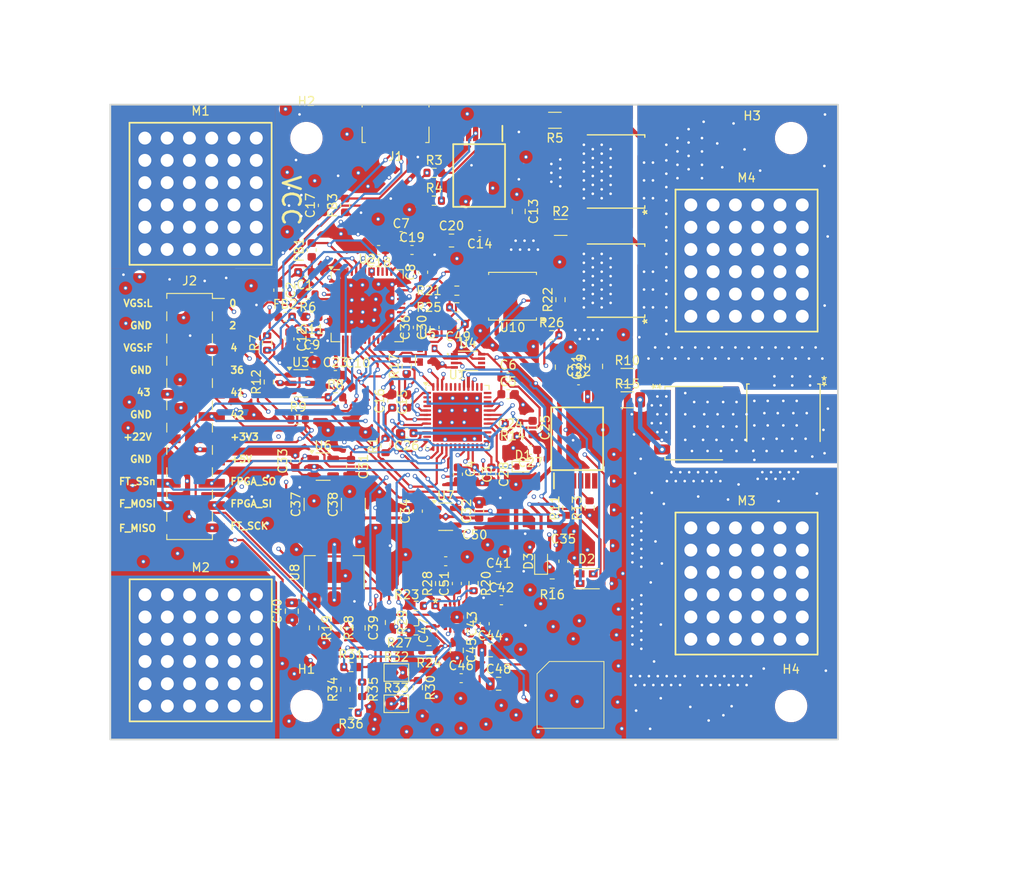
<source format=kicad_pcb>
(kicad_pcb (version 20240108) (generator "pcbnew") (generator_version "8.0")
  (layers (0 "F.Cu" signal) (1 "In1.Cu" signal) (2 "In2.Cu" signal) (3 "In3.Cu" signal) (4 "In4.Cu" signal) (5 "In5.Cu" signal) (6 "In6.Cu" signal) (31 "B.Cu" signal) (34 "B.Paste" user) (35 "F.Paste" user) (36 "B.SilkS" user "B.Silkscreen") (37 "F.SilkS" user "F.Silkscreen") (38 "B.Mask" user) (39 "F.Mask" user) (44 "Edge.Cuts" user))
  (net 0 "")
  (net 1 "/V_PHY")
  (net 2 "GND")
  (net 3 "+3V3")
  (net 4 "/FT_VCORE")
  (net 5 "/V_PLL")
  (net 6 "/+22V")
  (net 7 "Net-(IC1-VSS)")
  (net 8 "/V_USB")
  (net 9 "+5V")
  (net 10 "Net-(U2-VCCA)")
  (net 11 "Net-(IC2-VSS)")
  (net 12 "/VCC_PLL")
  (net 13 "+1V2")
  (net 14 "+2V5")
  (net 15 "/VIN")
  (net 16 "Net-(U8-GND{slash}ADJ)")
  (net 17 "Net-(C43-Pad1)")
  (net 18 "Net-(U9-BST)")
  (net 19 "Net-(U9-FB)")
  (net 20 "Net-(C50-Pad1)")
  (net 21 "Net-(U9-INTVCC)")
  (net 22 "/LED_R")
  (net 23 "/LED_G")
  (net 24 "/LED_B")
  (net 25 "/CDONE")
  (net 28 "Net-(IC1-AN)")
  (net 29 "Net-(IC1-CA)")
  (net 32 "Net-(IC1-VOUTN)")
  (net 36 "Net-(IC2-AN)")
  (net 37 "Net-(IC2-CA)")
  (net 40 "Net-(IC2-VOUTN)")
  (net 42 "/USB_M")
  (net 43 "/USB_P")
  (net 45 "/IOT_36B")
  (net 46 "/VGS:LOAD-IOB_13B")
  (net 47 "/IOT_37A")
  (net 48 "/IOT_38B")
  (net 49 "/VGS:Fly-IOB_18A")
  (net 50 "/IOT_39A")
  (net 51 "/IOT_41A")
  (net 52 "/IOT_43A")
  (net 53 "/IOT_42B")
  (net 54 "/FPGA_SO")
  (net 55 "/FT_SSn")
  (net 56 "/FPGA_SI")
  (net 57 "/FLASH_MOSI")
  (net 58 "/FT_SCK")
  (net 59 "/FLASH_MISO")
  (net 60 "/HighSw")
  (net 61 "Net-(Q1-G)")
  (net 62 "Net-(Q2-G)")
  (net 63 "Net-(Q3-G)")
  (net 64 "Net-(Q4-G)")
  (net 65 "/CRESET_N")
  (net 66 "Net-(U2-REF)")
  (net 67 "/EE_CS")
  (net 68 "/EE_CLK")
  (net 69 "/EE_DAT")
  (net 70 "Net-(U5-~{ST})")
  (net 71 "Net-(U9-EN{slash}UVLO)")
  (net 72 "Net-(U10-IO2)")
  (net 73 "Net-(U10-IO3)")
  (net 74 "Net-(U9-VC)")
  (net 75 "Net-(U9-RT)")
  (net 76 "/IOB_22A")
  (net 77 "/IOB_23B")
  (net 78 "/IOB_24A")
  (net 79 "/IOB_6A")
  (net 80 "/IOB_9B")
  (net 81 "/IOB_8A")
  (net 82 "/IOB_16A")
  (net 83 "/IOB_20A")
  (net 84 "/IOB_31B")
  (net 85 "/IOB_29B")
  (net 86 "/CRYSTAL-IOB_25B_G3")
  (net 87 "/IOT_44B")
  (net 88 "/IOT_46B_G0")
  (net 89 "/IOT_48B")
  (net 90 "/IOT_45A_G1")
  (net 91 "/IOT_50B")
  (net 92 "/IOT_51A")
  (net 93 "/IOT_49A")
  (net 94 "/IOB_3B_G6")
  (net 95 "/IOB_5B")
  (net 96 "/IOB_0A")
  (net 97 "/IOB_2A")
  (net 98 "/IOB_4A")
  (net 99 "/CLK_12M_FT")
  (net 114 "/CLK_12M_EXT")
  (net 121 "Net-(U3-DO)")
  (net 122 "/AntiSeriesFB")
  (footprint "Resistor_SMD:R_0603_1608Metric" (layer "F.Cu") (at 56.8375 70.2)
    (property "Reference" "R9")
    (property "Value" "10K")
  )
  (footprint "Package_DFN_QFN:QFN-48-1EP_7x7mm_P0.5mm_EP5.6x5.6mm" (layer "F.Cu") (at 74.995 69.915)
    (property "Reference" "U1")
    (property "Value" "ICE40UP5K-SG48ITR")
  )
  (footprint "Capacitor_SMD:C_0603_1608Metric" (layer "F.Cu") (at 75.057 76.441 -90)
    (property "Reference" "C4")
    (property "Value" "4.7u")
  )
  (footprint "Resistor_SMD:R_0603_1608Metric" (layer "F.Cu") (at 57.945 55.94 180)
    (property "Reference" "R6")
    (property "Value" "12K")
  )
  (footprint "icePSMNR55:WP-BUFU_7461061" (layer "F.Cu") (at 107.95 52.07)
    (property "Reference" "M4")
    (property "Value" "7461061" (hide yes))
    (property "VALUE" "" (hide yes))
  )
  (footprint "Capacitor_SMD:C_0805_2012Metric" (layer "F.Cu") (at 86.8939 64.2275 -90)
    (property "Reference" "C21")
    (property "Value" "C2012X5R1V226M125AC" (hide yes))
  )
  (footprint "Resistor_SMD:R_0603_1608Metric" (layer "F.Cu") (at 70.28 94.24 180)
    (property "Reference" "R27")
    (property "Value" "45k")
  )
  (footprint "Capacitor_SMD:C_0603_1608Metric" (layer "F.Cu") (at 70.485 80.645 90)
    (property "Reference" "C34")
    (property "Value" "4.7u")
  )
  (footprint "Package_TO_SOT_SMD:SOT-23-5" (layer "F.Cu") (at 73.66 81.28)
    (property "Reference" "U7")
    (property "Value" "AP2127K-1.2")
  )
  (footprint "Inductor_SMD:L_0603_1608Metric" (layer "F.Cu") (at 55.3675 58.48)
    (property "Reference" "FB2")
    (property "Value" "BLM18HE152SN1D" (hide yes))
  )
  (footprint "Connector_PinSocket_2.54mm:PinSocket_2x11_P2.54mm_Vertical_SMD" (layer "F.Cu") (at 44.47 69.85)
    (property "Reference" "J2")
    (property "Value" "Conn_02x11_Odd_Even")
  )
  (footprint "Resistor_SMD:R_0603_1608Metric" (layer "F.Cu") (at 85.8012 88.9)
    (property "Reference" "R16")
    (property "Value" "2.2K")
  )
  (footprint "Capacitor_SMD:C_1210_3225Metric" (layer "F.Cu") (at 58.885 79.88 90)
    (property "Reference" "C37")
    (property "Value" "CL32A157MQVNNNE")
  )
  (footprint "Resistor_SMD:R_1206_3216Metric" (layer "F.Cu") (at 94.361 65.278)
    (property "Reference" "R10")
    (property "Value" "1")
  )
  (footprint "Resistor_SMD:R_0603_1608Metric" (layer "F.Cu") (at 53.5025 65.915 90)
    (property "Reference" "R12")
    (property "Value" "2.2K")
  )
  (footprint "Capacitor_SMD:C_0603_1608Metric" (layer "F.Cu") (at 71.09 53.4 90)
    (property "Reference" "C8")
    (property "Value" "0.1u")
  )
  (footprint "Inductor_SMD:L_0603_1608Metric" (layer "F.Cu") (at 58.39 50.86 90)
    (property "Reference" "FB1")
    (property "Value" "BLM18HE152SN1D" (hide yes))
  )
  (footprint "Capacitor_SMD:C_0402_1005Metric" (layer "F.Cu") (at 72.29 94.28 90)
    (property "Reference" "C47")
    (property "Value" "4.7p, 50v")
  )
  (footprint "Capacitor_SMD:C_0805_2012Metric" (layer "F.Cu") (at 90.805 64.135 90)
    (property "Reference" "C29")
    (property "Value" "C2012X5R1V226M125AC" (hide yes))
  )
  (footprint "Capacitor_SMD:C_0603_1608Metric" (layer "F.Cu") (at 75.425 99.695)
    (property "Reference" "C46")
    (property "Value" "1u, 50v" (hide yes))
  )
  (footprint "Capacitor_SMD:C_0603_1608Metric" (layer "F.Cu") (at 62.865 75.565 -90)
    (property "Reference" "C31")
    (property "Value" "4.7u")
  )
  (footprint "Resistor_SMD:R_0603_1608Metric" (layer "F.Cu") (at 71.755 96.52 180)
    (property "Reference" "R24")
    (property "Value" "1Meg")
  )
  (footprint "Package_SO:VSSOP-8_2.3x2mm_P0.5mm" (layer "F.Cu") (at 76.2 63.5)
    (property "Reference" "U4")
    (property "Value" "SN74AUP2G125DCUR")
  )
  (footprint "MountingHole:MountingHole_3.2mm_M3" (layer "F.Cu") (at 57.785 102.87)
    (property "Reference" "H1")
    (property "Value" "MountingHole")
  )
  (footprint "Capacitor_SMD:C_0805_2012Metric" (layer "F.Cu") (at 56.12 92.05 90)
    (property "Reference" "C40")
    (property "Value" "10u")
  )
  (footprint "Capacitor_SMD:C_0805_2012Metric" (layer "F.Cu") (at 79.69 88.265)
    (property "Reference" "C41")
    (property "Value" "10u, 50v")
  )
  (footprint "Capacitor_SMD:C_0603_1608Metric" (layer "F.Cu") (at 68.58 49.276)
    (property "Reference" "C7")
    (property "Value" "0.1u")
  )
  (footprint "Package_DFN_QFN:QFN-48-1EP_8x8mm_P0.5mm_EP6.2x6.2mm" (layer "F.Cu") (at 64.71 57.21)
    (property "Reference" "U2")
    (property "Value" "FT232H")
  )
  (footprint "Capacitor_SMD:C_0603_1608Metric" (layer "F.Cu") (at 74.93 88.9 90)
    (property "Reference" "C51")
    (property "Value" "1u")
  )
  (footprint "Jumper:SolderJumper-2_P1.3mm_Open_TrianglePad1.0x1.5mm" (layer "F.Cu") (at 68.035 102.61)
    (property "Reference" "R33")
    (property "Value" "OPEN")
  )
  (footprint "Resistor_SMD:R_0603_1608Metric" (layer "F.Cu") (at 85.725 60.579)
    (property "Reference" "R26")
    (property "Value" "10K")
  )
  (footprint "Package_TO_SOT_SMD:SOT-23-5" (layer "F.Cu") (at 59.69 75.565)
    (property "Reference" "U6")
    (property "Value" "AP2127K-3.3")
  )
  (footprint "Resistor_SMD:R_0603_1608Metric" (layer "F.Cu") (at 90.0689 80.2925 90)
    (property "Reference" "R13")
    (property "Value" "120R")
  )
  (footprint "Resistor_SMD:R_0603_1608Metric" (layer "F.Cu") (at 53.31 61.465 90)
    (property "Reference" "R7")
    (property "Value" "10K")
  )
  (footprint "LED_SMD:LED_Cree-PLCC4_2x2mm_CW" (layer "F.Cu") (at 89.7262 88.35)
    (property "Reference" "D2")
    (property "Value" "CLMVC-FKA-CLBDGL7LBB79353" (hide yes))
  )
  (footprint "Capacitor_SMD:C_0805_2012Metric" (layer "F.Cu") (at 78.74 96.52)
    (property "Reference" "C44")
    (property "Value" "C2012X5R1V226M125AC")
  )
  (footprint "Resistor_SMD:R_0603_1608Metric" (layer "F.Cu") (at 74.93 55.499 180)
    (property "Reference" "R21")
    (property "Value" "10K")
  )
  (footprint "Capacitor_SMD:C_0603_1608Metric" (layer "F.Cu") (at 66.01 50.86 180)
    (property "Reference" "C18")
    (property "Value" "4.7u")
  )
  (footprint "Capacitor_SMD:C_0603_1608Metric" (layer "F.Cu") (at 69.2404 68.072 90)
    (property "Reference" "C15")
    (property "Value" "0.1u")
  )
  (footprint "Capacitor_SMD:C_0603_1608Metric" (layer "F.Cu") (at 87.0712 86.36 90)
    (property "Reference" "C35")
    (property "Value" "4.7u")
  )
  (footprint "Resistor_SMD:R_0603_1608Metric" (layer "F.Cu") (at 64.135 100.965 90)
    (property "Reference" "R35")
    (property "Value" "DNI")
  )
  (footprint "icePSMNR55:LFPAK88_SOT1235_NEX-M" (layer "F.Cu") (at 112.156999 69.4182 180)
    (property "Reference" "Q3" (hide yes))
    (property "Value" "PSMNR55-40SSHJ" (hide yes))
  )
  (footprint "Resistor_SMD:R_0603_1608Metric" (layer "F.Cu") (at 70.295 91.44 180)
    (property "Reference" "R23")
    (property "Value" "330k")
  )
  (footprint "icePSMNR55:Stretched SO12" (layer "F.Cu") (at 88.646 72.39 90)
    (property "Reference" "IC2" (hide yes))
    (property "Value" "ACFL-3161-000E" (hide yes))
  )
  (footprint "Resistor_SMD:R_0603_1608Metric" (layer "F.Cu") (at 58.66 93.955 -90)
    (property "Reference" "R19")
    (property "Value" "365r")
  )
  (footprint "Capacitor_SMD:C_0603_1608Metric" (layer "F.Cu") (at 78.105 93.485 90)
    (property "Reference" "C43")
    (property "Value" "1u, 50v")
  )
  (footprint "Resistor_SMD:R_0603_1608Metric" (layer "F.Cu") (at 67.31 93.345 -90)
    (property "Reference" "R29")
    (property "Value" "47.5k")
  )
  (footprint "icePSMNR55:LFPAK88_SOT1235_NEX-M" (layer "F.Cu") (at 93.0783 54.356 90)
    (property "Reference" "Q1" (hide yes))
    (property "Value" "PSMNR55-40SSHJ" (hide yes))
  )
  (footprint "Capacitor_SMD:C_0402_1005Metric" (layer "F.Cu") (at 88.7989 65.8785)
    (property "Reference" "C22")
    (property "Value" "0.1uf")
  )
  (footprint "Inductor_SMD:L_0603_1608Metric" (layer "F.Cu") (at 62.2 45.78 90)
    (property "Reference" "FB3")
    (property "Value" "BLM18HE152SN1D" (hide yes))
  )
  (footprint "Diode_SMD:D_SOD-523" (layer "F.Cu") (at 82.485 75.565)
    (property "Reference" "D1")
    (property "Value" "1N4148WT-7")
  )
  (footprint "Capacitor_SMD:C_0805_2012Metric" (layer "F.Cu") (at 81.985 46.4572 -90)
    (property "Reference" "C13")
    (property "Value" "C2012X5R1V226M125AC" (hide yes))
  )
  (footprint "Capacitor_SMD:C_0603_1608Metric" (layer "F.Cu") (at 75.07 59.309 180)
    (property "Reference" "C49")
    (property "Value" "0.1u")
  )
  (footprint "Capacitor_SMD:C_0603_1608Metric" (layer "F.Cu") (at 80.01 90.805)
    (property "Reference" "C42")
    (property "Value" "1u, 50v")
  )
  (footprint "icePSMNR55:WP-BUFU_7461061" (layer "F.Cu") (at 107.95 88.9)
    (property "Reference" "M3")
    (property "Value" "7461061" (hide yes))
    (property "VALUE" "" (hide yes))
  )
  (footprint "Capacitor_SMD:C_0603_1608Metric" (layer "F.Cu") (at 58.39 62.036 180)
    (property "Reference" "C10")
    (property "Value" "0.1u")
  )
  (footprint "Capacitor_SMD:C_0603_1608Metric" (layer "F.Cu") (at 61.0925 65.12)
    (property "Reference" "C23")
    (property "Value" "0.1u")
  )
  (footprint "Capacitor_SMD:C_0603_1608Metric" (layer "F.Cu") (at 67.564 68.072 90)
    (property "Reference" "C16")
    (property "Value" "4.7u")
  )
  (footprint "Resistor_SMD:R_0603_1608Metric" (layer "F.Cu") (at 61.0925 67.66)
    (property "Reference" "R8")
    (property "Value" "10K")
  )
  (footprint "Resistor_SMD:R_0603_1608Metric" (layer "F.Cu") (at 73.025 88.9 90)
    (property "Reference" "R28")
    (property "Value" "20k")
  )
  (footprint "icePSMNR55:LFPAK88_SOT1235_NEX-M" (layer "F.Cu") (at 101.9302 70.612 -90)
    (property "Reference" "Q4" (hide yes))
    (property "Value" "PSMNR55-40SSHJ" (hide yes))
  )
  (footprint "Jumper:SolderJumper-2_P1.3mm_Open_TrianglePad1.0x1.5mm" (layer "F.Cu") (at 68.035 99.06)
    (property "Reference" "R32")
    (property "Value" "OPEN")
  )
  (footprint "Resistor_SMD:R_0603_1608Metric" (layer "F.Cu") (at 62.23 100.965 90)
    (property "Reference" "R34")
    (property "Value" "DNI")
  )
  (footprint "Resistor_SMD:R_0603_1608Metric" (layer "F.Cu") (at 87.5289 80.2925 90)
    (property "Reference" "R11")
    (property "Value" "120R")
  )
  (footprint "icePSMNR55:LFPAK88_SOT1235_NEX-M" (layer "F.Cu") (at 93.0783 41.91 90)
    (property "Reference" "Q2" (hide yes))
    (property "Value" "PSMNR55-40SSHJ" (hide yes))
  )
  (footprint "Capacitor_SMD:C_0603_1608Metric" (layer "F.Cu") (at 83.315 73.66 180)
    (property "Reference" "C27")
    (property "Value" "0.1u")
  )
  (footprint "Resistor_SMD:R_0603_1608Metric" (layer "F.Cu") (at 62.865 98.425)
    (property "Reference" "R31")
    (property "Value" "0")
  )
  (footprint "MountingHole:MountingHole_3.2mm_M3" (layer "F.Cu") (at 57.785 38.1)
    (property "Reference" "H2")
    (property "Value" "MountingHole")
  )
  (footprint "Resistor_SMD:R_0603_1608Metric" (layer "F.Cu") (at 86.741 56.5272 90)
    (property "Reference" "R22")
    (property "Value" "10K")
  )
  (footprint "Capacitor_SMD:C_0603_1608Metric" (layer "F.Cu") (at 69.82 50.86)
    (property "Reference" "C19")
    (property "Value" "0.1u")
  )
  (footprint "Capacitor_SMD:C_0603_1608Metric" (layer "F.Cu") (at 76.962 76.441 -90)
    (property "Reference" "C3")
    (property "Value" "0.1u")
  )
  (footprint "Capacitor_SMD:C_0603_1608Metric" (layer "F.Cu") (at 70.485 59.69 90)
    (property "Reference" "C36")
    (property "Value" "0.1u")
  )
  (footprint "icePSMNR55:LQFN16_05-08-1798_ADI" (layer "F.Cu") (at 74.93 92.71)
    (property "Reference" "U9" (hide yes))
    (property "Value" "LT8337JV-1-PBF")
  )
  (footprint "Capacitor_SMD:C_0603_1608Metric" (layer "F.Cu") (at 54.58 55.445 -90)
    (property "Reference" "C2")
    (property "Value" "4.7u")
  )
  (footprint "MountingHole:MountingHole_3.2mm_M3" (layer "F.Cu") (at 113.03 102.87)
    (property "Reference" "H4")
    (property "Value" "MountingHole")
  )
  (footprint "Package_SO:SOIC-8_5.23x5.23mm_P1.27mm" (layer "F.Cu") (at 81.28 56.134 180)
    (property "Reference" "U10")
    (property "Value" "W25Q32JVSS")
  )
  (footprint "LED_SMD:LED_0603_1608Metric" (layer "F.Cu") (at 84.5312 86.36 90)
    (property "Reference" "D3")
    (property "Value" "LTST-C191KGKT" (hide yes))
  )
  (footprint "Resistor_SMD:R_0603_1608Metric" (layer "F.Cu") (at 61.2 93.955 -90)
    (property "Reference" "R18")
    (property "Value" "121r")
  )
  (footprint "Capacitor_SMD:C_0402_1005Metric" (layer "F.Cu") (at 77.54 48.9972 180)
    (property "Reference" "C14")
    (property "Value" "0.1uf")
  )
  (footprint "Capacitor_SMD:C_0805_2012Metric" (layer "F.Cu") (at 63.74 93.955 -90)
    (property "Reference" "C39")
    (property "Value" "10u, 16v+")
  )
  (footprint "Capacitor_SMD:C_0603_1608Metric" (layer "F.Cu") (at 78.867 76.441 -90)
    (property "Reference" "C28")
    (property "Value" "4.7u")
  )
  (footprint "Capacitor_SMD:C_0603_1608Metric" (layer "F.Cu") (at 58.39 60.258 180)
    (property "Reference" "C9")
    (property "Value" "0.1u")
  )
  (footprint "Resistor_SMD:R_0603_1608Metric" (layer "F.Cu") (at 62.865 103.639)
    (property "Reference" "R36")
    (property "Value" "0")
  )
  (footprint "Capacitor_SMD:C_0805_2012Metric" (layer "F.Cu") (at 79.69 100.33)
    (property "Reference" "C48")
    (property "Value" "C2012X5R1V226M125AC" (hide yes))
  )
  (footprint "Oscillator:Oscillator_SMD_Abracon_ASDMB-4Pin_2.5x2.0mm" (layer "F.Cu") (at 71.565 62.865)
    (property "Reference" "U5")
    (property "Value" "SG-210STF 12.0000ML3")
  )
  (footprint "Capacitor_SMD:C_0603_1608Metric" (layer "F.Cu") (at 56.515 74.93 90)
    (property "Reference" "C33")
    (property "Value" "4.7u")
  )
  (footprint "Capacitor_SMD:C_0603_1608Metric" (layer "F.Cu") (at 57.615 53.4 180)
    (property "Reference" "C1")
    (property "Value" "0.1u")
  )
  (footprint "Capacitor_SMD:C_0603_1608Metric" (layer "F.Cu") (at 72.39 59.69 90)
    (property "Reference" "C30")
    (property "Value" "0.1u")
  )
  (footprint "Resistor_SMD:R_0603_1608Metric" (layer "F.Cu") (at 72.3514 42.0624)
    (property "Reference" "R3")
    (property "Value" "120R")
  )
  (footprint "Resistor_SMD:R_0603_1608Metric" (layer "F.Cu") (at 72.3514 45.2374)
    (property "Reference" "R4")
    (property "Value" "120R")
  )
  (footprint "Capacitor_SMD:C_0603_1608Metric" (layer "F.Cu") (at 69.218 71.745 180)
    (property "Reference" "C26")
    (property "Value" "0.1u")
  )
  (footprint "Capacitor_SMD:C_0603_1608Metric" (layer "F.Cu") (at 77.47 80.645 90)
    (property "Reference" "C32")
    (property "Value" "4.7u" (hide yes))
  )
  (footprint "Capacitor_SMD:C_0603_1608Metric" (layer "F.Cu") (at 58.39 58.48 180)
    (property "Reference" "C11")
    (property "Value" "0.1u")
  )
  (footprint "Connector_USB:USB_Micro-B_Molex_47346-0001" (layer "F.Cu") (at 67.945 36.8966 180)
    (property "Reference" "J1")
    (property "Value" "47346-0001")
  )
  (footprint "icePSMNR55:Stretched SO12" (layer "F.Cu") (at 77.47 42.3672 -90)
    (property "Reference" "IC1" (hide yes))
    (property "Value" "ACFL-3161-000E" (hide yes))
  )
  (footprint "Capacitor_SMD:C_0603_1608Metric" (layer "F.Cu") (at 83.566 71.12 -90)
    (property "Reference" "C25")
    (property "Value" "4.7u")
  )
  (footprint "Capacitor_SMD:C_0603_1608Metric" (layer "F.Cu") (at 80.775 65.405)
    (property "Reference" "C6")
    (property "Value" "4.7u")
  )
  (footprint "Resistor_SMD:R_1206_3216Metric" (layer "F.Cu") (at 86.7664 48.2854)
    (property "Reference" "R2")
    (property "Value" "1")
  )
  (footprint "Capacitor_SMD:C_0603_1608Metric" (layer "F.Cu") (at 81.026 72.136)
    (property "Reference" "C24")
    (property "Value" "0.1u")
  )
  (footprint "Package_TO_SOT_SMD:SOT-23-6" (layer "F.Cu") (at 57.15 66.07)
    (property "Reference" "U3")
    (property "Value" "93LC56BT-I/OT")
  )
  (footprint "Resistor_SMD:R_0603_1608Metric" (layer "F.Cu") (at 66.805 73.155 90)
    (property "Reference" "R1")
    (property "Value" "10K")
  )
  (footprint "Resistor_SMD:R_0603_1608Metric" (layer "F.Cu") (at 81.28 70.612 180)
    (property "Reference" "R14")
    (property "Value" "100")
  )
  (footprint "Capacitor_SMD:C_0603_1608Metric" (layer "F.Cu") (at 55.85 61.02 -90)
    (property "Reference" "C12")
    (property "Value" "4.7u")
  )
  (footprint "Capacitor_SMD:C_0603_1608Metric" (layer "F.Cu") (at 73.66 86.36)
    (property "Reference" "C50")
    (property "Value" "680p")
  )
  (footprint "icePSMNR55:WP-BUFU_7461061" (layer "F.Cu") (at 45.72 44.45)
    (property "Reference" "M1")
    (property "Value" "7461061" (hide yes))
    (property "VALUE" "" (hide yes))
  )
  (footprint "MountingHole:MountingHole_3.2mm_M3" (layer "F.Cu") (at 113.03 38.1)
    (property "Reference" "H3")
    (property "Value" "MountingHole")
  )
  (footprint "Resistor_SMD:R_1206_3216Metric" (layer "F.Cu") (at 86.106 36.068)
    (property "Reference" "R5")
    (property "Value" "1")
  )
  (footprint "Capacitor_SMD:C_0805_2012Metric" (layer "F.Cu") (at 74.93 96.52 -90)
    (property "Reference" "C45")
    (property "Value" "1u, 50v")
  )
  (footprint "Capacitor_SMD:C_0603_1608Metric" (layer "F.Cu") (at 80.775 67.31)
    (property "Reference" "C5")
    (property "Value" "0.1u")
  )
  (footprint "Resistor_SMD:R_0603_1608Metric" (layer "F.Cu") (at 69.215 64.135 90)
    (property "Reference" "R17")
    (property "Value" "DNI")
  )
  (footprint "Resistor_SMD:R_0603_1608Metric" (layer "F.Cu") (at 70.485 100.775 -90)
    (property "Reference" "R30")
    (property "Value" "DNI")
  )
  (footprint "Resistor_SMD:R_0603_1608Metric" (layer "F.Cu") (at 74.93 57.404 180)
    (property "Reference" "R25")
    (property "Value" "10K")
  )
  (footprint "icePSMNR55:7447783015" (layer "F.Cu") (at 87.884 101.6)
    (property "Reference" "L1" (hide yes))
    (property "Value" "7447783015")
  )
  (footprint "Capacitor_SMD:C_0603_1608Metric" (layer "F.Cu") (at 59.66 45.78 90)
    (property "Reference" "C17")
    (property "Value" "0.1u" (hide yes))
  )
  (footprint "Package_TO_SOT_SMD:SOT-223-3_TabPin2" (layer "F.Cu") (at 60.96 87.63 90)
    (property "Reference" "U8")
    (property "Value" "LT1117CST#TRPBF")
  )
  (footprint "Resistor_SMD:R_0603_1608Metric" (layer "F.Cu") (at 76.835 88.9 -90)
    (property "Reference" "R20")
    (property "Value" "1Meg")
  )
  (footprint "Resistor_SMD:R_1206_3216Metric" (layer "F.Cu") (at 94.361 67.945)
    (property "Reference" "R15")
    (property "Value" "1")
  )
  (footprint "Capacitor_SMD:C_1210_3225Metric" (layer "F.Cu") (at 63.135 79.88 90)
    (property "Reference" "C38")
    (property "Value" "CL32A157MQVNNNE")
  )
  (footprint "icePSMNR55:WP-BUFU_7461061" (layer "F.Cu") (at 45.74 96.52)
    (property "Reference" "M2")
    (property "Value" "7461061" (hide yes))
    (property "VALUE" "" (hide yes))
  )
  (footprint "Capacitor_SMD:C_0805_2012Metric" (layer "F.Cu") (at 74.3204 49.784)
    (property "Reference" "C20")
    (property "Value" "C2012X5R1V226M125AC" (hide yes))
  )
  (gr_rect (start 35.433 34.29) (end 118.364 106.68) (stroke (width 0.2)) (fill none) (layer "Edge.Cuts"))
  (gr_text "4" (at 49.022 62.484 0) (layer "F.SilkS") (effects (font (size 0.8 0.8) (thickness 0.175) (bold yes)) (justify left bottom)))
  (gr_text "2" (at 48.895 59.944 0) (layer "F.SilkS") (effects (font (size 0.8 0.8) (thickness 0.175) (bold yes)) (justify left bottom)))
  (gr_text "GND" (at 37.592 65.024 0) (layer "F.SilkS") (effects (font (size 0.8 0.8) (thickness 0.175) (bold yes)) (justify left bottom)))
  (gr_text "43" (at 38.354 67.564 0) (layer "F.SilkS") (effects (font (size 0.8 0.8) (thickness 0.175) (bold yes)) (justify left bottom)))
  (gr_text "F_MISO" (at 36.322 83.058 0) (layer "F.SilkS") (effects (font (size 0.8 0.8) (thickness 0.175) (bold yes)) (justify left bottom)))
  (gr_text "42" (at 49.022 70.104 0) (layer "F.SilkS") (effects (font (size 0.8 0.8) (thickness 0.175) (bold yes)) (justify left bottom)))
  (gr_text "+5V" (at 49.022 75.184 0) (layer "F.SilkS") (effects (font (size 0.8 0.8) (thickness 0.175) (bold yes)) (justify left bottom)))
  (gr_text "FT_SSn" (at 36.322 77.724 0) (layer "F.SilkS") (effects (font (size 0.8 0.8) (thickness 0.175) (bold yes)) (justify left bottom)))
  (gr_text "36" (at 49.022 65.024 0) (layer "F.SilkS") (effects (font (size 0.8 0.8) (thickness 0.175) (bold yes)) (justify left bottom)))
  (gr_text "FPGA_SO" (at 49.022 77.724 0) (layer "F.SilkS") (effects (font (size 0.8 0.8) (thickness 0.175) (bold yes)) (justify left bottom)))
  (gr_text "+22V\n" (at 36.83 72.644 0) (layer "F.SilkS") (effects (font (size 0.8 0.8) (thickness 0.175) (bold yes)) (justify left bottom)))
  (gr_text "GND" (at 37.592 70.104 0) (layer "F.SilkS") (effects (font (size 0.8 0.8) (thickness 0.175) (bold yes)) (justify left bottom)))
  (gr_text "VGS:L" (at 36.83 57.404 0) (layer "F.SilkS") (effects (font (size 0.8 0.8) (thickness 0.175) (bold yes)) (justify left bottom)))
  (gr_text "VGS:F" (at 36.83 62.484 0) (layer "F.SilkS") (effects (font (size 0.8 0.8) (thickness 0.175) (bold yes)) (justify left bottom)))
  (gr_text "41" (at 49.022 67.564 0) (layer "F.SilkS") (effects (font (size 0.8 0.8) (thickness 0.175) (bold yes)) (justify left bottom)))
  (gr_text "VCC" (at 54.864 42.164 -90) (layer "F.SilkS") (effects (font (size 2 2) (thickness 0.3) (bold yes)) (justify left bottom)))
  (gr_text "+3V3\n" (at 49.022 72.644 0) (layer "F.SilkS") (effects (font (size 0.8 0.8) (thickness 0.175) (bold yes)) (justify left bottom)))
  (gr_text "FT_SCK" (at 49.022 82.804 0) (layer "F.SilkS") (effects (font (size 0.8 0.8) (thickness 0.175) (bold yes)) (justify left bottom)))
  (gr_text "GND" (at 37.592 59.944 0) (layer "F.SilkS") (effects (font (size 0.8 0.8) (thickness 0.175) (bold yes)) (justify left bottom)))
  (gr_text "GND" (at 37.592 75.184 0) (layer "F.SilkS") (effects (font (size 0.8 0.8) (thickness 0.175) (bold yes)) (justify left bottom)))
  (gr_text "F_MOSI" (at 36.322 80.264 0) (layer "F.SilkS") (effects (font (size 0.8 0.8) (thickness 0.175) (bold yes)) (justify left bottom)))
  (gr_text "FPGA_SI" (at 49.022 80.264 0) (layer "F.SilkS") (effects (font (size 0.8 0.8) (thickness 0.175) (bold yes)) (justify left bottom)))
  (gr_text "0" (at 48.895 57.404 0) (layer "F.SilkS") (effects (font (size 0.8 0.8) (thickness 0.175) (bold yes)) (justify left bottom)))
  (segment (start 60.31026 55.46) (end 58.39 53.53974) (width 0.25) (layer "F.Cu") (net 1))
  (segment (start 58.39 53.53974) (end 58.39 53.4) (width 0.25) (layer "F.Cu") (net 1))
  (segment (start 56.366 52.6) (end 54.58 54.386) (width 0.25) (layer "F.Cu") (net 1))
  (segment (start 58.39 53.4) (end 58.39 51.6475) (width 0.25) (layer "F.Cu") (net 1))
  (segment (start 58.39 53.4) (end 57.59 52.6) (width 0.25) (layer "F.Cu") (net 1))
  (segment (start 60.835 55.46) (end 60.31026 55.46) (width 0.25) (layer "F.Cu") (net 1))
  (segment (start 54.58 54.386) (end 54.58 54.67) (width 0.25) (layer "F.Cu") (net 1))
  (segment (start 57.59 52.6) (end 56.366 52.6) (width 0.25) (layer "F.Cu") (net 1))
  (segment (start 69.025 65.15) (end 69.1388 64.8208) (width 0.25) (layer "F.Cu") (net 2))
  (segment (start 89.846 68.615) (end 90.021 68.79) (width 0.25) (layer "F.Cu") (net 2))
  (segment (start 60.835 55.96) (end 59.8716 55.96) (width 0.25) (layer "F.Cu") (net 2))
  (segment (start 69.342 80.264) (end 70.091 80.264) (width 0.25) (layer "F.Cu") (net 2))
  (segment (start 73.28 63.81) (end 73.72 64.25) (width 0.25) (layer "F.Cu") (net 2))
  (segment (start 74.94 92.7) (end 74.93 92.71) (width 0.25) (layer "F.Cu") (net 2))
  (segment (start 90.021 68.79) (end 91.3062 68.79) (width 0.25) (layer "F.Cu") (net 2))
  (segment (start 66.46 61.085) (end 66.96 61.085) (width 0.25) (layer "F.Cu") (net 2))
  (segment (start 74.65 62.75) (end 74.664 62.75) (width 0.25) (layer "F.Cu") (net 2))
  (segment (start 75.680001 94.1084) (end 75.680001 94.491001) (width 0.25) (layer "F.Cu") (net 2))
  (segment (start 76.27 47.1672) (end 76.27 45.663) (width 0.25) (layer "F.Cu") (net 2))
  (segment (start 67.31 94.17) (end 67.6534 94.17) (width 0.25) (layer "F.Cu") (net 2))
  (segment (start 70.091 80.264) (end 70.485 79.87) (width 0.25) (layer "F.Cu") (net 2))
  (segment (start 76.27 45.663) (end 75.946 45.339) (width 0.25) (layer "F.Cu") (net 2))
  (segment (start 69.1388 64.8208) (end 69.215 64.96) (width 0.25) (layer "F.Cu") (net 2))
  (segment (start 60.835 58.46) (end 60.3162 58.9788) (width 0.25) (layer "F.Cu") (net 2))
  (segment (start 74.664 62.75) (end 75.438 61.976) (width 0.25) (layer "F.Cu") (net 2))
  (segment (start 60.3162 58.9788) (end 60.008687 58.9788) (width 0.25) (layer "F.Cu") (net 2))
  (segment (start 72.5733 81.2292) (end 72.5225 81.28) (width 0.25) (layer "F.Cu") (net 2))
  (segment (start 72.969999 91.959999) (end 73.5316 91.959999) (width 0.25) (layer "F.Cu") (net 2))
  (segment (start 54.9448 66.07) (end 54.8132 65.9384) (width 0.35) (layer "F.Cu") (net 2))
  (segment (start 74.94 92.74) (end 74.94 92.7) (width 0.25) (layer "F.Cu") (net 2))
  (segment (start 59.8716 55.96) (end 59.7916 55.88) (width 0.25) (layer "F.Cu") (net 2))
  (segment (start 74.68 92.96) (end 74.9 92.74) (width 0.25) (layer "F.Cu") (net 2))
  (segment (start 74.179999 94.391756) (end 73.928348 94.643407) (width 0.25) (layer "F.Cu") (net 2))
  (segment (start 69.025 67.0816) (end 69.025 65.15) (width 0.25) (layer "F.Cu") (net 2))
  (segment (start 91.6178 68.4784) (end 91.6178 68.1228) (width 0.25) (layer "F.Cu") (net 2))
  (segment (start 91.5924 68.5038) (end 91.6178 68.4784) (width 0.25) (layer "F.Cu") (net 2))
  (segment (start 74.179999 94.1084) (end 74.179999 94.391756) (width 0.25) (layer "F.Cu") (net 2))
  (segment (start 60.835 59.46) (end 60.489887 59.46) (width 0.25) (layer "F.Cu") (net 2))
  (segment (start 60.489887 59.46) (end 60.018332 58.988445) (width 0.25) (layer "F.Cu") (net 2))
  (segment (start 69.2404 67.297) (end 69.025 67.0816) (width 0.25) (layer "F.Cu") (net 2))
  (segment (start 73.72 64.25) (end 74.65 64.25) (width 0.25) (layer "F.Cu") (net 2))
  (segment (start 89.846 67.59) (end 89.846 68.615) (width 0.25) (layer "F.Cu") (net 2))
  (segment (start 56.0125 66.07) (end 54.9448 66.07) (width 0.35) (layer "F.Cu") (net 2))
  (segment (start 75.438 61.976) (end 76.712 63.25) (width 0.25) (layer "F.Cu") (net 2))
  (segment (start 74.93 97.4344) (end 74.9808 97.3836) (width 0.25) (layer "F.Cu") (net 2))
  (segment (start 67.6534 94.17) (end 67.9958 93.8276) (width 0.25) (layer "F.Cu") (net 2))
  (segment (start 75.680001 94.491001) (end 75.8802 94.6912) (width 0.25) (layer "F.Cu") (net 2))
  (segment (start 60.008687 58.9788) (end 60.018332 58.988445) (width 0.25) (layer "F.Cu") (net 2))
  (segment (start 91.3062 68.79) (end 91.5924 68.5038) (width 0.25) (layer "F.Cu") (net 2))
  (segment (start 68.585 54.46) (end 68.585 54.96) (width 0.25) (layer "F.Cu") (net 2))
  (segment (start 72.49 91.48) (end 72.969999 91.959999) (width 0.25) (layer "F.Cu") (net 2))
  (segment (start 75.8802 94.6912) (end 76.2 94.6912) (width 0.25) (layer "F.Cu") (net 2))
  (segment (start 76.712 63.25) (end 77.75 63.25) (width 0.25) (layer "F.Cu") (net 2))
  (segment (start 73.66 81.2292) (end 72.5733 81.2292) (width 0.25) (layer "F.Cu") (net 2))
  (segment (start 73.5316 92.96) (end 74.68 92.96) (width 0.25) (layer "F.Cu") (net 2))
  (segment (start 74.93 97.47) (end 74.93 97.4344) (width 0.25) (layer "F.Cu") (net 2))
  (segment (start 74.9 92.74) (end 74.94 92.74) (width 0.25) (layer "F.Cu") (net 2))
  (segment (start 62.46 53.335) (end 61.96 53.335) (width 0.25) (layer "F.Cu") (net 2))
  (via (at 43.39 65.65) (size 0.5) (drill 0.3) (layers "F.Cu" "B.Cu") (net 2))
  (via (at 55.8 104.6) (size 0.5) (drill 0.3) (layers "F.Cu" "B.Cu") (net 2))
  (via (at 105.84 79.32) (size 0.5) (drill 0.3) (layers "F.Cu" "B.Cu") (net 2))
  (via (at 97.79 67.564) (size 0.5) (drill 0.3) (layers "F.Cu" "B.Cu") (net 2))
  (via (at 65.23 53.25) (size 0.5) (drill 0.3) (layers "F.Cu" "B.Cu") (net 2))
  (via (at 78.44 84.48) (size 0.5) (drill 0.3) (layers "F.Cu" "B.Cu") (net 2))
  (via (at 94.94 91.77) (size 0.5) (drill 0.3) (layers "F.Cu" "B.Cu") (net 2))
  (via (at 84.479737 91.209916) (size 0.5) (drill 0.3) (layers "F.Cu" "B.Cu") (net 2))
  (via (at 98.806 67.564) (size 0.5) (drill 0.3) (layers "F.Cu" "B.Cu") (net 2))
  (via (at 100.88 99.46) (size 0.5) (drill 0.3) (layers "F.Cu" "B.Cu") (net 2))
  (via (at 67.6656 66.5226) (size 0.5) (drill 0.3) (layers "F.Cu" "B.Cu") (net 2))
  (via (at 74.38 69.16) (size 0.5) (drill 0.3) (layers "F.Cu" "B.Cu") (net 2))
  (via (at 95.956 90.246) (size 0.5) (drill 0.3) (layers "F.Cu" "B.Cu") (net 2))
  (via (at 108.46 99.46) (size 0.5) (drill 0.3) (layers "F.Cu" "B.Cu") (net 2))
  (via (at 60.018332 58.988445) (size 0.5) (drill 0.3) (layers "F.Cu" "B.Cu") (net 2))
  (via (at 96.816 99.46) (size 0.5) (drill 0.3) (layers "F.Cu" "B.Cu") (net 2))
  (via (at 88.32 85.98) (size 0.5) (drill 0.3) (layers "F.Cu" "B.Cu") (net 2))
  (via (at 72.97 69.22) (size 0.5) (drill 0.3) (layers "F.Cu" "B.Cu") (net 2))
  (via (at 94.94 85.458) (size 0.5) (drill 0.3) (layers "F.Cu" "B.Cu") (net 2))
  (via (at 112.25 76.962) (size 0.5) (drill 0.3) (layers "F.Cu" "B.Cu") (net 2))
  (via (at 62.94 59.09) (size 0.5) (drill 0.3) (layers "F.Cu" "B.Cu") (net 2))
  (via (at 44.45 81.28) (size 0.5) (drill 0.3) (layers "F.Cu" "B.Cu") (net 2))
  (via (at 49.31 86.42) (size 0.5) (drill 0.3) (layers "F.Cu" "B.Cu") (net 2))
  (via (at 113.284 76.962) (size 0.5) (drill 0.3) (layers "F.Cu" "B.Cu") (net 2))
  (via (at 104.396 99.46) (size 0.5) (drill 0.3) (layers "F.Cu" "B.Cu") (net 2))
  (via (at 87.346 71.374) (size 0.5) (drill 0.3) (layers "F.Cu" "B.Cu") (net 2))
  (via (at 98.806 69.596) (size 0.5) (drill 0.3) (layers "F.Cu" "B.Cu") (net 2))
  (via (at 98.171 101.981) (size 0.5) (drill 0.3) (layers "F.Cu" "B.Cu") (net 2))
  (via (at 77.23 67.76) (size 0.5) (drill 0.3) (layers "F.Cu" "B.Cu") (net 2))
  (via (at 103.38 99.46) (size 0.5) (drill 0.3) (layers "F.Cu" "B.Cu") (net 2))
  (via (at 75.438 61.976) (size 0.5) (drill 0.3) (layers "F.Cu" "B.Cu") (net 2))
  (via (at 101.41 76.204) (size 0.5) (drill 0.3) (layers "F.Cu" "B.Cu") (net 2))
  (via (at 76.03 67.76) (size 0.5) (drill 0.3) (layers "F.Cu" "B.Cu") (net 2))
  (via (at 80.6 95.27) (size 0.5) (drill 0.3) (layers "F.Cu" "B.Cu") (net 2))
  (via (at 64.18 56.49) (size 0.5) (drill 0.3) (layers "F.Cu" "B.Cu") (net 2))
  (via (at 56.515 74.295) (size 0.5) (drill 0.3) (layers "F.Cu" "B.Cu") (net 2))
  (via (at 95.956 91.262) (size 0.5) (drill 0.3) (layers "F.Cu" "B.Cu") (net 2))
  (via (at 61.722 49.022) (size 0.5) (drill 0.3) (layers "F.Cu" "B.Cu") (net 2))
  (via (at 71.2724 57.0484) (size 0.5) (drill 0.3) (layers "F.Cu" "B.Cu") (net 2))
  (via (at 64.18 54.85) (size 0.5) (drill 0.3) (layers "F.Cu" "B.Cu") (net 2))
  (via (at 81.68 103.89) (size 0.5) (drill 0.3) (layers "F.Cu" "B.Cu") (net 2))
  (via (at 83.9216 66.0654) (size 0.5) (drill 0.3) (layers "F.Cu" "B.Cu") (net 2))
  (via (at 81.36 73.44) (size 0.5) (drill 0.3) (layers "F.Cu" "B.Cu") (net 2))
  (via (at 68.707 71.8566) (size 0.5) (drill 0.3) (layers "F.Cu" "B.Cu") (net 2))
  (via (at 88.2 95.2) (size 0.5) (drill 0.3) (layers "F.Cu" "B.Cu") (net 2))
  (via (at 97.832 99.46) (size 0.5) (drill 0.3) (layers "F.Cu" "B.Cu") (net 2))
  (via (at 80 102.8) (size 0.5) (drill 0.3) (layers "F.Cu" "B.Cu") (net 2))
  (via (at 75.82 72.45) (size 0.5) (drill 0.3) (layers "F.Cu" "B.Cu") (net 2))
  (via (at 60.706 66.294) (size 0.5) (drill 0.3) (layers "F.Cu" "B.Cu") (net 2))
  (via (at 62.7126 78.4098) (size 0.5) (drill 0.3) (layers "F.Cu" "B.Cu") (net 2))
  (via (at 94.94 83.426) (size 0.5) (drill 0.3) (layers "F.Cu" "B.Cu") (net 2))
  (via (at 93.345 91.821) (size 0.5) (drill 0.3) (layers "F.Cu" "B.Cu") (net 2))
  (via (at 102.934 77.22) (size 0.5) (drill 0.3) (layers "F.Cu" "B.Cu") (net 2))
  (via (at 82.81 40.26) (size 0.5) (drill 0.3) (layers "F.Cu" "B.Cu") (net 2))
  (via (at 97.028 88.773) (size 0.5) (drill 0.3) (layers "F.Cu" "B.Cu") (net 2))
  (via (at 97.57 84.1) (size 0.5) (drill 0.3) (layers "F.Cu" "B.Cu") (net 2))
  (via (at 82.2 96.4) (size 0.5) (drill 0.3) (layers "F.Cu" "B.Cu") (net 2))
  (via (at 94.94 92.786) (size 0.5) (drill 0.3) (layers "F.Cu" "B.Cu") (net 2))
  (via (at 95.885 74.676) (size 0.5) (drill 0.3) (layers "F.Cu" "B.Cu") (net 2))
  (via (at 53.41 76.65) (size 0.5) (drill 0.3) (layers "F.Cu" "B.Cu") (net 2))
  (via (at 75.76 70.52) (size 0.5) (drill 0.3) (layers "F.Cu" "B.Cu") (net 2))
  (via (at 88.89 93.15) (size 0.5) (drill 0.3) (layers "F.Cu" "B.Cu") (net 2))
  (via (at 105.412 99.46) (size 0.5) (drill 0.3) (layers "F.Cu" "B.Cu") (net 2))
  (via (at 95.956 84.95) (size 0.5) (drill 0.3) (layers "F.Cu" "B.Cu") (net 2))
  (via (at 103.632 104.521) (size 0.5) (drill 0.3) (layers "F.Cu" "B.Cu") (net 2))
  (via (at 67.56 56.35) (size 0.5) (drill 0.3) (layers "F.Cu" "B.Cu") (net 2))
  (via (at 65.59 57.68) (size 0.5) (drill 0.3) (layers "F.Cu" "B.Cu") (net 2))
  (via (at 98.848 99.46) (size 0.5) (drill 0.3) (layers "F.Cu" "B.Cu") (net 2))
  (via (at 92.826749 74.167353) (size 0.5) (drill 0.3) (layers "F.Cu" "B.Cu") (net 2))
  (via (at 102.872 100.476) (size 0.5) (drill 0.3) (layers "F.Cu" "B.Cu") (net 2))
  (via (at 96.308 100.476) (size 0.5) (drill 0.3) (layers "F.Cu" "B.Cu") (net 2))
  (via (at 76.2 94.6912) (size 0.5) (drill 0.3) (layers "F.Cu" "B.Cu") (net 2))
  (via (at 97.155 68.58) (size 0.5) (drill 0.3) (layers "F.Cu" "B.Cu") (net 2))
  (via (at 55.4 34.8) (size 0.5) (drill 0.3) (layers "F.Cu" "B.Cu") (net 2))
  (via (at 75.946 45.339) (size 0.5) (drill 0.3) (layers "F.Cu" "B.Cu") (net 2))
  (via (at 91.567 71.374) (size 0.5) (drill 0.3) (layers "F.Cu" "B.Cu") (net 2))
  (via (at 58.73 42.97) (size 0.5) (drill 0.3) (layers "F.Cu" "B.Cu") (net 2))
  (via (at 88.65 102.36) (size 0.5) (drill 0.3) (layers "F.Cu" "B.Cu") (net 2))
  (via (at 76.94 72.39) (size 0.5) (drill 0.3) (layers "F.Cu" "B.Cu") (net 2))
  (via (at 37.2 59.23) (size 0.5) (drill 0.3) (layers "F.Cu" "B.Cu") (net 2))
  (via (at 113.81 76.2) (size 0.5) (drill 0.3) (layers "F.Cu" "B.Cu") (net 2))
  (via (at 94.94 93.802) (size 0.5) (drill 0.3) (layers "F.Cu" "B.Cu") (net 2))
  (via (at 93.345 98.298) (size 0.5) (drill 0.3) (layers "F.Cu" "B.Cu") (net 2))
  (via (at 58.25 97.65) (size 0.5) (drill 0.3) (layers "F.Cu" "B.Cu") (net 2))
  (via (at 97.409 97.79) (size 0.5) (drill 0.3) (layers "F.Cu" "B.Cu") (net 2))
  (via (at 89.82 85.07) (size 0.5) (drill 0.3) (layers "F.Cu" "B.Cu") (net 2))
  (via (at 104.904 100.476) (size 0.5) (drill 0.3) (layers "F.Cu" "B.Cu") (net 2))
  (via (at 57.984 58.48) (size 0.5) (drill 0.3) (layers "F.Cu" "B.Cu") (net 2))
  (via (at 94.94 86.474) (size 0.5) (drill 0.3) (layers "F.Cu" "B.Cu") (net 2))
  (via (at 65.44 105.5) (size 0.5) (drill 0.3) (layers "F.Cu" "B.Cu") (net 2))
  (via (at 95.956 80.886) (size 0.5) (drill 0.3) (layers "F.Cu" "B.Cu") (net 2))
  (via (at 99.356 100.476) (size 0.5) (drill 0.3) (layers "F.Cu" "B.Cu") (net 2))
  (via (at 95.36 103.39) (size 0.5) (drill 0.3) (layers "F.Cu" "B.Cu") (net 2))
  (via (at 104.458 76.204) (size 0.5) (drill 0.3) (layers "F.Cu" "B.Cu") (net 2))
  (via (at 93.12 94.76) (size 0.5) (drill 0.3) (layers "F.Cu" "B.Cu") (net 2))
  (via (at 92.71 84.582) (size 0.5) (drill 0.3) (layers "F.Cu" "B.Cu") (net 2))
  (via (at 62.96 56.58) (size 0.5) (drill 0.3) (layers "F.Cu" "B.Cu") (net 2))
  (via (at 95.8 99.46) (size 0.5) (drill 0.3) (layers "F.Cu" "B.Cu") (net 2))
  (via (at 65.46 58.88) (size 0.5) (drill 0.3) (layers "F.Cu" "B.Cu") (net 2))
  (via (at 86.22 84.52) (size 0.5) (drill 0.3) (layers "F.Cu" "B.Cu") (net 2))
  (via (at 56.65 85.02) (size 0.5) (drill 0.3) (layers "F.Cu" "B.Cu") (net 2))
  (via (at 76.12 35.34) (size 0.5) (drill 0.3) (layers "F.Cu" "B.Cu") (net 2))
  (via (at 95.956 95.326) (size 0.5) (drill 0.3) (layers "F.Cu" "B.Cu") (net 2))
  (via (at 109.22 76.962) (size 0.5) (drill 0.3) (layers "F.Cu" "B.Cu") (net 2))
  (via (at 80.39 85.27) (size 0.5) (drill 0.3) (layers "F.Cu" "B.Cu") (net 2))
  (via (at 62.4332 94.0054) (size 0.5) (drill 0.3) (layers "F.Cu" "B.Cu") (net 2))
  (via (at 112.776 76.2) (size 0.5) (drill 0.3) (layers "F.Cu" "B.Cu") (net 2))
  (via (at 94.94 84.442) (size 0.5) (drill 0.3) (layers "F.Cu" "B.Cu") (net 2))
  (via (at 90.0689 81.1175) (size 0.5) (drill 0.3) (layers "F.Cu" "B.Cu") (net 2))
  (via (at 93.73 105.44) (size 0.5) (drill 0.3) (layers "F.Cu" "B.Cu") (net 2))
  (via (at 63.83 84.13) (size 0.5) (drill 0.3) (layers "F.Cu" "B.Cu") (net 2))
  (via (at 99.378 76.204) (size 0.5) (drill 0.3) (layers "F.Cu" "B.Cu") (net 2))
  (via (at 66 54.76) (size 0.5) (drill 0.3) (layers "F.Cu" "B.Cu") (net 2))
  (via (at 93.91 60.52) (size 0.5) (drill 0.3) (layers "F.Cu" "B.Cu") (net 2))
  (via (at 100.372 100.476) (size 0.5) (drill 0.3) (layers "F.Cu" "B.Cu") (net 2))
  (via (at 43.49 68.86) (size 0.5) (drill 0.3) (layers "F.Cu" "B.Cu") (net 2))
  (via (at 98.298 86.614) (size 0.5) (drill 0.3) (layers "F.Cu" "B.Cu") (net 2))
  (via (at 109.746 76.2) (size 0.5) (drill 0.3) (layers "F.Cu" "B.Cu") (net 2))
  (via (at 64.8 43.6) (size 0.5) (drill 0.3) (layers "F.Cu" "B.Cu") (net 2))
  (via (at 79.02 43.8) (size 0.5) (drill 0.3) (layers "F.Cu" "B.Cu") (net 2))
  (via (at 62.23 88.011) (size 0.5) (drill 0.3) (layers "F.Cu" "B.Cu") (net 2))
  (via (at 56.84 53.4) (size 0.5) (drill 0.3) (layers "F.Cu" "B.Cu") (net 2))
  (via (at 98.52 79.81) (size 0.5) (drill 0.3) (layers "F.Cu" "B.Cu") (net 2))
  (via (at 97.79 69.596) (size 0.5) (drill 0.3) (layers "F.Cu" "B.Cu") (net 2))
  (via (at 83.28 89.62) (size 0.5) (drill 0.3) (layers "F.Cu" "B.Cu") (net 2))
  (via (at 93.25 102.42) (size 0.5) (drill 0.3) (layers "F.Cu" "B.Cu") (net 2))
  (via (at 62.86 54.9) (size 0.5) (drill 0.3) (layers "F.Cu" "B.Cu") (net 2))
  (via (at 101.918 77.22) (size 0.5) (drill 0.3) (layers "F.Cu" "B.Cu") (net 2))
  (via (at 94.784 99.46) (size 0.5) (drill 0.3) (layers "F.Cu" "B.Cu") (net 2))
  (via (at 102.426 76.204) (size 0.5) (drill 0.3) (layers "F.Cu" "B.Cu") (net 2))
  (via (at 69.088 85.598) (size 0.5) (drill 0.3) (layers "F.Cu" "B.Cu") (net 2))
  (via (at 86.65 52.23) (size 0.5) (drill 0.3) (layers "F.Cu" "B.Cu") (net 2))
  (via (at 95.25 76.327) (size 0.5) (drill 0.3) (layers "F.Cu" "B.Cu") (net 2))
  (via (at 95.956 94.31) (size 0.5) (drill 0.3) (layers "F.Cu" "B.Cu") (net 2))
  (via (at 110.218 76.962) (size 0.5) (drill 0.3) (layers "F.Cu" "B.Cu") (net 2))
  (via (at 59.7916 55.88) (size 0.5) (drill 0.3) (layers "F.Cu" "B.Cu") (net 2))
  (via (at 56.1594 93.0656) (size 0.5) (drill 0.3) (layers "F.Cu" "B.Cu") (net 2))
  (via (at 111.252 76.962) (size 0.5) (drill 0.3) (layers "F.Cu" "B.Cu") (net 2))
  (via (at 73.28 63.81) (size 0.5) (drill 0.3) (layers "F.Cu" "B.Cu") (net 2))
  (via (at 102.44 78.98) (size 0.5) (drill 0.3) (layers "F.Cu" "B.Cu") (net 2))
  (via (at 73.04 70.52) (size 0.5) (drill 0.3) (layers "F.Cu" "B.Cu") (net 2))
  (via (at 45.67 73.58) (size 0.5) (drill 0.3) (layers "F.Cu" "B.Cu") (net 2))
  (via (at 53.34 82.042) (size 0.5) (drill 0.3) (layers "F.Cu" "B.Cu") (net 2))
  (via (at 78.994 61.722) (size 0.5) (drill 0.3) (layers "F.Cu" "B.Cu") (net 2))
  (via (at 81.78 72.15) (size 0.5) (drill 0.3) (layers "F.Cu" "B.Cu") (net 2))
  (via (at 69.201885 105.79332) (size 0.5) (drill 0.3) (layers "F.Cu" "B.Cu") (net 2))
  (via (at 106.25 102.89) (size 0.5) (drill 0.3) (layers "F.Cu" "B.Cu") (net 2))
  (via (at 72.68 105.58) (size 0.5) (drill 0.3) (layers "F.Cu" "B.Cu") (net 2))
  (via (at 74.38 70.53) (size 0.5) (drill 0.3) (layers "F.Cu" "B.Cu") (net 2))
  (via (at 97.79 71.628) (size 0.5) (drill 0.3) (layers "F.Cu" "B.Cu") (net 2))
  (via (at 74.9808 97.3836) (size 0.5) (drill 0.3) (layers "F.Cu" "B.Cu") (net 2))
  (via (at 99.886 77.22) (size 0.5) (drill 0.3) (layers "F.Cu" "B.Cu") (net 2))
  (via (at 78.25 104.94) (size 0.5) (drill 0.3) (layers "F.Cu" "B.Cu") (net 2))
  (via (at 107.04 77.6) (size 0.5) (drill 0.3) (layers "F.Cu" "B.Cu") (net 2))
  (via (at 95.956 86.982) (size 0.5) (drill 0.3) (layers "F.Cu" "B.Cu") (net 2))
  (via (at 83.25 84.75) (size 0.5) (drill 0.3) (layers "F.Cu" "B.Cu") (net 2))
  (via (at 105.92 100.476) (size 0.5) (drill 0.3) (layers "F.Cu" "B.Cu") (net 2))
  (via (at 73.66 81.2292) (size 0.5) (drill 0.3) (layers "F.Cu" "B.Cu") (net 2))
  (via (at 72.49 91.48) (size 0.5) (drill 0.3) (layers "F.Cu" "B.Cu") (net 2))
  (via (at 62.41 37.65) (size 0.5) (drill 0.3) (layers "F.Cu" "B.Cu") (net 2))
  (via (at 69.1388 64.8208) (size 0.5) (drill 0.3) (layers "F.Cu" "B.Cu") (net 2))
  (via (at 64.516 71.628) (size 0.5) (drill 0.3) (layers "F.Cu" "B.Cu") (net 2))
  (via (at 82.4738 68.5038) (size 0.5) (drill 0.3) (layers "F.Cu" "B.Cu") (net 2))
  (via (at 77.597 60.071) (size 0.5) (drill 0.3) (layers "F.Cu" "B.Cu") (net 2))
  (via (at 98.806 71.628) (size 0.5) (drill 0.3) (layers "F.Cu" "B.Cu") (net 2))
  (via (at 76.12 85.86) (size 0.5) (drill 0.3) (layers "F.Cu" "B.Cu") (net 2))
  (via (at 97.15 78.55) (size 0.5) (drill 0.3) (layers "F.Cu" "B.Cu") (net 2))
  (via (at 98.171 70.612) (size 0.5) (drill 0.3) (layers "F.Cu" "B.Cu") (net 2))
  (via (at 88.28 82.95) (size 0.5) (drill 0.3) (layers "F.Cu" "B.Cu") (net 2))
  (via (at 95.956 93.294) (size 0.5) (drill 0.3) (layers "F.Cu" "B.Cu") (net 2))
  (via (at 73.03 67.76) (size 0.5) (drill 0.3) (layers "F.Cu" "B.Cu") (net 2))
  (via (at 94.94 90.754) (size 0.5) (drill 0.3) (layers "F.Cu" "B.Cu") (net 2))
  (via (at 65.659 82.55) (size 0.5) (drill 0.3) (layers "F.Cu" "B.Cu") (net 2))
  (via (at 98.87 77.22) (size 0.5) (drill 0.3) (layers "F.Cu" "B.Cu") (net 2))
  (via (at 111.778 76.2) (size 0.5) (drill 0.3) (layers "F.Cu" "B.Cu") (net 2))
  (via (at 98.298 72.517) (size 0.5) (drill 0.3) (layers "F.Cu" "B.Cu") (net 2))
  (via (at 55.04 98.02) (size 0.5) (drill 0.3) (layers "F.Cu" "B.Cu") (net 2))
  (via (at 66.12 78.44) (size 0.5) (drill 0.3) (layers "F.Cu" "B.Cu") (net 2))
  (via (at 103.888 100.476) (size 0.5) (drill 0.3) (layers "F.Cu" "B.Cu") (net 2))
  (via (at 38.78 53.92) (size 0.5) (drill 0.3) (layers "F.Cu" "B.Cu") (net 2))
  (via (at 89.846 67.59) (size 0.5) (drill 0.3) (layers "F.Cu" "B.Cu") (net 2))
  (via (at 97.324 100.476) (size 0.5) (drill 0.3) (layers "F.Cu" "B.Cu") (net 2))
  (via (at 73.928348 94.643407) (size 0.5) (drill 0.3) (layers "F.Cu" "B.Cu") (net 2))
  (via (at 64.21 57.95) (size 0.5) (drill 0.3) (layers "F.Cu" "B.Cu") (net 2))
  (via (at 69.53 46.26) (size 0.5) (drill 0.3) (layers "F.Cu" "B.Cu") (net 2))
  (via (at 84.2 105.8) (size 0.5) (drill 0.3) (layers "F.Cu" "B.Cu") (net 2))
  (via (at 92.837 80.5) (size 0.5) (drill 0.3) (layers "F.Cu" "B.Cu") (net 2))
  (via (at 83.65 61.86) (size 0.5) (drill 0.3) (layers "F.Cu" "B.Cu") (net 2))
  (via (at 98.171 68.58) (size 0.5) (drill 0.3) (layers "F.Cu" "B.Cu") (net 2))
  (via (at 95.956 83.934) (size 0.5) (drill 0.3) (layers "F.Cu" "B.Cu") (net 2))
  (via (at 71 104) (size 0.5) (drill 0.3) (layers "F.Cu" "B.Cu") (net 2))
  (via (at 97.155 70.612) (size 0.5) (drill 0.3) (layers "F.Cu" "B.Cu") (net 2))
  (via (at 85.91 93.81) (size 0.5) (drill 0.3) (layers "F.Cu" "B.Cu") (net 2))
  (via (at 86.13 82.98) (size 0.5) (drill 0.3) (layers "F.Cu" "B.Cu") (net 2))
  (via (at 67.48 58.36) (size 0.5) (drill 0.3) (layers "F.Cu" "B.Cu") (net 2))
  (via (at 94.94 81.394) (size 0.5) (drill 0.3) (layers "F.Cu" "B.Cu") (net 2))
  (via (at 65.6 104.4) (size 0.5) (drill 0.3) (layers "F.Cu" "B.Cu") (net 2))
  (via (at 55.6 42) (size 0.5) (drill 0.3) (layers "F.Cu" "B.Cu") (net 2))
  (via (at 81.661 77.597) (size 0.5) (drill 0.3) (layers "F.Cu" "B.Cu") (net 2))
  (via (at 92.837 77.216) (size 0.5) (drill 0.3) (layers "F.Cu" "B.Cu") (net 2))
  (via (at 115.97 78.64) (size 0.5) (drill 0.3) (layers "F.Cu" "B.Cu") (net 2))
  (via (at 65.96 47.34) (size 0.5) (drill 0.3) (layers "F.Cu" "B.Cu") (net 2))
  (via (at 95.292 100.476) (size 0.5) (drill 0.3) (layers "F.Cu" "B.Cu") (net 2))
  (via (at 39.2 86.4) (size 0.5) (drill 0.3) (layers "F.Cu" "B.Cu") (net 2))
  (via (at 95.956 92.278) (size 0.5) (drill 0.3) (layers "F.Cu" "B.Cu") (net 2))
  (via (at 73.59 72.46) (size 0.5) (drill 0.3) (layers "F.Cu" "B.Cu") (net 2))
  (via (at 95.956 85.966) (size 0.5) (drill 0.3) (layers "F.Cu" "B.Cu") (net 2))
  (via (at 77.83 77.44) (size 0.5) (drill 0.3) (layers "F.Cu" "B.Cu") (net 2))
  (via (at 64.09 59.03) (size 0.5) (drill 0.3) (layers "F.Cu" "B.Cu") (net 2))
  (via (at 63.7 42.07) (size 0.5) (drill 0.3) (layers "F.Cu" "B.Cu") (net 2))
  (via (at 67.56 54.79) (size 0.5) (drill 0.3) (layers "F.Cu" "B.Cu") (net 2))
  (via (at 81.76 44.51) (size 0.5) (drill 0.3) (layers "F.Cu" "B.Cu") (net 2))
  (via (at 67.9958 93.8276) (size 0.5) (drill 0.3) (layers "F.Cu" "B.Cu") (net 2))
  (via (at 51.49 54.94) (size 0.5) (drill 0.3) (layers "F.Cu" "B.Cu") (net 2))
  (via (at 95.956 96.342) (size 0.5) (drill 0.3) (layers "F.Cu" "B.Cu") (net 2))
  (via (at 75.36 102) (size 0.5) (drill 0.3) (layers "F.Cu" "B.Cu") (net 2))
  (via (at 43.78 58.58) (size 0.5) (drill 0.3) (layers "F.Cu" "B.Cu") (net 2))
  (via (at 58.674 63.627) (size 0.5) (drill 0.3) (layers "F.Cu" "B.Cu") (net 2))
  (via (at 106.428 99.46) (size 0.5) (drill 0.3) (layers "F.Cu" "B.Cu") (net 2))
  (via (at 69.342 80.264) (size 0.5) (drill 0.3) (layers "F.Cu" "B.Cu") (net 2))
  (via (at 37.46 71.15) (size 0.5) (drill 0.3) (layers "F.Cu" "B.Cu") (net 2))
  (via (at 77.24 69.12) (size 0.5) (drill 0.3) (layers "F.Cu" "B.Cu") (net 2))
  (via (at 100.394 76.204) (size 0.5) (drill 0.3) (layers "F.Cu" "B.Cu") (net 2))
  (via (at 100.902 77.22) (size 0.5) (drill 0.3) (layers "F.Cu" "B.Cu") (net 2))
  (via (at 58.6486 79.4766) (size 0.5) (drill 0.3) (layers "F.Cu" "B.Cu") (net 2))
  (via (at 95.956 81.902) (size 0.5) (drill 0.3) (layers "F.Cu" "B.Cu") (net 2))
  (via (at 44.196 77.216) (size 0.5) (drill 0.3) (layers "F.Cu" "B.Cu") (net 2))
  (via (at 107.952 100.476) (size 0.5) (drill 0.3) (layers "F.Cu" "B.Cu") (net 2))
  (via (at 72.6 101.8) (size 0.5) (drill 0.3) (layers "F.Cu" "B.Cu") (net 2))
  (via (at 75.4 105.4) (size 0.5) (drill 0.3) (layers "F.Cu" "B.Cu") (net 2))
  (via (at 74.94 51.84) (size 0.5) (drill 0.3) (layers "F.Cu" "B.Cu") (net 2))
  (via (at 51.793054 69.65966) (size 0.5) (drill 0.3) (layers "F.Cu" "B.Cu") (net 2))
  (via (at 92.583 88.9) (size 0.5) (drill 0.3) (layers "F.Cu" "B.Cu") (net 2))
  (via (at 107.444 99.46) (size 0.5) (drill 0.3) (layers "F.Cu" "B.Cu") (net 2))
  (via (at 74.94 92.74) (size 0.5) (drill 0.3) (layers "F.Cu" "B.Cu") (net 2))
  (via (at 94.94 94.818) (size 0.5) (drill 0.3) (layers "F.Cu" "B.Cu") (net 2))
  (via (at 74.45 67.76) (size 0.5) (drill 0.3) (layers "F.Cu" "B.Cu") (net 2))
  (via (at 84.41 71.93) (size 0.5) (drill 0.3) (layers "F.Cu" "B.Cu") (net 2))
  (via (at 62.87 57.86) (size 0.5) (drill 0.3) (layers "F.Cu" "B.Cu") (net 2))
  (via (at 43.1 85.47) (size 0.5) (drill 0.3) (layers "F.Cu" "B.Cu") (net 2))
  (via (at 99.864 99.46) (size 0.5) (drill 0.3) (layers "F.Cu" "B.Cu") (net 2))
  (via (at 95.122 71.894) (size 0.5) (drill 0.3) (layers "F.Cu" "B.Cu") (net 2))
  (via (at 77.47 79.629) (size 0.5) (drill 0.3) (layers "F.Cu" "B.Cu") (net 2))
  (via (at 83.71 78.99) (size 0.5) (drill 0.3) (layers "F.Cu" "B.Cu") (net 2))
  (via (at 94.94 82.41) (size 0.5) (drill 0.3) (layers "F.Cu" "B.Cu") (net 2))
  (via (at 61.087 63.627) (size 0.5) (drill 0.3) (layers "F.Cu" "B.Cu") (net 2))
  (via (at 103.95 77.22) (size 0.5) (drill 0.3) (layers "F.Cu" "B.Cu") (net 2))
  (via (at 105.31 103.92) (size 0.5) (drill 0.3) (layers "F.Cu" "B.Cu") (net 2))
  (via (at 110.744 76.2) (size 0.5) (drill 0.3) (layers "F.Cu" "B.Cu") (net 2))
  (via (at 102.364 99.46) (size 0.5) (drill 0.3) (layers "F.Cu" "B.Cu") (net 2))
  (via (at 106.936 100.476) (size 0.5) (drill 0.3) (layers "F.Cu" "B.Cu") (net 2))
  (via (at 96.96 105.47) (size 0.5) (drill 0.3) (layers "F.Cu" "B.Cu") (net 2))
  (via (at 85.704158 101.681458) (size 0.5) (drill 0.3) (layers "F.Cu" "B.Cu") (net 2))
  (via (at 103.442 76.204) (size 0.5) (drill 0.3) (layers "F.Cu" "B.Cu") (net 2))
  (via (at 98.18 93.58) (size 0.5) (drill 0.3) (layers "F.Cu" "B.Cu") (net 2))
  (via (at 69.596 42.799) (size 0.5) (drill 0.3) (layers "F.Cu" "B.Cu") (net 2))
  (via (at 95.956 82.918) (size 0.5) (drill 0.3) (layers "F.Cu" "B.Cu") (net 2))
  (via (at 93.853 87.757) (size 0.5) (drill 0.3) (layers "F.Cu" "B.Cu") (net 2))
  (via (at 37.17 55.21) (size 0.5) (drill 0.3) (layers "F.Cu" "B.Cu") (net 2))
  (via (at 37.6 68.21) (size 0.5) (drill 0.3) (layers "F.Cu" "B.Cu") (net 2))
  (via (at 85.52 86.99) (size 0.5) (drill 0.3) (layers "F.Cu" "B.Cu") (net 2))
  (via (at 104.966 77.22) (size 0.5) (drill 0.3) (layers "F.Cu" "B.Cu") (net 2))
  (via (at 61.4 105.6) (size 0.5) (drill 0.3) (layers "F.Cu" "B.Cu") (net 2))
  (via (at 64.96 102.92) (size 0.5) (drill 0.3) (layers "F.Cu" "B.Cu") (net 2))
  (via (at 94.869 69.596) (size 0.5) (drill 0.3) (layers "F.Cu" "B.Cu") (net 2))
  (via (at 111.6 79.51) (size 0.5) (drill 0.3) (layers "F.Cu" "B.Cu") (net 2))
  (via (at 59.7916 95.6564) (size 0.5) (drill 0.3) (layers "F.Cu" "B.Cu") (net 2))
  (via (at 109.91 98.6) (size 0.5) (drill 0.3) (layers "F.Cu" "B.Cu") (net 2))
  (via (at 101.54 102.97) (size 0.5) (drill 0.3) (layers "F.Cu" "B.Cu") (net 2))
  (via (at 54.8132 65.9384) (size 0.5) (drill 0.3) (layers "F.Cu" "B.Cu") (net 2))
  (via (at 58.674 75.565) (size 0.5) (drill 0.3) (layers "F.Cu" "B.Cu") (net 2))
  (via (at 37.973 77.724) (size 0.5) (drill 0.3) (layers "F.Cu" "B.Cu") (net 2))
  (via (at 65.7 56.48) (size 0.5) (drill 0.3) (layers "F.Cu" "B.Cu") (net 2))
  (via (at 87.89 61.94) (size 0.5) (drill 0.3) (layers "F.Cu" "B.Cu") (net 2))
  (via (at 75.87 69.15) (size 0.5) (drill 0.3) (layers "F.Cu" "B.Cu") (net 2))
  (via (at 56.4 99.2) (size 0.5) (drill 0.3) (layers "F.Cu" "B.Cu") (net 2))
  (via (at 60.256161 71.423956) (size 0.5) (drill 0.3) (layers "F.Cu" "B.Cu") (net 2))
  (via (at 69.455 94.24) (size 0.5) (drill 0.3) (layers "F.Cu" "B.Cu") (net 2))
  (via (at 116.99 98.84) (size 0.5) (drill 0.3) (layers "F.Cu" "B.Cu") (net 2))
  (via (at 94.94 95.834) (size 0.5) (drill 0.3) (layers "F.Cu" "B.Cu") (net 2))
  (via (at 55.6 48.79) (size 0.5) (drill 0.3) (layers "F.Cu" "B.Cu") (net 2))
  (via (at 98.34 100.476) (size 0.5) (drill 0.3) (layers "F.Cu" "B.Cu") (net 2))
  (segment (start 69.455 94.24) (end 68.4082 94.24) (width 0.25) (layer "B.Cu") (net 2))
  (segment (start 68.4082 94.24) (end 67.9958 93.8276) (width 0.25) (layer "B.Cu") (net 2))
  (segment (start 86.55 57.5432) (end 86.741 57.3522) (width 0.25) (layer "F.Cu") (net 3))
  (segment (start 57.6625 71.45) (end 60.8275 74.615) (width 0.25) (layer "F.Cu") (net 3))
  (segment (start 87.7362 87.8) (end 87.0712 87.135) (width 0.35) (layer "F.Cu") (net 3))
  (segment (start 46.99 72.39) (end 47.371 72.771) (width 0.25) (layer "F.Cu") (net 3))
  (segment (start 61.9175 67.66) (end 61.9175 66.4475) (width 0.25) (layer "F.Cu") (net 3))
  (segment (start 62.267974 68.010474) (end 61.9175 67.66) (width 0.25) (layer "F.Cu") (net 3))
  (segment (start 87.7262 87.8) (end 88.9762 87.8) (width 0.35) (layer "F.Cu") (net 3))
  (segment (start 47.371 72.771) (end 56.6674 72.771) (width 0.25) (layer "F.Cu") (net 3))
  (segment (start 86.6262 88.9) (end 87.7262 87.8) (width 0.35) (layer "F.Cu") (net 3))
  (segment (start 60.42147 50.27173) (end 60.22224 50.0725) (width 0.25) (layer "F.Cu") (net 3))
  (segment (start 57.6625 70.2) (end 57.6625 70.7136) (width 0.25) (layer "F.Cu") (net 3))
  (segment (start 75.845 59.309) (end 75.845 60.845) (width 0.25) (layer "F.Cu") (net 3))
  (segment (start 57.6625 70.7181) (end 57.6625 70.7136) (width 0.25) (layer "F.Cu") (net 3))
  (segment (start 75.845 60.845) (end 77.75 62.75) (width 0.25) (layer "F.Cu") (net 3))
  (segment (start 61.9175 66.4475) (end 60.59 65.12) (width 0.25) (layer "F.Cu") (net 3))
  (segment (start 84.201 75.311) (end 84.201 73.771) (width 0.25) (layer "F.Cu") (net 3))
  (segment (start 84.366 68.866948) (end 81.945452 66.4464) (width 0.25) (layer "F.Cu") (net 3))
  (segment (start 83.947 75.565) (end 83.185 75.565) (width 0.25) (layer "F.Cu") (net 3))
  (segment (start 71.07026 67.165) (end 71.5575 67.165) (width 0.25) (layer "F.Cu") (net 3))
  (segment (start 67.564 68.847) (end 66.805 69.606) (width 0.25) (layer "F.Cu") (net 3))
  (segment (start 77.68 58.039) (end 77.115 58.039) (width 0.25) (layer "F.Cu") (net 3))
  (segment (start 71.09 54.175) (end 69.805 55.46) (width 0.25) (layer "F.Cu") (net 3))
  (segment (start 87.0712 87.135) (end 85.505 85.5688) (width 0.35) (layer "F.Cu") (net 3))
  (segment (start 76.962 75.666) (end 76.745 75.449) (width 0.25) (layer "F.Cu") (net 3))
  (segment (start 86.55 60.579) (end 86.55 57.5432) (width 0.25) (layer "F.Cu") (net 3))
  (segment (start 56.6674 72.771) (end 57.0484 72.39) (width 0.25) (layer "F.Cu") (net 3))
  (segment (start 69.38826 68.847) (end 71.07026 67.165) (width 0.25) (layer "F.Cu") (net 3))
  (segment (start 85.505 85.5688) (end 85.505 83.365) (width 0.35) (layer "F.Cu") (net 3))
  (segment (start 69.805 55.46) (end 69.6306 55.46) (width 0.25) (layer "F.Cu") (net 3))
  (segment (start 74.105 55.499) (end 74.105 57.404) (width 0.25) (layer "F.Cu") (net 3))
  (segment (start 80 67.31) (end 79.9885 67.31) (width 0.25) (layer "F.Cu") (net 3))
  (segment (start 84.050052 71.12) (end 84.366 70.804052) (width 0.25) (layer "F.Cu") (net 3))
  (segment (start 66.805 69.606) (end 66.805 72.33) (width 0.25) (layer "F.Cu") (net 3))
  (segment (start 69.2404 68.847) (end 69.38826 68.847) (width 0.25) (layer "F.Cu") (net 3))
  (segment (start 72.39 60.465) (end 72.218513 60.636487) (width 0.25) (layer "F.Cu") (net 3))
  (segment (start 76.962 75.666) (end 75.057 75.666) (width 0.25) (layer "F.Cu") (net 3))
  (segment (start 69.805 55.46) (end 68.585 55.46) (width 0.25) (layer "F.Cu") (net 3))
  (segment (start 67.46 61.085) (end 68.465 62.09) (width 0.25) (layer "F.Cu") (net 3))
  (segment (start 60.22224 50.0725) (end 58.39 50.0725) (width 0.25) (layer "F.Cu") (net 3))
  (segment (start 82.576 71.3746) (end 82.8306 71.12) (width 0.25) (layer "F.Cu") (net 3))
  (segment (start 58.3692 71.4248) (end 57.6625 70.7181) (width 0.25) (layer "F.Cu") (net 3))
  (segment (start 78.45 62.75) (end 79.1605 63.4605) (width 0.25) (layer "F.Cu") (net 3))
  (segment (start 81.0414 66.4464) (end 80 65.405) (width 0.25) (layer "F.Cu") (net 3))
  (segment (start 62.96 53.335) (end 62.96 52.81026) (width 0.25) (layer "F.Cu") (net 3))
  (segment (start 84.366 70.804052) (end 84.366 68.866948) (width 0.25) (layer "F.Cu") (net 3))
  (segment (start 80 65.405) (end 80 67.31) (width 0.25) (layer "F.Cu") (net 3))
  (segment (start 60.835 59.96) (end 59.463 59.96) (width 0.25) (layer "F.Cu") (net 3))
  (segment (start 79.9885 67.31) (end 79.195 68.1035) (width 0.25) (layer "F.Cu") (net 3))
  (segment (start 79.1605 63.4605) (end 80 64.3) (width 0.25) (layer "F.Cu") (net 3))
  (segment (start 60.8275 74.615) (end 62.69 74.615) (width 0.25) (layer "F.Cu") (net 3))
  (segment (start 62.865 74.79) (end 62.865 73.976693) (width 0.25) (layer "F.Cu") (net 3))
  (segment (start 71.09 54.175) (end 72.781 54.175) (width 0.25) (layer "F.Cu") (net 3))
  (segment (start 72.781 54.175) (end 74.105 55.499) (width 0.25) (layer "F.Cu") (net 3))
  (segment (start 76.745 75.449) (end 76.745 73.3525) (width 0.25) (layer "F.Cu") (net 3))
  (segment (start 86.55 60.579) (end 86.614 60.579) (width 0.25) (layer "F.Cu") (net 3))
  (segment (start 59.165 60.258) (end 59.165 62.036) (width 0.25) (layer "F.Cu") (net 3))
  (segment (start 79.502 63.119) (end 79.1605 63.4605) (width 0.25) (layer "F.Cu") (net 3))
  (segment (start 62.267974 68.647) (end 62.267974 68.010474) (width 0.25) (layer "F.Cu") (net 3))
  (segment (start 77.75 62.75) (end 78.45 62.75) (width 0.25) (layer "F.Cu") (net 3))
  (segment (start 68.465 62.09) (end 70.74 62.09) (width 0.25) (layer "F.Cu") (net 3))
  (segment (start 60.3175 65.12) (end 58.2875 65.12) (width 0.25) (layer "F.Cu") (net 3))
  (segment (start 84.201 75.311) (end 83.947 75.565) (width 0.25) (layer "F.Cu") (net 3))
  (segment (start 84.201 73.771) (end 84.09 73.66) (width 0.25) (layer "F.Cu") (net 3))
  (segment (start 84.071948 73.66) (end 82.576 72.164052) (width 0.25) (layer "F.Cu") (net 3))
  (segment (start 78.91974 68.665) (end 78.4325 68.665) (width 0.25) (layer "F.Cu") (net 3))
  (segment (start 82.8306 71.12) (end 84.050052 71.12) (width 0.25) (layer "F.Cu") (net 3))
  (segment (start 57.6625 70.7136) (end 57.6625 71.45) (width 0.25) (layer "F.Cu") (net 3))
  (segment (start 70.74 62.09) (end 70.485 61.835) (width 0.25) (layer "F.Cu") (net 3))
  (segment (start 82.576 72.164052) (end 82.576 71.3746) (width 0.25) (layer "F.Cu") (net 3))
  (segment (start 88.9762 87.8) (end 87.7362 87.8) (width 0.35) (layer "F.Cu") (net 3))
  (segment (start 84.09 73.66) (end 84.071948 73.66) (width 0.25) (layer "F.Cu") (net 3))
  (segment (start 77.115 58.039) (end 75.845 59.309) (width 0.25) (layer "F.Cu") (net 3))
  (segment (start 60.3175 65.12) (end 60.3175 63.1885) (width 0.25) (layer "F.Cu") (net 3))
  (segment (start 60.3175 63.1885) (end 59.165 62.036) (width 0.25) (layer "F.Cu") (net 3))
  (segment (start 62.865 73.976693) (end 63.49706 73.344633) (width 0.25) (layer "F.Cu") (net 3))
  (segment (start 70.485 60.465) (end 72.39 60.465) (width 0.25) (layer "F.Cu") (net 3))
  (segment (start 79.195 68.38974) (end 78.91974 68.665) (width 0.25) (layer "F.Cu") (net 3))
  (segment (start 79.195 68.1035) (end 79.195 68.38974) (width 0.25) (layer "F.Cu") (net 3))
  (segment (start 62.69 74.615) (end 62.865 74.79) (width 0.25) (layer "F.Cu") (net 3))
  (segment (start 81.945452 66.4464) (end 81.0414 66.4464) (width 0.25) (layer "F.Cu") (net 3))
  (segment (start 59.463 59.96) (end 59.165 60.258) (width 0.25) (layer "F.Cu") (net 3))
  (segment (start 80 64.3) (end 80 65.405) (width 0.25) (layer "F.Cu") (net 3))
  (segment (start 62.96 52.81026) (end 60.42147 50.27173) (width 0.25) (layer "F.Cu") (net 3))
  (segment (start 70.485 61.835) (end 70.485 60.465) (width 0.25) (layer "F.Cu") (net 3))
  (segment (start 85.505 83.365) (end 85.46 83.32) (width 0.35) (layer "F.Cu") (net 3))
  (segment (start 60.59 65.12) (end 60.3175 65.12) (width 0.25) (layer "F.Cu") (net 3))
  (via (at 76.962 75.666) (size 0.5) (drill 0.3) (layers "F.Cu" "B.Cu") (net 3))
  (via (at 62.267974 68.647) (size 0.5) (drill 0.3) (layers "F.Cu" "B.Cu") (net 3))
  (via (at 60.42147 50.27173) (size 0.5) (drill 0.3) (layers "F.Cu" "B.Cu") (net 3))
  (via (at 75.845 59.309) (size 0.5) (drill 0.3) (layers "F.Cu" "B.Cu") (net 3))
  (via (at 58.3692 71.4248) (size 0.5) (drill 0.3) (layers "F.Cu" "B.Cu") (net 3))
  (via (at 85.46 83.32) (size 0.5) (drill 0.3) (layers "F.Cu" "B.Cu") (net 3))
  (via (at 74.105 57.404) (size 0.5) (drill 0.3) (layers "F.Cu" "B.Cu") (net 3))
  (via (at 67.564 68.847) (size 0.5) (drill 0.3) (layers "F.Cu" "B.Cu") (net 3))
  (via (at 72.218513 60.636487) (size 0.5) (drill 0.3) (layers "F.Cu" "B.Cu") (net 3))
  (via (at 66.747913 72.387087) (size 0.5) (drill 0.3) (layers "F.Cu" "B.Cu") (net 3))
  (via (at 84.201 75.311) (size 0.5) (drill 0.3) (layers "F.Cu" "B.Cu") (net 3))
  (via (at 63.49706 73.344633) (size 0.5) (drill 0.3) (layers "F.Cu" "B.Cu") (net 3))
  (via (at 56.155 58.48) (size 0.5) (drill 0.3) (layers "F.Cu" "B.Cu") (net 3))
  (via (at 79.502 63.119) (size 0.5) (drill 0.3) (layers "F.Cu" "B.Cu") (net 3))
  (via (at 69 68.85) (size 0.5) (drill 0.3) (layers "F.Cu" "B.Cu") (net 3))
  (via (at 57.0484 72.39) (size 0.5) (drill 0.3) (layers "F.Cu" "B.Cu") (net 3))
  (via (at 86.614 60.579) (size 0.5) (drill 0.3) (layers "F.Cu" "B.Cu") (net 3))
  (via (at 69.6306 55.46) (size 0.5) (drill 0.3) (layers "F.Cu" "B.Cu") (net 3))
  (via (at 59.165 60.258) (size 0.5) (drill 0.3) (layers "F.Cu" "B.Cu") (net 3))
  (via (at 53.31 62.29) (size 0.5) (drill 0.3) (layers "F.Cu" "B.Cu") (net 3))
  (segment (start 75.845 59.144) (end 74.105 57.404) (width 0.25) (layer "B.Cu") (net 3))
  (segment (start 60.9092 49.784) (end 60.42147 50.27173) (width 0.25) (layer "B.Cu") (net 3))
  (segment (start 63.49706 73.344633) (end 65.790367 73.344633) (width 0.25) (layer "B.Cu") (net 3))
  (segment (start 77.687 76.391) (end 76.962 75.666) (width 0.25) (layer "B.Cu") (net 3))
  (segment (start 54.864 61.483) (end 54.057 62.29) (width 0.25) (layer "B.Cu") (net 3))
  (segment (start 57.0484 72.39) (end 57.404 72.39) (width 0.25) (layer "B.Cu") (net 3))
  (segment (start 84.201 75.311) (end 83.121 76.391) (width 0.25) (layer "B.Cu") (net 3))
  (segment (start 84.074 63.119) (end 79.502 63.119) (width 0.25) (layer "B.Cu") (net 3))
  (segment (start 56.155 58.48) (end 54.864 59.771) (width 0.25) (layer "B.Cu") (net 3))
  (segment (start 74.517513 60.636487) (end 75.845 59.309) (width 0.25) (layer "B.Cu") (net 3))
  (segment (start 57.933 60.258) (end 56.155 58.48) (width 0.25) (layer "B.Cu") (net 3))
  (segment (start 69.6306 55.440295) (end 63.974305 49.784) (width 0.25) (layer "B.Cu") (net 3))
  (segment (start 75.845 59.309) (end 75.845 59.144) (width 0.25) (layer "B.Cu") (net 3))
  (segment (start 86.614 60.579) (end 84.074 63.119) (width 0.25) (layer "B.Cu") (net 3))
  (segment (start 65.790367 73.344633) (end 66.747913 72.387087) (width 0.25) (layer "B.Cu") (net 3))
  (segment (start 69.6306 55.46) (end 69.6306 55.440295) (width 0.25) (layer "B.Cu") (net 3))
  (segment (start 59.165 60.258) (end 57.933 60.258) (width 0.25) (layer "B.Cu") (net 3))
  (segment (start 54.057 62.29) (end 53.31 62.29) (width 0.25) (layer "B.Cu") (net 3))
  (segment (start 83.121 76.391) (end 77.687 76.391) (width 0.25) (layer "B.Cu") (net 3))
  (segment (start 63.974305 49.784) (end 60.9092 49.784) (width 0.25) (layer "B.Cu") (net 3))
  (segment (start 57.404 72.39) (end 58.3692 71.4248) (width 0.25) (layer "B.Cu") (net 3))
  (segment (start 54.864 59.771) (end 54.864 61.483) (width 0.25) (layer "B.Cu") (net 3))
  (segment (start 72.218513 60.636487) (end 74.517513 60.636487) (width 0.25) (layer "B.Cu") (net 3))
  (segment (start 66.96 52.81026) (end 66.96 53.335) (width 0.25) (layer "F.Cu") (net 4))
  (segment (start 67.805 49.276) (end 67.805 51.96526) (width 0.25) (layer "F.Cu") (net 4))
  (segment (start 67.805 51.96526) (end 66.96 52.81026) (width 0.25) (layer "F.Cu") (net 4))
  (segment (start 58.187 59.458) (end 56.637 59.458) (width 0.25) (layer "F.Cu") (net 5))
  (segment (start 56.637 59.458) (end 55.85 60.245) (width 0.25) (layer "F.Cu") (net 5))
  (segment (start 60.835 57.96) (end 59.685 57.96) (width 0.25) (layer "F.Cu") (net 5))
  (segment (start 55.85 60.245) (end 55.85 59.75) (width 0.25) (layer "F.Cu") (net 5))
  (segment (start 59.165 58.48) (end 58.187 59.458) (width 0.25) (layer "F.Cu") (net 5))
  (segment (start 59.685 57.96) (end 59.165 58.48) (width 0.25) (layer "F.Cu") (net 5))
  (segment (start 55.85 59.75) (end 54.58 58.48) (width 0.25) (layer "F.Cu") (net 5))
  (segment (start 77.6732 95.16) (end 77.79 95.2768) (width 0.5) (layer "F.Cu") (net 6))
  (segment (start 73.6092 96.012) (end 73.6092 95.8392) (width 0.25) (layer "F.Cu") (net 6))
  (segment (start 73.6092 96.012) (end 73.088 96.012) (width 0.25) (layer "F.Cu") (net 6))
  (segment (start 87.6179 65.1775) (end 88.3189 65.8785) (width 0.35) (layer "F.Cu") (net 6))
  (segment (start 79.47 48.5422) (end 79.015 48.9972) (width 0.5) (layer "F.Cu") (net 6))
  (segment (start 81.685 79.770828) (end 81.685 92.115828) (width 0.5) (layer "F.Cu") (net 6))
  (segment (start 57.246596 94.9296) (end 59.548196 97.2312) (width 0.25) (layer "F.Cu") (net 6))
  (segment (start 73.6092 95.8392) (end 72.39 94.62) (width 0.25) (layer "F.Cu") (net 6))
  (segment (start 86.646 67.59) (end 86.646 65.4254) (width 0.5) (layer "F.Cu") (net 6))
  (segment (start 86.646 67.59) (end 79.47 60.414) (width 0.5) (layer "F.Cu") (net 6))
  (segment (start 86.646 65.4254) (end 86.8939 65.1775) (width 0.5) (layer "F.Cu") (net 6))
  (segment (start 45.165 80.835) (end 48.55495 80.835) (width 0.25) (layer "F.Cu") (net 6))
  (segment (start 77.0244 95.8088) (end 75.959701 95.8088) (width 0.5) (layer "F.Cu") (net 6))
  (segment (start 81.985 47.4072) (end 79.76 47.4072) (width 0.5) (layer "F.Cu") (net 6))
  (segment (start 74.488 96.012) (end 74.93 95.57) (width 0.25) (layer "F.Cu") (net 6))
  (segment (start 86.646 67.59) (end 86.646 74.809828) (width 0.5) (layer "F.Cu") (net 6))
  (segment (start 57.246596 89.526646) (end 57.246596 94.9296) (width 0.25) (layer "F.Cu") (net 6))
  (segment (start 77.79 95.2768) (end 77.79 96.52) (width 0.5) (layer "F.Cu") (net 6))
  (segment (start 79.47 60.414) (end 79.47 48.3108) (width 0.5) (layer "F.Cu") (net 6))
  (segment (start 78.640828 95.16) (end 77.6732 95.16) (width 0.5) (layer "F.Cu") (net 6))
  (segment (start 77.6732 95.16) (end 77.0244 95.8088) (width 0.5) (layer "F.Cu") (net 6))
  (segment (start 74.93 95.57) (end 74.93 94.0308) (width 0.5) (layer "F.Cu") (net 6))
  (segment (start 72.58 96.52) (end 72.58 97.625) (width 0.25) (layer "F.Cu") (net 6))
  (segment (start 79.47 48.3108) (end 79.47 48.5422) (width 0.5) (layer "F.Cu") (net 6))
  (segment (start 81.685 92.115828) (end 78.640828 95.16) (width 0.5) (layer "F.Cu") (net 6))
  (segment (start 74.93 94.0308) (end 74.8792 93.98) (width 0.5) (layer "F.Cu") (net 6))
  (segment (start 45.165 75.605) (end 45.165 80.835) (width 0.25) (layer "F.Cu") (net 6))
  (segment (start 41.95 72.39) (end 45.165 75.605) (width 0.25) (layer "F.Cu") (net 6))
  (segment (start 86.8939 65.1775) (end 87.6179 65.1775) (width 0.35) (layer "F.Cu") (net 6))
  (segment (start 73.088 96.012) (end 72.58 96.52) (width 0.25) (layer "F.Cu") (net 6))
  (segment (start 79.015 48.9972) (end 78.02 48.9972) (width 0.5) (layer "F.Cu") (net 6))
  (segment (start 48.55495 80.835) (end 57.246596 89.526646) (width 0.25) (layer "F.Cu") (net 6))
  (segment (start 73.6092 96.012) (end 74.488 96.012) (width 0.25) (layer "F.Cu") (net 6))
  (segment (start 72.58 97.625) (end 74.65 99.695) (width 0.25) (layer "F.Cu") (net 6))
  (segment (start 86.646 74.809828) (end 81.685 79.770828) (width 0.5) (layer "F.Cu") (net 6))
  (segment (start 59.548196 97.2312) (end 65.0748 97.2312) (width 0.25) (layer "F.Cu") (net 6))
  (segment (start 79.47 47.1672) (end 79.47 48.3108) (width 0.5) (layer "F.Cu") (net 6))
  (segment (start 75.959701 95.8088) (end 75.115701 94.9648) (width 0.5) (layer "F.Cu") (net 6))
  (via (at 77.79 96.52) (size 0.5) (drill 0.3) (layers "F.Cu" "B.Cu") (net 6))
  (via (at 65.0748 97.2312) (size 0.5) (drill 0.3) (layers "F.Cu" "B.Cu") (net 6))
  (via (at 73.6092 96.012) (size 0.5) (drill 0.3) (layers "F.Cu" "B.Cu") (net 6))
  (via (at 78.74 100.33) (size 0.5) (drill 0.3) (layers "F.Cu" "B.Cu") (net 6))
  (segment (start 72.39 97.2312) (end 73.6092 96.012) (width 0.25) (layer "B.Cu") (net 6))
  (segment (start 77.79 96.52) (end 77.79 99.38) (width 0.5) (layer "B.Cu") (net 6))
  (segment (start 65.0748 97.2312) (end 72.39 97.2312) (width 0.25) (layer "B.Cu") (net 6))
  (segment (start 77.79 99.38) (end 78.74 100.33) (width 0.5) (layer "B.Cu") (net 6))
  (segment (start 75.47 47.5772) (end 75.47 47.1672) (width 0.25) (layer "F.Cu") (net 7))
  (segment (start 75.47 48.261722) (end 75.47 47.1672) (width 0.5) (layer "F.Cu") (net 7))
  (segment (start 76.230278 49.022) (end 75.47 48.261722) (width 0.5) (layer "F.Cu") (net 7))
  (segment (start 77.0352 49.022) (end 76.230278 49.022) (width 0.5) (layer "F.Cu") (net 7))
  (segment (start 73.415 49.6322) (end 73.415 49.2222) (width 0.5) (layer "F.Cu") (net 7))
  (segment (start 77.06 48.9972) (end 77.0352 49.022) (width 0.5) (layer "F.Cu") (net 7))
  (segment (start 73.415 49.2222) (end 75.47 47.1672) (width 0.5) (layer "F.Cu") (net 7))
  (segment (start 69.305 41.7438) (end 66.0563 44.9925) (width 0.25) (layer "F.Cu") (net 8))
  (segment (start 59.6725 44.9925) (end 59.66 45.005) (width 0.25) (layer "F.Cu") (net 8))
  (segment (start 62.2 44.9925) (end 59.6725 44.9925) (width 0.25) (layer "F.Cu") (net 8))
  (segment (start 69.245 38.3566) (end 69.305 38.4166) (width 0.25) (layer "F.Cu") (net 8))
  (segment (start 66.0563 44.9925) (end 62.2 44.9925) (width 0.25) (layer "F.Cu") (net 8))
  (segment (start 69.305 38.4166) (end 69.305 41.7438) (width 0.25) (layer "F.Cu") (net 8))
  (segment (start 57.598 74.355) (end 57.277 74.676) (width 0.25) (layer "F.Cu") (net 9))
  (segment (start 58.5525 76.515) (end 59.2401 76.515) (width 0.25) (layer "F.Cu") (net 9))
  (segment (start 58.885 81.355) (end 58.885 82.405) (width 0.5) (layer "F.Cu") (net 9))
  (segment (start 57.605 74.355) (end 58.2925 74.355) (width 0.25) (layer "F.Cu") (net 9))
  (segment (start 71.575 80.33) (end 72.5225 80.33) (width 0.35) (layer "F.Cu") (net 9))
  (segment (start 60.96 84.48) (end 60.9852 84.4548) (width 0.5) (layer "F.Cu") (net 9))
  (segment (start 46.99 74.93) (end 55.74 74.93) (width 0.25) (layer "F.Cu") (net 9))
  (segment (start 63.135 82.305) (end 60.9852 84.4548) (width 0.5) (layer "F.Cu") (net 9))
  (segment (start 63.135 81.355) (end 63.135 82.305) (width 0.5) (layer "F.Cu") (net 9))
  (segment (start 57.277 74.943) (end 56.515 75.705) (width 0.25) (layer "F.Cu") (net 9))
  (segment (start 57.605 74.355) (end 57.598 74.355) (width 0.25) (layer "F.Cu") (net 9))
  (segment (start 62.4925 46.5675) (end 66.785 50.86) (width 0.25) (layer "F.Cu") (net 9))
  (segment (start 66.785 51.960001) (end 65.96 52.785001) (width 0.25) (layer "F.Cu") (net 9))
  (segment (start 55.74 74.93) (end 56.515 75.705) (width 0.25) (layer "F.Cu") (net 9))
  (segment (start 71.295 82.23) (end 72.5225 82.23) (width 0.35) (layer "F.Cu") (net 9))
  (segment (start 59.2401 76.515) (end 60.56 77.8349) (width 0.25) (layer "F.Cu") (net 9))
  (segment (start 62.2 46.5675) (end 62.4925 46.5675) (width 0.25) (layer "F.Cu") (net 9))
  (segment (start 58.885 82.405) (end 60.96 84.48) (width 0.5) (layer "F.Cu") (net 9))
  (segment (start 57.277 74.676) (end 57.277 74.943) (width 0.25) (layer "F.Cu") (net 9))
  (segment (start 70.485 81.42) (end 71.295 82.23) (width 0.35) (layer "F.Cu") (net 9))
  (segment (start 65.96 52.785001) (end 65.96 53.335) (width 0.25) (layer "F.Cu") (net 9))
  (segment (start 63.2 81.42) (end 63.135 81.355) (width 0.35) (layer "F.Cu") (net 9))
  (segment (start 60.56 79.68) (end 58.885 81.355) (width 0.25) (layer "F.Cu") (net 9))
  (segment (start 57.325 76.515) (end 58.5525 76.515) (width 0.25) (layer "F.Cu") (net 9))
  (segment (start 58.2925 74.355) (end 58.5525 74.615) (width 0.25) (layer "F.Cu") (net 9))
  (segment (start 60.96 90.78) (end 60.96 92.89) (width 0.5) (layer "F.Cu") (net 9))
  (segment (start 66.785 50.86) (end 66.785 51.960001) (width 0.25) (layer "F.Cu") (net 9))
  (segment (start 70.485 81.42) (end 63.2 81.42) (width 0.35) (layer "F.Cu") (net 9))
  (segment (start 70.485 81.42) (end 71.575 80.33) (width 0.35) (layer "F.Cu") (net 9))
  (segment (start 60.96 92.89) (end 61.2 93.13) (width 0.5) (layer "F.Cu") (net 9))
  (segment (start 56.515 75.705) (end 57.325 76.515) (width 0.25) (layer "F.Cu") (net 9))
  (segment (start 60.56 77.8349) (end 60.56 79.68) (width 0.25) (layer "F.Cu") (net 9))
  (via (at 57.605 74.355) (size 0.5) (drill 0.3) (layers "F.Cu" "B.Cu") (net 9))
  (via (at 60.96 90.78) (size 0.5) (drill 0.3) (layers "F.Cu" "B.Cu") (net 9))
  (via (at 66.77462 51.771141) (size 0.5) (drill 0.3) (layers "F.Cu" "B.Cu") (net 9))
  (via (at 60.9852 84.4548) (size 0.5) (drill 0.3) (layers "F.Cu" "B.Cu") (net 9))
  (segment (start 60.9852 84.4548) (end 60.96 84.48) (width 0.5) (layer "B.Cu") (net 9))
  (segment (start 60.96 84.48) (end 60.96 90.78) (width 0.5) (layer "B.Cu") (net 9))
  (segment (start 69.045 50.86) (end 69.045 51.75) (width 0.25) (layer "F.Cu") (net 10))
  (segment (start 69.045 51.75) (end 67.46 53.335) (width 0.25) (layer "F.Cu") (net 10))
  (segment (start 90.805 65.7276) (end 90.805 65.085) (width 0.35) (layer "F.Cu") (net 11))
  (segment (start 89.2789 65.8785) (end 90.6379 65.8785) (width 0.35) (layer "F.Cu") (net 11))
  (segment (start 90.646 65.8866) (end 90.646 67.59) (width 0.35) (layer "F.Cu") (net 11))
  (segment (start 90.646 65.8866) (end 90.805 65.7276) (width 0.35) (layer "F.Cu") (net 11))
  (segment (start 90.6379 65.8785) (end 90.646 65.8866) (width 0.35) (layer "F.Cu") (net 11))
  (segment (start 80.251 72.136) (end 82.042 70.345) (width 0.25) (layer "F.Cu") (net 12))
  (segment (start 82.042 70.345) (end 83.315 70.345) (width 0.25) (layer "F.Cu") (net 12))
  (segment (start 80.251 72.136) (end 80.251 71.801) (width 0.25) (layer "F.Cu") (net 12))
  (segment (start 79.115 70.665) (end 78.4325 70.665) (width 0.25) (layer "F.Cu") (net 12))
  (segment (start 80.251 71.801) (end 79.115 70.665) (width 0.25) (layer "F.Cu") (net 12))
  (segment (start 70.8906 69.165) (end 71.5575 69.165) (width 0.25) (layer "F.Cu") (net 13))
  (segment (start 77.47 81.42) (end 75.8875 81.42) (width 0.35) (layer "F.Cu") (net 13))
  (segment (start 78.4325 70.165) (end 80.008 70.165) (width 0.25) (layer "F.Cu") (net 13))
  (segment (start 74.7975 80.020633) (end 75.148133 79.67) (width 0.35) (layer "F.Cu") (net 13))
  (segment (start 75.8875 81.42) (end 74.7975 80.33) (width 0.35) (layer "F.Cu") (net 13))
  (segment (start 70.443511 68.717911) (end 70.8906 69.165) (width 0.25) (layer "F.Cu") (net 13))
  (segment (start 80.008 70.165) (end 80.455 70.612) (width 0.25) (layer "F.Cu") (net 13))
  (segment (start 70.443511 68.604923) (end 70.443511 68.717911) (width 0.25) (layer "F.Cu") (net 13))
  (segment (start 74.7975 80.33) (end 74.7975 80.020633) (width 0.35) (layer "F.Cu") (net 13))
  (via (at 70.443511 68.604923) (size 0.5) (drill 0.3) (layers "F.Cu" "B.Cu") (net 13))
  (via (at 75.148133 79.67) (size 0.5) (drill 0.3) (layers "F.Cu" "B.Cu") (net 13))
  (via (at 69.993 71.754601) (size 0.5) (drill 0.3) (layers "F.Cu" "B.Cu") (net 13))
  (via (at 80.4418 70.6882) (size 0.5) (drill 0.3) (layers "F.Cu" "B.Cu") (net 13))
  (segment (start 78.944999 72.185001) (end 80.4418 70.6882) (width 0.35) (layer "B.Cu") (net 13))
  (segment (start 75.148133 79.67) (end 74.285 78.806867) (width 0.35) (layer "B.Cu") (net 13))
  (segment (start 78.944999 73.262962) (end 78.944999 72.745194) (width 0.35) (layer "B.Cu") (net 13))
  (segment (start 74.285 73.629078) (end 78.578883 73.629078) (width 0.35) (layer "B.Cu") (net 13))
  (segment (start 78.944999 72.745194) (end 77.954406 71.754601) (width 0.35) (layer "B.Cu") (net 13))
  (segment (start 78.944999 72.745194) (end 78.944999 72.185001) (width 0.35) (layer "B.Cu") (net 13))
  (segment (start 77.954406 71.754601) (end 69.993 71.754601) (width 0.35) (layer "B.Cu") (net 13))
  (segment (start 74.285 78.806867) (end 74.285 73.629078) (width 0.35) (layer "B.Cu") (net 13))
  (segment (start 78.578883 73.629078) (end 78.944999 73.262962) (width 0.35) (layer "B.Cu") (net 13))
  (segment (start 78.867 74.4745) (end 77.745 73.3525) (width 0.25) (layer "F.Cu") (net 14))
  (segment (start 81.785 75.565) (end 81.03 75.565) (width 0.25) (layer "F.Cu") (net 14))
  (segment (start 78.867 75.666) (end 78.867 74.4745) (width 0.25) (layer "F.Cu") (net 14))
  (via (at 78.867 75.666) (size 0.5) (drill 0.3) (layers "F.Cu" "B.Cu") (net 14))
  (via (at 81.03 75.565) (size 0.5) (drill 0.3) (layers "F.Cu" "B.Cu") (net 14))
  (segment (start 80.929 75.666) (end 81.03 75.565) (width 0.25) (layer "B.Cu") (net 14))
  (segment (start 78.867 75.666) (end 80.929 75.666) (width 0.25) (layer "B.Cu") (net 14))
  (segment (start 75.680001 91.3116) (end 75.680001 91.069999) (width 0.25) (layer "F.Cu") (net 15))
  (segment (start 79.235 90.805) (end 78.2574 90.805) (width 0.5) (layer "F.Cu") (net 15))
  (segment (start 87.884 98.425) (end 87.553 98.425) (width 0.5) (layer "F.Cu") (net 15))
  (segment (start 78.74 88.265) (end 77.025 88.265) (width 0.5) (layer "F.Cu") (net 15))
  (segment (start 77.025 88.265) (end 76.835 88.075) (width 0.5) (layer "F.Cu") (net 15))
  (segment (start 82.8032 93.6752) (end 82.7532 93.6752) (width 0.5) (layer "F.Cu") (net 15))
  (segment (start 63.26 92.525) (end 63.74 93.005) (width 0.25) (layer "F.Cu") (net 15))
  (segment (start 76.035 88.875) (end 76.835 88.075) (width 0.25) (layer "F.Cu") (net 15))
  (segment (start 87.553 98.425) (end 82.8032 93.6752) (width 0.5) (layer "F.Cu") (net 15))
  (segment (start 75.680001 91.069999) (end 76.035 90.715) (width 0.25) (layer "F.Cu") (net 15))
  (segment (start 78.2574 90.805) (end 77.978 90.5256) (width 0.5) (layer "F.Cu") (net 15))
  (segment (start 63.26 90.78) (end 63.26 90.932) (width 0.25) (layer "F.Cu") (net 15))
  (segment (start 77.978 89.027) (end 78.74 88.265) (width 0.5) (layer "F.Cu") (net 15))
  (segment (start 77.978 90.5256) (end 77.978 89.027) (width 0.5) (layer "F.Cu") (net 15))
  (segment (start 63.26 90.932) (end 63.26 92.525) (width 0.25) (layer "F.Cu") (net 15))
  (segment (start 76.035 90.715) (end 76.035 88.875) (width 0.25) (layer "F.Cu") (net 15))
  (via (at 91.44 43.942) (size 0.5) (drill 0.3) (layers "F.Cu" "B.Cu") (net 15))
  (via (at 89.408 39.878) (size 0.5) (drill 0.3) (layers "F.Cu" "B.Cu") (net 15))
  (via (at 91.44 44.958) (size 0.5) (drill 0.3) (layers "F.Cu" "B.Cu") (net 15))
  (via (at 82.72 83.22) (size 0.5) (drill 0.3) (layers "F.Cu" "B.Cu") (net 15))
  (via (at 54.76 63.71) (size 0.5) (drill 0.3) (layers "F.Cu" "B.Cu") (net 15))
  (via (at 91.44 54.356) (size 0.5) (drill 0.3) (layers "F.Cu" "B.Cu") (net 15))
  (via (at 51.054 72.136) (size 0.5) (drill 0.3) (layers "F.Cu" "B.Cu") (net 15))
  (via (at 90.424 53.848) (size 0.5) (drill 0.3) (layers "F.Cu" "B.Cu") (net 15))
  (via (at 91.44 42.926) (size 0.5) (drill 0.3) (layers "F.Cu" "B.Cu") (net 15))
  (via (at 91.44 40.894) (size 0.5) (drill 0.3) (layers "F.Cu" "B.Cu") (net 15))
  (via (at 62.103 72.771) (size 0.5) (drill 0.3) (layers "F.Cu" "B.Cu") (net 15))
  (via (at 90.424 55.88) (size 0.5) (drill 0.3) (layers "F.Cu" "B.Cu") (net 15))
  (via (at 91.44 38.862) (size 0.5) (drill 0.3) (layers "F.Cu" "B.Cu") (net 15))
  (via (at 84.17 50.82) (size 0.5) (drill 0.3) (layers "F.Cu" "B.Cu") (net 15))
  (via (at 89.96 61.01) (size 0.5) (drill 0.3) (layers "F.Cu" "B.Cu") (net 15))
  (via (at 89.408 41.91) (size 0.5) (drill 0.3) (layers "F.Cu" "B.Cu") (net 15))
  (via (at 90.424 41.402) (size 0.5) (drill 0.3) (layers "F.Cu" "B.Cu") (net 15))
  (via (at 92.456 41.402) (size 0.5) (drill 0.3) (layers "F.Cu" "B.Cu") (net 15))
  (via (at 57 35.4) (size 0.5) (drill 0.3) (layers "F.Cu" "B.Cu") (net 15))
  (via (at 91.44 56.388) (size 0.5) (drill 0.3) (layers "F.Cu" "B.Cu") (net 15))
  (via (at 89.408 55.372) (size 0.5) (drill 0.3) (layers "F.Cu" "B.Cu") (net 15))
  (via (at 90.976 61.01) (size 0.5) (drill 0.3) (layers "F.Cu" "B.Cu") (net 15))
  (via (at 88.944 61.01) (size 0.5) (drill 0.3) (layers "F.Cu" "B.Cu") (net 15))
  (via (at 92.456 53.848) (size 0.5) (drill 0.3) (layers "F.Cu" "B.Cu") (net 15))
  (via (at 67.2 42.6) (size 0.5) (drill 0.3) (layers "F.Cu" "B.Cu") (net 15))
  (via (at 92.456 42.418) (size 0.5) (drill 0.3) (layers "F.Cu" "B.Cu") (net 15))
  (via (at 86.716 40.542) (size 0.5) (drill 0.3) (layers "F.Cu" "B.Cu") (net 15))
  (via (at 92.456 40.386) (size 0.5) (drill 0.3) (layers "F.Cu" "B.Cu") (net 15))
  (via (at 76.6 41.2) (size 0.5) (drill 0.3) (layers "F.Cu" "B.Cu") (net 15))
  (via (at 91.484 59.994) (size 0.5) (drill 0.3) (layers "F.Cu" "B.Cu") (net 15))
  (via (at 89.408 44.958) (size 0.5) (drill 0.3) (layers "F.Cu" "B.Cu") (net 15))
  (via (at 44.53 60.63) (size 0.5) (drill 0.3) (layers "F.Cu" "B.Cu") (net 15))
  (via (at 89.408 53.34) (size 0.5) (drill 0.3) (layers "F.Cu" "B.Cu") (net 15))
  (via (at 46.19 54.39) (size 0.5) (drill 0.3) (layers "F.Cu" "B.Cu") (net 15))
  (via (at 90.424 56.896) (size 0.5) (drill 0.3) (layers "F.Cu" "B.Cu") (net 15))
  (via (at 91.44 51.308) (size 0.5) (drill 0.3) (layers "F.Cu" "B.Cu") (net 15))
  (via (at 92.456 54.864) (size 0.5) (drill 0.3) (layers "F.Cu" "B.Cu") (net 15))
  (via (at 71.13 57.75) (size 0.5) (drill 0.3) (layers "F.Cu" "B.Cu") (net 15))
  (via (at 55.11 51.17) (size 0.5) (drill 0.3) (layers "F.Cu" "B.Cu") (net 15))
  (via (at 89.408 40.894) (size 0.5) (drill 0.3) (layers "F.Cu" "B.Cu") (net 15))
  (via (at 56.6 40.6) (size 0.5) (drill 0.3) (layers "F.Cu" "B.Cu") (net 15))
  (via (at 82.646 49.804) (size 0.5) (drill 0.3) (layers "F.Cu" "B.Cu") (net 15))
  (via (at 89.452 59.994) (size 0.5) (drill 0.3) (layers "F.Cu" "B.Cu") (net 15))
  (via (at 86.716 41.558) (size 0.5) (drill 0.3) (layers "F.Cu" "B.Cu") (net 15))
  (via (at 92.456 39.37) (size 0.5) (drill 0.3) (layers "F.Cu" "B.Cu") (net 15))
  (via (at 89.408 54.356) (size 0.5) (drill 0.3) (layers "F.Cu" "B.Cu") (net 15))
  (via (at 52.09 57.13) (size 0.5) (drill 0.3) (layers "F.Cu" "B.Cu") (net 15))
  (via (at 63.67 49.06) (size 0.5) (drill 0.3) (layers "F.Cu" "B.Cu") (net 15))
  (via (at 42.19 54.21) (size 0.5) (drill 0.3) (layers "F.Cu" "B.Cu") (net 15))
  (via (at 51.562 78.994) (size 0.5) (drill 0.3) (layers "F.Cu" "B.Cu") (net 15))
  (via (at 90.424 54.864) (size 0.5) (drill 0.3) (layers "F.Cu" "B.Cu") (net 15))
  (via (at 49.784 69.088) (size 0.5) (drill 0.3) (layers "F.Cu" "B.Cu") (net 15))
  (via (at 92.456 55.88) (size 0.5) (drill 0.3) (layers "F.Cu" "B.Cu") (net 15))
  (via (at 72.4 51.4) (size 0.5) (drill 0.3) (layers "F.Cu" "B.Cu") (net 15))
  (via (at 70.485 40.259) (size 0.5) (drill 0.3) (layers "F.Cu" "B.Cu") (net 15))
  (via (at 82.138 50.82) (size 0.5) (drill 0.3) (layers "F.Cu" "B.Cu") (net 15))
  (via (at 90.424 40.386) (size 0.5) (drill 0.3) (layers "F.Cu" "B.Cu") (net 15))
  (via (at 57.2 47) (size 0.5) (drill 0.3) (layers "F.Cu" "B.Cu") (net 15))
  (via (at 90.424 44.45) (size 0.5) (drill 0.3) (layers "F.Cu" "B.Cu") (net 15))
  (via (at 92.456 52.832) (size 0.5) (drill 0.3) (layers "F.Cu" "B.Cu") (net 15))
  (via (at 65.659 80.264) (size 0.5) (drill 0.3) (layers "F.Cu" "B.Cu") (net 15))
  (via (at 81.122 50.82) (size 0.5) (drill 0.3) (layers "F.Cu" "B.Cu") (net 15))
  (via (at 64.008 46.609) (size 0.5) (drill 0.3) (layers "F.Cu" "B.Cu") (net 15))
  (via (at 67.31 84.582) (size 0.5) (drill 0.3) (layers "F.Cu" "B.Cu") (net 15))
  (via (at 89.408 38.862) (size 0.5) (drill 0.3) (layers "F.Cu" "B.Cu") (net 15))
  (via (at 88.18 72.56) (size 0.5) (drill 0.3) (layers "F.Cu" "B.Cu") (net 15))
  (via (at 55.8 43.8) (size 0.5) (drill 0.3) (layers "F.Cu" "B.Cu") (net 15))
  (via (at 90.424 42.418) (size 0.5) (drill 0.3) (layers "F.Cu" "B.Cu") (net 15))
  (via (at 89.408 52.324) (size 0.5) (drill 0.3) (layers "F.Cu" "B.Cu") (net 15))
  (via (at 82 42.8) (size 0.5) (drill 0.3) (layers "F.Cu" "B.Cu") (net 15))
  (via (at 86.716 43.59) (size 0.5) (drill 0.3) (layers "F.Cu" "B.Cu") (net 15))
  (via (at 89.408 56.388) (size 0.5) (drill 0.3) (layers "F.Cu" "B.Cu") (net 15))
  (via (at 92.456 56.896) (size 0.5) (drill 0.3) (layers "F.Cu" "B.Cu") (net 15))
  (via (at 69.494446 56.149807) (size 0.5) (drill 0.3) (layers "F.Cu" "B.Cu") (net 15))
  (via (at 90.424 39.37) (size 0.5) (drill 0.3) (layers "F.Cu" "B.Cu") (net 15))
  (via (at 82.55 87.5) (size 0.5) (drill 0.3) (layers "F.Cu" "B.Cu") (net 15))
  (via (at 92.456 44.45) (size 0.5) (drill 0.3) (layers "F.Cu" "B.Cu") (net 15))
  (via (at 64.897 68.834) (size 0.5) (drill 0.3) (layers "F.Cu" "B.Cu") (net 15))
  (via (at 90.424 43.434) (size 0.5) (drill 0.3) (layers "F.Cu" "B.Cu") (net 15))
  (via (at 77.978 90.5256) (size 0.5) (drill 0.3) (layers "F.Cu" "B.Cu") (net 15))
  (via (at 57.2 44.6) (size 0.5) (drill 0.3) (layers "F.Cu" "B.Cu") (net 15))
  (via (at 90.424 52.832) (size 0.5) (drill 0.3) (layers "F.Cu" "B.Cu") (net 15))
  (via (at 91.44 41.91) (size 0.5) (drill 0.3) (layers "F.Cu" "B.Cu") (net 15))
  (via (at 48.64 54.05) (size 0.5) (drill 0.3) (layers "F.Cu" "B.Cu") (net 15))
  (via (at 90.468 59.994) (size 0.5) (drill 0.3) (layers "F.Cu" "B.Cu") (net 15))
  (via (at 82.7532 93.6752) (size 0.5) (drill 0.3) (layers "F.Cu" "B.Cu") (net 15))
  (via (at 57.29 48.68) (size 0.5) (drill 0.3) (layers "F.Cu" "B.Cu") (net 15))
  (via (at 89.408 51.308) (size 0.5) (drill 0.3) (layers "F.Cu" "B.Cu") (net 15))
  (via (at 72.5678 56.2864) (size 0.5) (drill 0.3) (layers "F.Cu" "B.Cu") (net 15))
  (via (at 79.883 79.121) (size 0.5) (drill 0.3) (layers "F.Cu" "B.Cu") (net 15))
  (via (at 85.7 42.066) (size 0.5) (drill 0.3) (layers "F.Cu" "B.Cu") (net 15))
  (via (at 92.456 43.434) (size 0.5) (drill 0.3) (layers "F.Cu" "B.Cu") (net 15))
  (via (at 89.408 57.404) (size 0.5) (drill 0.3) (layers "F.Cu" "B.Cu") (net 15))
  (via (at 70.993 55.245) (size 0.5) (drill 0.3) (layers "F.Cu" "B.Cu") (net 15))
  (via (at 86.716 42.574) (size 0.5) (drill 0.3) (layers "F.Cu" "B.Cu") (net 15))
  (via (at 83.662 49.804) (size 0.5) (drill 0.3) (layers "F.Cu" "B.Cu") (net 15))
  (via (at 67.4 45) (size 0.5) (drill 0.3) (layers "F.Cu" "B.Cu") (net 15))
  (via (at 85.7 43.082) (size 0.5) (drill 0.3) (layers "F.Cu" "B.Cu") (net 15))
  (via (at 89.408 43.942) (size 0.5) (drill 0.3) (layers "F.Cu" "B.Cu") (net 15))
  (via (at 60.2 51.8) (size 0.5) (drill 0.3) (layers "F.Cu" "B.Cu") (net 15))
  (via (at 82 37.4) (size 0.5) (drill 0.3) (layers "F.Cu" "B.Cu") (net 15))
  (via (at 60.198 61.214) (size 0.5) (drill 0.3) (layers "F.Cu" "B.Cu") (net 15))
  (via (at 36.93 53.68) (size 0.5) (drill 0.3) (layers "F.Cu" "B.Cu") (net 15))
  (via (at 89.408 42.926) (size 0.5) (drill 0.3) (layers "F.Cu" "B.Cu") (net 15))
  (via (at 69.61 57.93) (size 0.5) (drill 0.3) (layers "F.Cu" "B.Cu") (net 15))
  (via (at 91.44 57.404) (size 0.5) (drill 0.3) (layers "F.Cu" "B.Cu") (net 15))
  (via (at 88.436 59.994) (size 0.5) (drill 0.3) (layers "F.Cu" "B.Cu") (net 15))
  (via (at 91.44 39.878) (size 0.5) (drill 0.3) (layers "F.Cu" "B.Cu") (net 15))
  (via (at 69.35 52.57) (size 0.5) (drill 0.3) (layers "F.Cu" "B.Cu") (net 15))
  (via (at 91.44 53.34) (size 0.5) (drill 0.3) (layers "F.Cu" "B.Cu") (net 15))
  (via (at 85.7 41.05) (size 0.5) (drill 0.3) (layers "F.Cu" "B.Cu") (net 15))
  (via (at 91.44 55.372) (size 0.5) (drill 0.3) (layers "F.Cu" "B.Cu") (net 15))
  (via (at 83.154 50.82) (size 0.5) (drill 0.3) (layers "F.Cu" "B.Cu") (net 15))
  (via (at 91.44 52.324) (size 0.5) (drill 0.3) (layers "F.Cu" "B.Cu") (net 15))
  (via (at 63.26 90.932) (size 0.5) (drill 0.3) (layers "F.Cu" "B.Cu") (net 15))
  (via (at 57.023 77.9272) (size 0.5) (drill 0.3) (layers "F.Cu" "B.Cu") (net 15))
  (via (at 81.63 49.804) (size 0.5) (drill 0.3) (layers "F.Cu" "B.Cu") (net 15))
  (via (at 90.424 51.816) (size 0.5) (drill 0.3) (layers "F.Cu" "B.Cu") (net 15))
  (via (at 61.71 47.66) (size 0.5) (drill 0.3) (layers "F.Cu" "B.Cu") (net 15))
  (via (at 92.456 51.816) (size 0.5) (drill 0.3) (layers "F.Cu" "B.Cu") (net 15))
  (via (at 61.4 42.4) (size 0.5) (drill 0.3) (layers "F.Cu" "B.Cu") (net 15))
  (via (at 55.8 45.8) (size 0.5) (drill 0.3) (layers "F.Cu" "B.Cu") (net 15))
  (segment (start 82.7532 93.6752) (end 81.1276 93.6752) (width 0.5) (layer "B.Cu") (net 15))
  (segment (start 81.1276 93.6752) (end 77.978 90.5256) (width 0.5) (layer "B.Cu") (net 15))
  (segment (start 59.55 93.13) (end 61.2 94.78) (width 0.25) (layer "F.Cu") (net 16))
  (segment (start 58.66 90.78) (end 58.743587 90.696413) (width 0.25) (layer "F.Cu") (net 16))
  (segment (start 58.66 93.13) (end 58.66 90.78) (width 0.25) (layer "F.Cu") (net 16))
  (segment (start 58.66 93.13) (end 59.55 93.13) (width 0.25) (layer "F.Cu") (net 16))
  (via (at 56.12 91.1) (size 0.5) (drill 0.3) (layers "F.Cu" "B.Cu") (net 16))
  (via (at 58.743587 90.696413) (size 0.5) (drill 0.3) (layers "F.Cu" "B.Cu") (net 16))
  (segment (start 76.3284 92.96) (end 76.805 92.96) (width 0.25) (layer "F.Cu") (net 17))
  (segment (start 82.55 101.854) (end 85.471 104.775) (width 0.25) (layer "F.Cu") (net 17))
  (segment (start 76.805 92.96) (end 76.9363 93.0913) (width 0.25) (layer "F.Cu") (net 17))
  (segment (start 77.0636 93.460001) (end 76.3284 93.460001) (width 0.25) (layer "F.Cu") (net 17))
  (segment (start 77.4192 94.234) (end 78.079 94.234) (width 0.25) (layer "F.Cu") (net 17))
  (segment (start 77.0636 93.2186) (end 77.0636 93.460001) (width 0.25) (layer "F.Cu") (net 17))
  (segment (start 85.471 104.775) (end 87.884 104.775) (width 0.25) (layer "F.Cu") (net 17))
  (segment (start 77.0636 93.460001) (end 77.4192 93.815601) (width 0.25) (layer "F.Cu") (net 17))
  (segment (start 77.4192 93.815601) (end 77.4192 94.234) (width 0.25) (layer "F.Cu") (net 17))
  (segment (start 76.3284 92.46) (end 76.3284 92.4834) (width 0.25) (layer "F.Cu") (net 17))
  (segment (start 76.3284 92.4834) (end 76.9363 93.0913) (width 0.25) (layer "F.Cu") (net 17))
  (segment (start 76.9363 93.0913) (end 77.0636 93.2186) (width 0.25) (layer "F.Cu") (net 17))
  (segment (start 87.9602 104.775) (end 87.9856 104.8004) (width 0.5) (layer "F.Cu") (net 17))
  (segment (start 78.079 94.234) (end 78.105 94.26) (width 0.25) (layer "F.Cu") (net 17))
  (segment (start 87.884 104.775) (end 87.9602 104.775) (width 0.5) (layer "F.Cu") (net 17))
  (via (at 77.4192 94.234) (size 0.5) (drill 0.3) (layers "F.Cu" "B.Cu") (net 17))
  (via (at 82.55 101.854) (size 0.5) (drill 0.3) (layers "F.Cu" "B.Cu") (net 17))
  (segment (start 82.55 99.3648) (end 82.55 101.854) (width 0.25) (layer "B.Cu") (net 17))
  (segment (start 77.4192 94.234) (end 82.55 99.3648) (width 0.25) (layer "B.Cu") (net 17))
  (segment (start 76.3284 91.959999) (end 77.354999 91.959999) (width 0.25) (layer "F.Cu") (net 18))
  (segment (start 77.354999 91.959999) (end 78.105 92.71) (width 0.25) (layer "F.Cu") (net 18))
  (segment (start 71.545 93.8) (end 71.105 94.24) (width 0.25) (layer "F.Cu") (net 19))
  (segment (start 73.148999 93.460001) (end 72.809 93.8) (width 0.25) (layer "F.Cu") (net 19))
  (segment (start 73.5316 93.460001) (end 73.148999 93.460001) (width 0.25) (layer "F.Cu") (net 19))
  (segment (start 72.809 93.8) (end 71.545 93.8) (width 0.25) (layer "F.Cu") (net 19))
  (segment (start 71.31 94.445) (end 71.31 96.14) (width 0.25) (layer "F.Cu") (net 19))
  (segment (start 71.105 94.24) (end 71.31 94.445) (width 0.25) (layer "F.Cu") (net 19))
  (segment (start 71.31 96.14) (end 70.93 96.52) (width 0.25) (layer "F.Cu") (net 19))
  (segment (start 73.025 86.5) (end 72.885 86.36) (width 0.25) (layer "F.Cu") (net 20))
  (segment (start 73.025 88.075) (end 73.025 86.5) (width 0.25) (layer "F.Cu") (net 20))
  (segment (start 74.626866 89.978134) (end 74.93 89.675) (width 0.25) (layer "F.Cu") (net 21))
  (segment (start 74.68 91.3116) (end 74.626866 91.258466) (width 0.25) (layer "F.Cu") (net 21))
  (segment (start 74.626866 91.258466) (end 74.626866 89.978134) (width 0.25) (layer "F.Cu") (net 21))
  (segment (start 75.745 65.657) (end 75.745 66.4775) (width 0.25) (layer "F.Cu") (net 22))
  (segment (start 90.4762 87.8) (end 90.4762 87.7838) (width 0.25) (layer "F.Cu") (net 22))
  (segment (start 90.4762 87.7838) (end 90.4748 87.7824) (width 0.25) (layer "F.Cu") (net 22))
  (segment (start 75.62 65.532) (end 75.745 65.657) (width 0.25) (layer "F.Cu") (net 22))
  (via (at 90.4748 87.7824) (size 0.5) (drill 0.3) (layers "F.Cu" "B.Cu") (net 22))
  (via (at 75.62 65.532) (size 0.5) (drill 0.3) (layers "F.Cu" "B.Cu") (net 22))
  (segment (start 81.8298 64.4998) (end 76.012627 64.4998) (width 0.25) (layer "B.Cu") (net 22))
  (segment (start 89.747821 72.417821) (end 83.9704 66.6404) (width 0.25) (layer "B.Cu") (net 22))
  (segment (start 76.012627 64.4998) (end 75.62 64.892427) (width 0.25) (layer "B.Cu") (net 22))
  (segment (start 83.9704 66.6404) (end 83.683427 66.6404) (width 0.25) (layer "B.Cu") (net 22))
  (segment (start 91.15 87.1072) (end 91.15 75.020531) (width 0.25) (layer "B.Cu") (net 22))
  (segment (start 83.3466 66.303573) (end 83.3466 66.0166) (width 0.25) (layer "B.Cu") (net 22))
  (segment (start 90.4748 87.7824) (end 91.15 87.1072) (width 0.25) (layer "B.Cu") (net 22))
  (segment (start 91.15 75.020531) (end 89.747821 73.618352) (width 0.25) (layer "B.Cu") (net 22))
  (segment (start 83.3466 66.0166) (end 81.8298 64.4998) (width 0.25) (layer "B.Cu") (net 22))
  (segment (start 75.62 64.892427) (end 75.62 65.532) (width 0.25) (layer "B.Cu") (net 22))
  (segment (start 89.747821 73.618352) (end 89.747821 72.417821) (width 0.25) (layer "B.Cu") (net 22))
  (segment (start 83.683427 66.6404) (end 83.3466 66.303573) (width 0.25) (layer "B.Cu") (net 22))
  (segment (start 88.392 80.9752) (end 88.392 80.4672) (width 0.25) (layer "F.Cu") (net 23))
  (segment (start 76.962 65.6248) (end 76.745 65.8418) (width 0.25) (layer "F.Cu") (net 23))
  (segment (start 91.3012 88.825) (end 91.3012 83.8844) (width 0.25) (layer "F.Cu") (net 23))
  (segment (start 88.392 80.4672) (end 88.3173 80.3925) (width 0.25) (layer "F.Cu") (net 23))
  (segment (start 90.4762 88.9) (end 91.2262 88.9) (width 0.25) (layer "F.Cu") (net 23))
  (segment (start 76.745 65.8418) (end 76.745 66.4775) (width 0.25) (layer "F.Cu") (net 23))
  (segment (start 88.3173 80.3925) (end 86.0313 80.3925) (width 0.25) (layer "F.Cu") (net 23))
  (segment (start 86.0313 80.3925) (end 84.582 78.9432) (width 0.25) (layer "F.Cu") (net 23))
  (segment (start 91.2262 88.9) (end 91.3012 88.825) (width 0.25) (layer "F.Cu") (net 23))
  (segment (start 91.3012 83.8844) (end 88.392 80.9752) (width 0.25) (layer "F.Cu") (net 23))
  (via (at 76.962 65.6248) (size 0.5) (drill 0.3) (layers "F.Cu" "B.Cu") (net 23))
  (via (at 84.582 78.9432) (size 0.5) (drill 0.3) (layers "F.Cu" "B.Cu") (net 23))
  (via (at 81.3308 69.4944) (size 0.5) (drill 0.3) (layers "F.Cu" "B.Cu") (net 23))
  (segment (start 84.582 78.9432) (end 85.055 78.4702) (width 0.25) (layer "B.Cu") (net 23))
  (segment (start 85.055 78.4702) (end 85.055 73.615) (width 0.25) (layer "B.Cu") (net 23))
  (segment (start 85.055 73.615) (end 81.3308 69.8908) (width 0.25) (layer "B.Cu") (net 23))
  (segment (start 81.3308 69.8908) (end 81.3308 69.4944) (width 0.25) (layer "B.Cu") (net 23))
  (segment (start 88.9762 88.8746) (end 89.0016 88.8492) (width 0.35) (layer "F.Cu") (net 24))
  (segment (start 76.245 65.0806) (end 76.245 66.4775) (width 0.35) (layer "F.Cu") (net 24))
  (segment (start 88.9762 88.9) (end 88.9762 88.8746) (width 0.35) (layer "F.Cu") (net 24))
  (segment (start 76.2508 65.0748) (end 76.245 65.0806) (width 0.35) (layer "F.Cu") (net 24))
  (via (at 89.0016 88.8492) (size 0.5) (drill 0.3) (layers "F.Cu" "B.Cu") (net 24))
  (via (at 76.2508 65.0748) (size 0.5) (drill 0.3) (layers "F.Cu" "B.Cu") (net 24))
  (segment (start 89.0016 75.417716) (end 89.0016 88.8492) (width 0.35) (layer "B.Cu") (net 24))
  (segment (start 84.94 68.8364) (end 84.94 71.356116) (width 0.35) (layer "B.Cu") (net 24))
  (segment (start 76.3258 64.9998) (end 81.1034 64.9998) (width 0.35) (layer "B.Cu") (net 24))
  (segment (start 81.1034 64.9998) (end 84.94 68.8364) (width 0.35) (layer "B.Cu") (net 24))
  (segment (start 76.2508 65.0748) (end 76.3258 64.9998) (width 0.35) (layer "B.Cu") (net 24))
  (segment (start 84.94 71.356116) (end 89.0016 75.417716) (width 0.35) (layer "B.Cu") (net 24))
  (segment (start 84.5312 81.1784) (end 83.2104 79.8576) (width 0.35) (layer "F.Cu") (net 25))
  (segment (start 64.96 62.166) (end 68.364 65.57) (width 0.25) (layer "F.Cu") (net 25))
  (segment (start 68.364 65.57) (end 68.364 69.306052) (width 0.25) (layer "F.Cu") (net 25))
  (segment (start 64.96 61.085) (end 64.96 62.166) (width 0.25) (layer "F.Cu") (net 25))
  (segment (start 68.364 69.306052) (end 69.222948 70.165) (width 0.25) (layer "F.Cu") (net 25))
  (segment (start 83.6812 88.005) (end 83.6812 86.4225) (width 0.35) (layer "F.Cu") (net 25))
  (segment (start 84.5762 88.9) (end 83.6812 88.005) (width 0.35) (layer "F.Cu") (net 25))
  (segment (start 84.5312 85.5725) (end 84.5312 81.1784) (width 0.35) (layer "F.Cu") (net 25))
  (segment (start 83.6812 86.4225) (end 84.5312 85.5725) (width 0.35) (layer "F.Cu") (net 25))
  (segment (start 69.222948 70.165) (end 71.5575 70.165) (width 0.25) (layer "F.Cu") (net 25))
  (segment (start 84.9762 88.9) (end 84.5762 88.9) (width 0.35) (layer "F.Cu") (net 25))
  (via (at 70.1548 76.6572) (size 0.5) (drill 0.3) (layers "F.Cu" "B.Cu") (net 25))
  (via (at 83.2104 79.8576) (size 0.5) (drill 0.3) (layers "F.Cu" "B.Cu") (net 25))
  (via (at 70.131751 70.208481) (size 0.5) (drill 0.3) (layers "F.Cu" "B.Cu") (net 25))
  (segment (start 75.5526 82.055) (end 86.681016 82.055) (width 0.35) (layer "B.Cu") (net 25))
  (segment (start 86.681016 82.055) (end 87.135 81.601016) (width 0.35) (layer "B.Cu") (net 25))
  (segment (start 86.033616 79.8576) (end 83.2104 79.8576) (width 0.35) (layer "B.Cu") (net 25))
  (segment (start 87.135 80.958984) (end 86.033616 79.8576) (width 0.35) (layer "B.Cu") (net 25))
  (segment (start 87.135 81.601016) (end 87.135 80.958984) (width 0.35) (layer "B.Cu") (net 25))
  (segment (start 70.1548 76.6572) (end 75.5526 82.055) (width 0.35) (layer "B.Cu") (net 25))
  (segment (start 77.87 38.6922) (end 77.87 37.5672) (width 0.25) (layer "F.Cu") (net 28))
  (segment (start 73.1764 42.0624) (end 74.4998 42.0624) (width 0.25) (layer "F.Cu") (net 28))
  (segment (start 74.4998 42.0624) (end 77.87 38.6922) (width 0.25) (layer "F.Cu") (net 28))
  (via (at 73.1764 45.2374) (size 0.5) (drill 0.3) (layers "F.Cu" "B.Cu") (net 29))
  (via (at 77.07 37.5672) (size 0.5) (drill 0.3) (layers "F.Cu" "B.Cu") (net 29))
  (segment (start 77.07 37.5672) (end 76.327 38.3102) (width 0.25) (layer "B.Cu") (net 29))
  (segment (start 76.327 39.624) (end 73.1764 42.7746) (width 0.25) (layer "B.Cu") (net 29))
  (segment (start 76.327 38.3102) (end 76.327 39.624) (width 0.25) (layer "B.Cu") (net 29))
  (segment (start 73.1764 42.7746) (end 73.1764 45.2374) (width 0.25) (layer "B.Cu") (net 29))
  (segment (start 77.82 42.8915) (end 77.82 44.958) (width 0.5) (layer "F.Cu") (net 32))
  (segment (start 84.6435 36.068) (end 79.02475 41.68675) (width 0.5) (layer "F.Cu") (net 32))
  (segment (start 77.82 44.958) (end 77.12 45.658) (width 0.5) (layer "F.Cu") (net 32))
  (segment (start 84.074 43.434) (end 82.296 41.656) (width 0.5) (layer "F.Cu") (net 32))
  (segment (start 79.02475 41.68675) (end 77.82 42.8915) (width 0.5) (layer "F.Cu") (net 32))
  (segment (start 77.12 45.658) (end 77.12 47.1672) (width 0.5) (layer "F.Cu") (net 32))
  (segment (start 85.3039 48.2854) (end 84.074 47.0555) (width 0.5) (layer "F.Cu") (net 32))
  (segment (start 84.074 47.0555) (end 84.074 43.434) (width 0.5) (layer "F.Cu") (net 32))
  (segment (start 82.296 41.656) (end 79.0555 41.656) (width 0.5) (layer "F.Cu") (net 32))
  (segment (start 77.82 44.958) (end 77.82 47.1672) (width 0.5) (layer "F.Cu") (net 32))
  (segment (start 88.246 78.7504) (end 88.246 77.19) (width 0.25) (layer "F.Cu") (net 36))
  (segment (start 87.5289 79.4675) (end 88.246 78.7504) (width 0.25) (layer "F.Cu") (net 36))
  (segment (start 89.046 77.19) (end 89.046 78.4446) (width 0.25) (layer "F.Cu") (net 37))
  (segment (start 89.046 78.4446) (end 90.0689 79.4675) (width 0.25) (layer "F.Cu") (net 37))
  (segment (start 89.577 69.596) (end 91.948 69.596) (width 0.5) (layer "F.Cu") (net 40))
  (segment (start 92.8985 68.6455) (end 92.8985 67.945) (width 0.5) (layer "F.Cu") (net 40))
  (segment (start 92.837 65.3395) (end 92.8985 65.278) (width 0.5) (layer "F.Cu") (net 40))
  (segment (start 92.837 67.8835) (end 92.837 65.3395) (width 0.5) (layer "F.Cu") (net 40))
  (segment (start 91.948 69.596) (end 92.8985 68.6455) (width 0.5) (layer "F.Cu") (net 40))
  (segment (start 92.8985 67.945) (end 92.837 67.8835) (width 0.5) (layer "F.Cu") (net 40))
  (segment (start 88.996 69.015) (end 88.996 67.59) (width 0.5) (layer "F.Cu") (net 40))
  (segment (start 88.996 69.015) (end 88.296 68.315) (width 0.5) (layer "F.Cu") (net 40))
  (segment (start 88.996 69.015) (end 89.577 69.596) (width 0.5) (layer "F.Cu") (net 40))
  (segment (start 88.296 68.315) (end 88.296 67.59) (width 0.5) (layer "F.Cu") (net 40))
  (segment (start 66.3102 90.560573) (end 66.2686 90.602173) (width 0.25) (layer "F.Cu") (net 42))
  (segment (start 66.2686 90.602173) (end 66.2686 99.85898) (width 0.25) (layer "F.Cu") (net 42))
  (segment (start 60.835 56.96) (end 56.916996 56.96) (width 0.25) (layer "F.Cu") (net 42))
  (segment (start 68.5826 38.3566) (end 68.58 38.354) (width 0.25) (layer "F.Cu") (net 42))
  (segment (start 56.916996 56.96) (end 55.88 55.923004) (width 0.25) (layer "F.Cu") (net 42))
  (segment (start 55.88 55.923004) (end 55.88 55.372) (width 0.25) (layer "F.Cu") (net 42))
  (segment (start 66.3102 90.084227) (end 66.3102 90.560573) (width 0.25) (layer "F.Cu") (net 42))
  (segment (start 68.595 38.3566) (end 68.5826 38.3566) (width 0.25) (layer "F.Cu") (net 42))
  (segment (start 65.680973 89.455) (end 66.3102 90.084227) (width 0.25) (layer "F.Cu") (net 42))
  (segment (start 68.595 40.8) (end 68.595 38.3566) (width 0.25) (layer "F.Cu") (net 42))
  (segment (start 68.76 102.35038) (end 68.76 102.61) (width 0.25) (layer "F.Cu") (net 42))
  (segment (start 66.2686 99.85898) (end 68.76 102.35038) (width 0.25) (layer "F.Cu") (net 42))
  (segment (start 59.1274 89.455) (end 65.680973 89.455) (width 0.25) (layer "F.Cu") (net 42))
  (segment (start 54.61 84.9376) (end 59.1274 89.455) (width 0.25) (layer "F.Cu") (net 42))
  (via (at 55.88 55.372) (size 0.5) (drill 0.3) (layers "F.Cu" "B.Cu") (net 42))
  (via (at 54.61 84.9376) (size 0.5) (drill 0.3) (layers "F.Cu" "B.Cu") (net 42))
  (via (at 68.76 102.61) (size 0.5) (drill 0.3) (layers "F.Cu" "B.Cu") (net 42))
  (via (at 68.595 40.8) (size 0.5) (drill 0.3) (layers "F.Cu" "B.Cu") (net 42))
  (segment (start 61.471827 47.085) (end 55.88 52.676827) (width 0.25) (layer "B.Cu") (net 42))
  (segment (start 55.88 52.676827) (end 55.88 55.372) (width 0.25) (layer "B.Cu") (net 42))
  (segment (start 68.595 40.8) (end 68.595 42.022) (width 0.25) (layer "B.Cu") (net 42))
  (segment (start 64.389 44.45) (end 61.754 47.085) (width 0.25) (layer "B.Cu") (net 42))
  (segment (start 68.595 42.022) (end 66.167 44.45) (width 0.25) (layer "B.Cu") (net 42))
  (segment (start 66.167 44.45) (end 64.389 44.45) (width 0.25) (layer "B.Cu") (net 42))
  (segment (start 61.754 47.085) (end 61.471827 47.085) (width 0.25) (layer "B.Cu") (net 42))
  (segment (start 52.51 61.063004) (end 52.29 58.6) (width 0.25) (layer "F.Cu") (net 43))
  (segment (start 54.11 62.713004) (end 54.11 61.666996) (width 0.25) (layer "F.Cu") (net 43))
  (segment (start 54.11 61.666996) (end 53.808004 61.365) (width 0.25) (layer "F.Cu") (net 43))
  (segment (start 55.78 57.05) (end 55.626 56.896) (width 0.25) (layer "F.Cu") (net 43))
  (segment (start 70.485 99.95) (end 69.65 99.95) (width 0.25) (layer "F.Cu") (net 43))
  (segment (start 52.51 58.3864) (end 52.5272 58.3692) (width 0.25) (layer "F.Cu") (net 43))
  (segment (start 52.2525 64.570504) (end 54.11 62.713004) (width 0.25) (layer "F.Cu") (net 43))
  (segment (start 52.2525 68.1021) (end 52.2525 64.570504) (width 0.25) (layer "F.Cu") (net 43))
  (segment (start 55.4736 82.067598) (end 55.4736 77.3176) (width 0.25) (layer "F.Cu") (net 43))
  (segment (start 55.3974 57.1246) (end 55.626 56.896) (width 0.25) (layer "F.Cu") (net 43))
  (segment (start 54.225548 57.1246) (end 55.3974 57.1246) (width 0.25) (layer "F.Cu") (net 43))
  (segment (start 52.5272 58.0428) (end 52.6 57.97) (width 0.25) (layer "F.Cu") (net 43))
  (segment (start 52.5272 58.3692) (end 52.5272 58.0428) (width 0.25) (layer "F.Cu") (net 43))
  (segment (start 59.211002 85.805) (end 55.4736 82.067598) (width 0.25) (layer "F.Cu") (net 43))
  (segment (start 66.8 40.6) (end 67.945 39.455) (width 0.25) (layer "F.Cu") (net 43))
  (segment (start 52.5272 57.657627) (end 53.355827 56.829) (width 0.25) (layer "F.Cu") (net 43))
  (segment (start 56 57.05) (end 55.78 57.05) (width 0.25) (layer "F.Cu") (net 43))
  (segment (start 67.2084 90.304402) (end 62.708998 85.805) (width 0.25) (layer "F.Cu") (net 43))
  (segment (start 53.929948 56.829) (end 54.225548 57.1246) (width 0.25) (layer "F.Cu") (net 43))
  (segment (start 52.5272 57.8972) (end 52.5272 57.657627) (width 0.25) (layer "F.Cu") (net 43))
  (segment (start 53.808004 61.365) (end 52.811996 61.365) (width 0.25) (layer "F.Cu") (net 43))
  (segment (start 56 57.27) (end 56 57.05) (width 0.25) (layer "F.Cu") (net 43))
  (segment (start 52.29 58.6) (end 52.51 58.3864) (width 0.25) (layer "F.Cu") (net 43))
  (segment (start 62.708998 85.805) (end 59.211002 85.805) (width 0.25) (layer "F.Cu") (net 43))
  (segment (start 69.65 99.95) (end 68.76 99.06) (width 0.25) (layer "F.Cu") (net 43))
  (segment (start 52.811996 61.365) (end 52.51 61.063004) (width 0.25) (layer "F.Cu") (net 43))
  (segment (start 53.355827 56.829) (end 53.929948 56.829) (width 0.25) (layer "F.Cu") (net 43))
  (segment (start 67.2084 91.0336) (end 67.2084 90.304402) (width 0.25) (layer "F.Cu") (net 43))
  (segment (start 56.19 57.46) (end 56 57.27) (width 0.25) (layer "F.Cu") (net 43))
  (segment (start 52.6 57.97) (end 52.5272 57.8972) (width 0.25) (layer "F.Cu") (net 43))
  (segment (start 60.835 57.46) (end 56.19 57.46) (width 0.25) (layer "F.Cu") (net 43))
  (segment (start 67.945 39.455) (end 67.945 38.3566) (width 0.25) (layer "F.Cu") (net 43))
  (segment (start 53.4416 69.2912) (end 52.2525 68.1021) (width 0.25) (layer "F.Cu") (net 43))
  (via (at 67.462026 95.3008) (size 0.5) (drill 0.3) (layers "F.Cu" "B.Cu") (net 43))
  (via (at 68.76 99.06) (size 0.5) (drill 0.3) (layers "F.Cu" "B.Cu") (net 43))
  (via (at 67.2084 91.0336) (size 0.5) (drill 0.3) (layers "F.Cu" "B.Cu") (net 43))
  (via (at 55.626 56.896) (size 0.5) (drill 0.3) (layers "F.Cu" "B.Cu") (net 43))
  (via (at 53.4416 69.2912) (size 0.5) (drill 0.3) (layers "F.Cu" "B.Cu") (net 43))
  (via (at 55.4736 77.3176) (size 0.5) (drill 0.3) (layers "F.Cu" "B.Cu") (net 43))
  (via (at 66.8 40.6) (size 0.5) (drill 0.3) (layers "F.Cu" "B.Cu") (net 43))
  (segment (start 55.155 56.425) (end 55.626 56.896) (width 0.25) (layer "B.Cu") (net 43))
  (segment (start 55.155 52.245) (end 55.155 56.425) (width 0.25) (layer "B.Cu") (net 43))
  (segment (start 66.8 40.6) (end 55.155 52.245) (width 0.25) (layer "B.Cu") (net 43))
  (segment (start 78.6682 72.665) (end 78.4325 72.665) (width 0.25) (layer "F.Cu") (net 45))
  (segment (start 78.329122 73.004078) (end 78.6682 72.665) (width 0.25) (layer "F.Cu") (net 45))
  (segment (start 50.7492 67.4624) (end 48.0568 64.77) (width 0.25) (layer "F.Cu") (net 45))
  (segment (start 78.319999 73.004078) (end 78.329122 73.004078) (width 0.25) (layer "F.Cu") (net 45))
  (segment (start 48.0568 64.77) (end 46.99 64.77) (width 0.25) (layer "F.Cu") (net 45))
  (via (at 50.7492 67.4624) (size 0.5) (drill 0.3) (layers "F.Cu" "B.Cu") (net 45))
  (via (at 66.58 68.4276) (size 0.5) (drill 0.3) (layers "F.Cu" "B.Cu") (net 45))
  (via (at 78.319999 73.004078) (size 0.5) (drill 0.3) (layers "F.Cu" "B.Cu") (net 45))
  (segment (start 78.194999 73.129078) (end 72.229078 73.129078) (width 0.25) (layer "B.Cu") (net 45))
  (segment (start 72.229078 73.129078) (end 71.61 72.51) (width 0.25) (layer "B.Cu") (net 45))
  (segment (start 78.319999 73.004078) (end 78.194999 73.129078) (width 0.25) (layer "B.Cu") (net 45))
  (segment (start 71.61 72.51) (end 68.320396 72.51) (width 0.25) (layer "B.Cu") (net 45))
  (segment (start 66.58 70.769604) (end 66.58 68.4276) (width 0.25) (layer "B.Cu") (net 45))
  (segment (start 68.320396 72.51) (end 66.58 70.769604) (width 0.25) (layer "B.Cu") (net 45))
  (segment (start 70.8014 45.735404) (end 70.8014 42.7874) (width 0.25) (layer "F.Cu") (net 46))
  (segment (start 57.59 50.16) (end 57.59 49.62246) (width 0.25) (layer "F.Cu") (net 46))
  (segment (start 70.8014 42.7874) (end 71.5264 42.0624) (width 0.25) (layer "F.Cu") (net 46))
  (segment (start 45.736827 54.75) (end 45.951827 54.965) (width 0.25) (layer "F.Cu") (net 46))
  (segment (start 46.428173 54.965) (end 46.643173 54.75) (width 0.25) (layer "F.Cu") (net 46))
  (segment (start 59.105 48.10746) (end 59.41 48.10746) (width 0.25) (layer "F.Cu") (net 46))
  (segment (start 57.59 49.62246) (end 59.105 48.10746) (width 0.25) (layer "F.Cu") (net 46))
  (segment (start 48.753173 54.75) (end 50.003173 53.5) (width 0.25) (layer "F.Cu") (net 46))
  (segment (start 67.7838 45.805) (end 70.8014 42.7874) (width 0.25) (layer "F.Cu") (net 46))
  (segment (start 45.951827 54.965) (end 46.428173 54.965) (width 0.25) (layer "F.Cu") (net 46))
  (segment (start 70.795948 51.66) (end 71.054052 51.66) (width 0.25) (layer "F.Cu") (net 46))
  (segment (start 70.166127 53.896) (end 70.166127 52.289821) (width 0.25) (layer "F.Cu") (net 46))
  (segment (start 71.5575 69.665) (end 70.5346 69.665) (width 0.25) (layer "F.Cu") (net 46))
  (segment (start 41.95 57.15) (end 44.35 54.75) (width 0.25) (layer "F.Cu") (net 46))
  (segment (start 54.25 53.5) (end 57.59 50.16) (width 0.25) (layer "F.Cu") (net 46))
  (segment (start 71.054052 51.66) (end 71.4248 51.289252) (width 0.25) (layer "F.Cu") (net 46))
  (segment (start 70.166127 52.289821) (end 70.795948 51.66) (width 0.25) (layer "F.Cu") (net 46))
  (segment (start 71.4248 51.289252) (end 71.4248 46.358804) (width 0.25) (layer "F.Cu") (net 46))
  (segment (start 44.35 54.75) (end 45.736827 54.75) (width 0.25) (layer "F.Cu") (net 46))
  (segment (start 59.41 48.10746) (end 61.71246 45.805) (width 0.25) (layer "F.Cu") (net 46))
  (segment (start 61.71246 45.805) (end 67.7838 45.805) (width 0.25) (layer "F.Cu") (net 46))
  (segment (start 71.5446 69.665) (end 71.5264 69.6468) (width 0.25) (layer "F.Cu") (net 46))
  (segment (start 50.003173 53.5) (end 54.25 53.5) (width 0.25) (layer "F.Cu") (net 46))
  (segment (start 46.643173 54.75) (end 48.753173 54.75) (width 0.25) (layer "F.Cu") (net 46))
  (segment (start 70.5346 69.665) (end 70.4596 69.59) (width 0.25) (layer "F.Cu") (net 46))
  (segment (start 71.4248 46.358804) (end 70.8014 45.735404) (width 0.25) (layer "F.Cu") (net 46))
  (via (at 74.1172 61.722) (size 0.5) (drill 0.3) (layers "F.Cu" "B.Cu") (net 46))
  (via (at 70.4596 69.59) (size 0.5) (drill 0.3) (layers "F.Cu" "B.Cu") (net 46))
  (via (at 70.358 66.8528) (size 0.5) (drill 0.3) (layers "F.Cu" "B.Cu") (net 46))
  (via (at 71.5264 42.0624) (size 0.5) (drill 0.3) (layers "F.Cu" "B.Cu") (net 46))
  (via (at 70.166127 53.896) (size 0.5) (drill 0.3) (layers "F.Cu" "B.Cu") (net 46))
  (segment (start 69.868511 67.342289) (end 70.358 66.8528) (width 0.25) (layer "B.Cu") (net 46))
  (segment (start 69.868511 68.998911) (end 69.868511 67.342289) (width 0.25) (layer "B.Cu") (net 46))
  (segment (start 70.4596 69.59) (end 69.868511 68.998911) (width 0.25) (layer "B.Cu") (net 46))
  (segment (start 60.439092 75.565) (end 59.84 74.965908) (width 0.25) (layer "F.Cu") (net 49))
  (segment (start 64.827404 75.565) (end 60.439092 75.565) (width 0.25) (layer "F.Cu") (net 49))
  (segment (start 57.025908 71.45) (end 45.94 71.45) (width 0.25) (layer "F.Cu") (net 49))
  (segment (start 45.165 70.675) (end 45.165 65.445) (width 0.25) (layer "F.Cu") (net 49))
  (segment (start 87.5289 81.1175) (end 86.5225 81.1175) (width 0.25) (layer "F.Cu") (net 49))
  (segment (start 76.985948 80.645) (end 75.435948 79.095) (width 0.25) (layer "F.Cu") (net 49))
  (segment (start 69.021 74.355) (end 70.645 75.979) (width 0.25) (layer "F.Cu") (net 49))
  (segment (start 71.07026 71.665) (end 70.768 71.96726) (width 0.25) (layer "F.Cu") (net 49))
  (segment (start 59.84 74.264092) (end 57.025908 71.45) (width 0.25) (layer "F.Cu") (net 49))
  (segment (start 45.94 71.45) (end 45.165 70.675) (width 0.25) (layer "F.Cu") (net 49))
  (segment (start 45.165 65.445) (end 41.95 62.23) (width 0.25) (layer "F.Cu") (net 49))
  (segment (start 78.7146 80.645) (end 76.985948 80.645) (width 0.25) (layer "F.Cu") (net 49))
  (segment (start 70.327652 72.6694) (end 69.7576 72.6694) (width 0.25) (layer "F.Cu") (net 49))
  (segment (start 78.74 80.6196) (end 78.7146 80.645) (width 0.25) (layer "F.Cu") (net 49))
  (segment (start 68.357404 79.095) (end 64.827404 75.565) (width 0.25) (layer "F.Cu") (net 49))
  (segment (start 71.5575 71.665) (end 71.07026 71.665) (width 0.25) (layer "F.Cu") (net 49))
  (segment (start 70.768 72.229052) (end 70.327652 72.6694) (width 0.25) (layer "F.Cu") (net 49))
  (segment (start 70.768 71.96726) (end 70.768 72.229052) (width 0.25) (layer "F.Cu") (net 49))
  (segment (start 75.435948 79.095) (end 68.357404 79.095) (width 0.25) (layer "F.Cu") (net 49))
  (segment (start 59.84 74.965908) (end 59.84 74.264092) (width 0.25) (layer "F.Cu") (net 49))
  (segment (start 68.716983 74.355) (end 69.021 74.355) (width 0.25) (layer "F.Cu") (net 49))
  (segment (start 86.5225 81.1175) (end 86.36 81.28) (width 0.25) (layer "F.Cu") (net 49))
  (segment (start 69.7576 72.6694) (end 69.342 73.085) (width 0.25) (layer "F.Cu") (net 49))
  (segment (start 70.645 75.979) (end 71.628 76.962) (width 0.25) (layer "F.Cu") (net 49))
  (via (at 71.628 76.962) (size 0.5) (drill 0.3) (layers "F.Cu" "B.Cu") (net 49))
  (via (at 78.74 80.6196) (size 0.5) (drill 0.3) (layers "F.Cu" "B.Cu") (net 49))
  (via (at 86.36 81.28) (size 0.5) (drill 0.3) (layers "F.Cu" "B.Cu") (net 49))
  (via (at 68.716983 74.355) (size 0.5) (drill 0.3) (layers "F.Cu" "B.Cu") (net 49))
  (via (at 69.342 73.085) (size 0.5) (drill 0.3) (layers "F.Cu" "B.Cu") (net 49))
  (segment (start 86.36 81.28) (end 86.106 81.026) (width 0.25) (layer "B.Cu") (net 49))
  (segment (start 78.74 80.6196) (end 78.74 80.7212) (width 0.25) (layer "B.Cu") (net 49))
  (segment (start 75.606 81.026) (end 71.628 77.048) (width 0.25) (layer "B.Cu") (net 49))
  (segment (start 79.0448 81.026) (end 75.606 81.026) (width 0.25) (layer "B.Cu") (net 49))
  (segment (start 78.74 80.7212) (end 79.0448 81.026) (width 0.25) (layer "B.Cu") (net 49))
  (segment (start 86.106 81.026) (end 79.0448 81.026) (width 0.25) (layer "B.Cu") (net 49))
  (segment (start 71.628 77.048) (end 71.628 76.962) (width 0.25) (layer "B.Cu") (net 49))
  (segment (start 69.3936 78.428) (end 60.3656 69.4) (width 0.25) (layer "F.Cu") (net 51))
  (segment (start 79.667 75.104) (end 79.667 77.813) (width 0.25) (layer "F.Cu") (net 51))
  (segment (start 79.476 71.72126) (end 79.476 74.913) (width 0.25) (layer "F.Cu") (net 51))
  (segment (start 60.3656 69.4) (end 57.039496 69.4) (width 0.25) (layer "F.Cu") (net 51))
  (segment (start 56.7375 69.701996) (end 56.7375 70.698004) (width 0.25) (layer "F.Cu") (net 51))
  (segment (start 57.039496 69.4) (end 56.7375 69.701996) (width 0.25) (layer "F.Cu") (net 51))
  (segment (start 56.7375 70.698004) (end 56.435504 71) (width 0.25) (layer "F.Cu") (net 51))
  (segment (start 78.91974 71.165) (end 79.476 71.72126) (width 0.25) (layer "F.Cu") (net 51))
  (segment (start 50.68 71) (end 46.99 67.31) (width 0.25) (layer "F.Cu") (net 51))
  (segment (start 79.052 78.428) (end 69.3936 78.428) (width 0.25) (layer "F.Cu") (net 51))
  (segment (start 56.435504 71) (end 50.68 71) (width 0.25) (layer "F.Cu") (net 51))
  (segment (start 79.476 74.913) (end 79.667 75.104) (width 0.25) (layer "F.Cu") (net 51))
  (segment (start 78.4325 71.165) (end 78.91974 71.165) (width 0.25) (layer "F.Cu") (net 51))
  (segment (start 79.667 77.813) (end 79.052 78.428) (width 0.25) (layer "F.Cu") (net 51))
  (segment (start 79.226265 69.165) (end 80.006265 68.385) (width 0.25) (layer "F.Cu") (net 52))
  (segment (start 78.4325 69.165) (end 79.226265 69.165) (width 0.25) (layer "F.Cu") (net 52))
  (via (at 66.548 66.548) (size 0.5) (drill 0.3) (layers "F.Cu" "B.Cu") (net 52))
  (via (at 80.006265 68.385) (size 0.5) (drill 0.3) (layers "F.Cu" "B.Cu") (net 52))
  (via (at 41.95 67.31) (size 0.5) (drill 0.3) (layers "F.Cu" "B.Cu") (net 52))
  (segment (start 69.900305 65.569) (end 67.527 65.569) (width 0.25) (layer "B.Cu") (net 52))
  (segment (start 71.610305 67.279) (end 69.900305 65.569) (width 0.25) (layer "B.Cu") (net 52))
  (segment (start 80.006265 68.385) (end 71.610305 68.385) (width 0.25) (layer "B.Cu") (net 52))
  (segment (start 67.527 65.569) (end 66.548 66.548) (width 0.25) (layer "B.Cu") (net 52))
  (segment (start 71.610305 68.385) (end 71.610305 67.279) (width 0.25) (layer "B.Cu") (net 52))
  (segment (start 80.195 69.665) (end 81.28 68.58) (width 0.25) (layer "F.Cu") (net 53))
  (segment (start 78.4325 69.665) (end 80.195 69.665) (width 0.25) (layer "F.Cu") (net 53))
  (via (at 81.28 68.58) (size 0.5) (drill 0.3) (layers "F.Cu" "B.Cu") (net 53))
  (via (at 46.99 69.85) (size 0.5) (drill 0.3) (layers "F.Cu" "B.Cu") (net 53))
  (via (at 64.516 70.358) (size 0.5) (drill 0.3) (layers "F.Cu" "B.Cu") (net 53))
  (via (at 67.568653 70.362653) (size 0.5) (drill 0.3) (layers "F.Cu" "B.Cu") (net 53))
  (segment (start 81.28 68.58) (end 78.680399 71.179601) (width 0.25) (layer "B.Cu") (net 53))
  (segment (start 68.385601 71.179601) (end 67.568653 70.362653) (width 0.25) (layer "B.Cu") (net 53))
  (segment (start 78.680399 71.179601) (end 68.385601 71.179601) (width 0.25) (layer "B.Cu") (net 53))
  (segment (start 64.516 70.358) (end 47.498 70.358) (width 0.25) (layer "B.Cu") (net 53))
  (segment (start 47.498 70.358) (end 46.99 69.85) (width 0.25) (layer "B.Cu") (net 53))
  (segment (start 62.04 98.425) (end 62.0522 98.425) (width 0.25) (layer "F.Cu") (net 54))
  (segment (start 62.484 96.2152) (end 64.7192 96.2152) (width 0.25) (layer "F.Cu") (net 54))
  (segment (start 72.03574 74.549) (end 72.745 73.83974) (width 0.25) (layer "F.Cu") (net 54))
  (segment (start 63.03 100.99) (end 63.03 99.415) (width 0.25) (layer "F.Cu") (net 54))
  (segment (start 63.03 99.415) (end 62.04 98.425) (width 0.25) (layer "F.Cu") (net 54))
  (segment (start 70.027987 74.040813) (end 69.767174 73.78) (width 0.25) (layer "F.Cu") (net 54))
  (segment (start 72.745 73.83974) (end 72.745 73.3525) (width 0.25) (layer "F.Cu") (net 54))
  (segment (start 69.767174 73.78) (end 68.206 73.78) (width 0.25) (layer "F.Cu") (net 54))
  (segment (start 62.0522 98.425) (end 62.0776 98.3996) (width 0.25) (layer "F.Cu") (net 54))
  (segment (start 65.0748 95.8596) (end 65.0748 91.2368) (width 0.25) (layer "F.Cu") (net 54))
  (segment (start 64.7192 96.2152) (end 65.0748 95.8596) (width 0.25) (layer "F.Cu") (net 54))
  (segment (start 68.206 73.78) (end 68.067347 73.918653) (width 0.25) (layer "F.Cu") (net 54))
  (segment (start 62.23 101.79) (end 63.03 100.99) (width 0.25) (layer "F.Cu") (net 54))
  (segment (start 71.628 74.549) (end 72.03574 74.549) (width 0.25) (layer "F.Cu") (net 54))
  (via (at 71.628 74.549) (size 0.5) (drill 0.3) (layers "F.Cu" "B.Cu") (net 54))
  (via (at 68.067347 73.918653) (size 0.5) (drill 0.3) (layers "F.Cu" "B.Cu") (net 54))
  (via (at 66.894389 76.818811) (size 0.5) (drill 0.3) (layers "F.Cu" "B.Cu") (net 54))
  (via (at 62.0776 98.3996) (size 0.5) (drill 0.3) (layers "F.Cu" "B.Cu") (net 54))
  (via (at 62.484 96.2152) (size 0.5) (drill 0.3) (layers "F.Cu" "B.Cu") (net 54))
  (via (at 65.0748 91.2368) (size 0.5) (drill 0.3) (layers "F.Cu" "B.Cu") (net 54))
  (via (at 46.99 77.47) (size 0.5) (drill 0.3) (layers "F.Cu" "B.Cu") (net 54))
  (via (at 70.027987 74.040813) (size 0.5) (drill 0.3) (layers "F.Cu" "B.Cu") (net 54))
  (segment (start 67.295061 73.919633) (end 63.258887 73.919633) (width 0.25) (layer "B.Cu") (net 54))
  (segment (start 65.0748 91.2368) (end 65.0748 78.6384) (width 0.25) (layer "B.Cu") (net 54))
  (segment (start 65.0748 78.6384) (end 66.894389 76.818811) (width 0.25) (layer "B.Cu") (net 54))
  (segment (start 67.681694 73.533) (end 67.295061 73.919633) (width 0.25) (layer "B.Cu") (net 54))
  (segment (start 68.067347 73.918653) (end 67.681694 73.533) (width 0.25) (layer "B.Cu") (net 54))
  (segment (start 63.258887 73.919633) (end 62.618254 73.279) (width 0.25) (layer "B.Cu") (net 54))
  (segment (start 71.628 74.549) (end 70.536174 74.549) (width 0.25) (layer "B.Cu") (net 54))
  (segment (start 62.618254 73.279) (end 62.408173 73.279) (width 0.25) (layer "B.Cu") (net 54))
  (segment (start 61.797827 73.279) (end 51.181 73.279) (width 0.25) (layer "B.Cu") (net 54))
  (segment (start 62.0776 98.3996) (end 62.0776 96.6216) (width 0.25) (layer "B.Cu") (net 54))
  (segment (start 62.408173 73.279) (end 62.341173 73.346) (width 0.25) (layer "B.Cu") (net 54))
  (segment (start 61.864827 73.346) (end 61.797827 73.279) (width 0.25) (layer "B.Cu") (net 54))
  (segment (start 70.536174 74.549) (end 70.027987 74.040813) (width 0.25) (layer "B.Cu") (net 54))
  (segment (start 62.0776 96.6216) (end 62.484 96.2152) (width 0.25) (layer "B.Cu") (net 54))
  (segment (start 51.181 73.279) (end 46.99 77.47) (width 0.25) (layer "B.Cu") (net 54))
  (segment (start 62.341173 73.346) (end 61.864827 73.346) (width 0.25) (layer "B.Cu") (net 54))
  (segment (start 84.9 63.8688) (end 85.09 64.0588) (width 0.25) (layer "F.Cu") (net 55))
  (segment (start 41.95 77.51) (end 41.9608 77.5208) (width 0.25) (layer "F.Cu") (net 55))
  (segment (start 84.9 60.579) (end 84.9 63.8688) (width 0.25) (layer "F.Cu") (net 55))
  (segment (start 65.909774 64.508148) (end 65.909774 63.868469) (width 0.25) (layer "F.Cu") (net 55))
  (segment (start 84.9 60.579) (end 84.9 58.059) (width 0.25) (layer "F.Cu") (net 55))
  (segment (start 73.745 74.2862) (end 73.745 73.3525) (width 0.25) (layer "F.Cu") (net 55))
  (segment (start 65.909774 63.868469) (end 63.96 61.918695) (width 0.25) (layer "F.Cu") (net 55))
  (segment (start 63.96 61.918695) (end 63.96 61.085) (width 0.25) (layer "F.Cu") (net 55))
  (segment (start 73.369 74.93) (end 73.369 74.6622) (width 0.25) (layer "F.Cu") (net 55))
  (segment (start 73.369 74.6622) (end 73.745 74.2862) (width 0.25) (layer "F.Cu") (net 55))
  (segment (start 84.9 58.059) (end 84.88 58.039) (width 0.25) (layer "F.Cu") (net 55))
  (segment (start 41.95 77.47) (end 41.95 77.51) (width 0.25) (layer "F.Cu") (net 55))
  (via (at 65.909774 64.508148) (size 0.5) (drill 0.3) (layers "F.Cu" "B.Cu") (net 55))
  (via (at 73.369 74.93) (size 0.5) (drill 0.3) (layers "F.Cu" "B.Cu") (net 55))
  (via (at 41.9608 77.5208) (size 0.5) (drill 0.3) (layers "F.Cu" "B.Cu") (net 55))
  (via (at 85.09 64.0588) (size 0.5) (drill 0.3) (layers "F.Cu" "B.Cu") (net 55))
  (segment (start 69.452987 74.232987) (end 69.452987 74.278986) (width 0.25) (layer "B.Cu") (net 55))
  (segment (start 41.9608 77.5208) (end 42.635 78.195) (width 0.25) (layer "B.Cu") (net 55))
  (segment (start 68.141 72.967) (end 68.187 72.967) (width 0.25) (layer "B.Cu") (net 55))
  (segment (start 42.635 78.195) (end 48.422604 78.195) (width 0.25) (layer "B.Cu") (net 55))
  (segment (start 73.369 74.93) (end 73.115 75.184) (width 0.25) (layer "B.Cu") (net 55))
  (segment (start 65.532 64.885922) (end 65.532 70.358) (width 0.25) (layer "B.Cu") (net 55))
  (segment (start 51.687604 74.93) (end 70.2564 74.93) (width 0.25) (layer "B.Cu") (net 55))
  (segment (start 65.532 70.358) (end 68.141 72.967) (width 0.25) (layer "B.Cu") (net 55))
  (segment (start 48.422604 78.195) (end 51.687604 74.93) (width 0.25) (layer "B.Cu") (net 55))
  (segment (start 68.187 72.967) (end 69.452987 74.232987) (width 0.25) (layer "B.Cu") (net 55))
  (segment (start 69.452987 74.278986) (end 70.104001 74.93) (width 0.25) (layer "B.Cu") (net 55))
  (segment (start 73.115 75.184) (end 70.5104 75.184) (width 0.25) (layer "B.Cu") (net 55))
  (segment (start 65.909774 64.508148) (end 65.532 64.885922) (width 0.25) (layer "B.Cu") (net 55))
  (segment (start 70.104001 74.93) (end 70.2564 74.93) (width 0.25) (layer "B.Cu") (net 55))
  (segment (start 70.5104 75.184) (end 70.2564 74.93) (width 0.25) (layer "B.Cu") (net 55))
  (segment (start 73.944 74.723596) (end 73.944 75.662) (width 0.25) (layer "F.Cu") (net 56))
  (segment (start 74.245 73.3525) (end 74.245 74.422596) (width 0.25) (layer "F.Cu") (net 56))
  (segment (start 73.944 75.662) (end 73.66 75.946) (width 0.25) (layer "F.Cu") (net 56))
  (segment (start 74.245 74.422596) (end 73.944 74.723596) (width 0.25) (layer "F.Cu") (net 56))
  (via (at 73.66 75.946) (size 0.5) (drill 0.3) (layers "F.Cu" "B.Cu") (net 56))
  (via (at 63.69 103.639) (size 0.5) (drill 0.3) (layers "F.Cu" "B.Cu") (net 56))
  (via (at 47.3 79.98) (size 0.5) (drill 0.3) (layers "F.Cu" "B.Cu") (net 56))
  (via (at 64.135 100.14) (size 0.5) (drill 0.3) (layers "F.Cu" "B.Cu") (net 56))
  (segment (start 58.912173 76.14) (end 58.435827 76.14) (width 0.25) (layer "B.Cu") (net 56))
  (segment (start 64.135 96.901) (end 64.135 100.14) (width 0.25) (layer "B.Cu") (net 56))
  (segment (start 58.241827 75.946) (end 51.344 75.946) (width 0.25) (layer "B.Cu") (net 56))
  (segment (start 47.31 79.98) (end 47.3 79.98) (width 0.25) (layer "B.Cu") (net 56))
  (segment (start 51.344 75.946) (end 47.31 79.98) (width 0.25) (layer "B.Cu") (net 56))
  (segment (start 47.3 80.08) (end 47.46 80.24) (width 0.25) (layer "B.Cu") (net 56))
  (segment (start 64.135 100.14) (end 64.135 103.194) (width 0.25) (layer "B.Cu") (net 56))
  (segment (start 47.46 80.24) (end 47.474 80.24) (width 0.25) (layer "B.Cu") (net 56))
  (segment (start 47.474 80.24) (end 64.135 96.901) (width 0.25) (layer "B.Cu") (net 56))
  (segment (start 73.66 75.946) (end 59.106173 75.946) (width 0.25) (layer "B.Cu") (net 56))
  (segment (start 64.135 103.194) (end 63.69 103.639) (width 0.25) (layer "B.Cu") (net 56))
  (segment (start 58.435827 76.14) (end 58.241827 75.946) (width 0.25) (layer "B.Cu") (net 56))
  (segment (start 59.106173 75.946) (end 58.912173 76.14) (width 0.25) (layer "B.Cu") (net 56))
  (segment (start 47.3 79.98) (end 47.3 80.08) (width 0.25) (layer "B.Cu") (net 56))
  (segment (start 75.311 54.229) (end 77.68 54.229) (width 0.25) (layer "F.Cu") (net 57))
  (segment (start 74.422 53.34) (end 75.311 54.229) (width 0.25) (layer "F.Cu") (net 57))
  (segment (start 41.95 80.05) (end 41.9608 80.0608) (width 0.25) (layer "F.Cu") (net 57))
  (segment (start 62.46 62.968) (end 62.992 63.5) (width 0.25) (layer "F.Cu") (net 57))
  (segment (start 62.46 61.085) (end 62.46 62.968) (width 0.25) (layer "F.Cu") (net 57))
  (segment (start 73.406 53.594) (end 73.66 53.34) (width 0.25) (layer "F.Cu") (net 57))
  (segment (start 41.95 80.05) (end 41.95 80.01) (width 0.25) (layer "F.Cu") (net 57))
  (segment (start 65.6498 97.3328) (end 65.6498 100.2752) (width 0.25) (layer "F.Cu") (net 57))
  (segment (start 65.6498 90.4078) (end 65.6498 97.3328) (width 0.25) (layer "F.Cu") (net 57))
  (segment (start 65.6498 97.3328) (end 65.6498 97.469373) (width 0.25) (layer "F.Cu") (net 57))
  (segment (start 65.6498 100.2752) (end 64.135 101.79) (width 0.25) (layer "F.Cu") (net 57))
  (segment (start 64.694173 98.425) (end 63.69 98.425) (width 0.25) (layer "F.Cu") (net 57))
  (segment (start 73.66 53.34) (end 74.422 53.34) (width 0.25) (layer "F.Cu") (net 57))
  (segment (start 65.6498 97.469373) (end 64.694173 98.425) (width 0.25) (layer "F.Cu") (net 57))
  (segment (start 65.7352 90.3224) (end 65.6498 90.4078) (width 0.25) (layer "F.Cu") (net 57))
  (via (at 62.992 63.5) (size 0.5) (drill 0.3) (layers "F.Cu" "B.Cu") (net 57))
  (via (at 41.95 80.01) (size 0.5) (drill 0.3) (layers "F.Cu" "B.Cu") (net 57))
  (via (at 65.7352 90.3224) (size 0.5) (drill 0.3) (layers "F.Cu" "B.Cu") (net 57))
  (via (at 73.406 53.594) (size 0.5) (drill 0.3) (layers "F.Cu" "B.Cu") (net 57))
  (segment (start 41.3858 79.4458) (end 41.3858 74.428895) (width 0.25) (layer "B.Cu") (net 57))
  (segment (start 69.495 57.215) (end 69.868173 57.215) (width 0.25) (layer "B.Cu") (net 57))
  (segment (start 47.429695 68.385) (end 60.567805 68.385) (width 0.25) (layer "B.Cu") (net 57))
  (segment (start 73.406 53.677173) (end 73.406 53.594) (width 0.25) (layer "B.Cu") (net 57))
  (segment (start 62.992 65.960805) (end 62.992 63.5) (width 0.25) (layer "B.Cu") (net 57))
  (segment (start 62.992 63.5) (end 63.21 63.5) (width 0.25) (layer "B.Cu") (net 57))
  (segment (start 41.3858 74.428895) (end 47.429695 68.385) (width 0.25) (layer "B.Cu") (net 57))
  (segment (start 60.567805 68.385) (end 62.992 65.960805) (width 0.25) (layer "B.Cu") (net 57))
  (segment (start 63.21 63.5) (end 69.495 57.215) (width 0.25) (layer "B.Cu") (net 57))
  (segment (start 69.868173 57.215) (end 73.406 53.677173) (width 0.25) (layer "B.Cu") (net 57))
  (segment (start 41.95 80.01) (end 41.3858 79.4458) (width 0.25) (layer "B.Cu") (net 57))
  (segment (start 69.968004 62.84) (end 69.713004 62.585) (width 0.25) (layer "F.Cu") (net 58))
  (segment (start 72.261 77.853) (end 72.644 77.47) (width 0.25) (layer "F.Cu") (net 58))
  (segment (start 71.39 62.84) (end 69.968004 62.84) (width 0.25) (layer "F.Cu") (net 58))
  (segment (start 75.755 55.499) (end 77.68 55.499) (width 0.25) (layer "F.Cu") (net 58))
  (segment (start 66.50208 74.705) (end 66.306996 74.705) (width 0.25) (layer "F.Cu") (net 58))
  (segment (start 74.83 57.902004) (end 74.276056 58.455948) (width 0.25) (layer "F.Cu") (net 58))
  (segment (start 61.96 63.953448) (end 61.96 61.085) (width 0.25) (layer "F.Cu") (net 58))
  (segment (start 46.99 82.55) (end 47.0408 82.55) (width 0.25) (layer "F.Cu") (net 58))
  (segment (start 73.19 58.455948) (end 73.19 60.924052) (width 0.25) (layer "F.Cu") (net 58))
  (segment (start 69.650079 77.853) (end 72.261 77.853) (width 0.25) (layer "F.Cu") (net 58))
  (segment (start 66.005 67.998448) (end 61.96 63.953448) (width 0.25) (layer "F.Cu") (net 58))
  (segment (start 68.716996 62.585) (end 68.229418 63.072578) (width 0.25) (layer "F.Cu") (net 58))
  (segment (start 69.713004 62.585) (end 68.716996 62.585) (width 0.25) (layer "F.Cu") (net 58))
  (segment (start 73.245 74.028695) (end 73.245 73.3525) (width 0.25) (layer "F.Cu") (net 58))
  (segment (start 73.19 60.924052) (end 72.774052 61.34) (width 0.25) (layer "F.Cu") (net 58))
  (segment (start 72.644 74.629695) (end 73.245 74.028695) (width 0.25) (layer "F.Cu") (net 58))
  (segment (start 66.005 74.403004) (end 66.005 67.998448) (width 0.25) (layer "F.Cu") (net 58))
  (segment (start 68.229418 63.072578) (end 68.229418 63.567) (width 0.25) (layer "F.Cu") (net 58))
  (segment (start 71.39 61.34) (end 71.39 62.84) (width 0.25) (layer "F.Cu") (net 58))
  (segment (start 74.83 56.424) (end 74.83 57.902004) (width 0.25) (layer "F.Cu") (net 58))
  (segment (start 72.644 77.47) (end 72.644 74.629695) (width 0.25) (layer "F.Cu") (net 58))
  (segment (start 74.276056 58.455948) (end 73.19 58.455948) (width 0.25) (layer "F.Cu") (net 58))
  (segment (start 72.774052 61.34) (end 71.39 61.34) (width 0.25) (layer "F.Cu") (net 58))
  (segment (start 66.306996 74.705) (end 66.005 74.403004) (width 0.25) (layer "F.Cu") (net 58))
  (segment (start 75.755 55.499) (end 74.83 56.424) (width 0.25) (layer "F.Cu") (net 58))
  (segment (start 69.650079 77.853) (end 66.50208 74.705) (width 0.25) (layer "F.Cu") (net 58))
  (via (at 68.229418 63.567) (size 0.5) (drill 0.3) (layers "F.Cu" "B.Cu") (net 58))
  (via (at 47.0408 82.55) (size 0.5) (drill 0.3) (layers "F.Cu" "B.Cu") (net 58))
  (via (at 64.052676 65.973) (size 0.5) (drill 0.3) (layers "F.Cu" "B.Cu") (net 58))
  (via (at 69.650079 77.853) (size 0.5) (drill 0.3) (layers "F.Cu" "B.Cu") (net 58))
  (segment (start 68.229418 63.567) (end 65.626705 63.567) (width 0.25) (layer "B.Cu") (net 58))
  (segment (start 65.082 64.111705) (end 65.082 64.943676) (width 0.25) (layer "B.Cu") (net 58))
  (segment (start 65.082 64.943676) (end 64.052676 65.973) (width 0.25) (layer "B.Cu") (net 58))
  (segment (start 65.626705 63.567) (end 65.082 64.111705) (width 0.25) (layer "B.Cu") (net 58))
  (segment (start 61.6844 100.14) (end 62.23 100.14) (width 0.25) (layer "F.Cu") (net 59))
  (segment (start 64.5922 63.5762) (end 62.96 61.944) (width 0.25) (layer "F.Cu") (net 59))
  (segment (start 61.67 103.269) (end 61.67 102.453004) (width 0.25) (layer "F.Cu") (net 59))
  (segment (start 61.652504 69.222) (end 62.506147 69.222) (width 0.25) (layer "F.Cu") (net 59))
  (segment (start 63.5 67.945) (end 63.5 67.497) (width 0.25) (layer "F.Cu") (net 59))
  (segment (start 62.506147 69.222) (end 62.842974 68.885173) (width 0.25) (layer "F.Cu") (net 59))
  (segment (start 56.642 67.81) (end 57.292 68.46) (width 0.25) (layer "F.Cu") (net 59))
  (segment (start 82.55 56.642) (end 84.753 56.642) (width 0.25) (layer "F.Cu") (net 59))
  (segment (start 62.04 103.639) (end 61.67 103.269) (width 0.25) (layer "F.Cu") (net 59))
  (segment (start 50.546 83.947) (end 55.07 88.471) (width 0.25) (layer "F.Cu") (net 59))
  (segment (start 61.43 102.213004) (end 61.43 100.94) (width 0.25) (layer "F.Cu") (net 59))
  (segment (start 43.347 83.947) (end 50.546 83.947) (width 0.25) (layer "F.Cu") (net 59))
  (segment (start 61.43 100.94) (end 62.23 100.14) (width 0.25) (layer "F.Cu") (net 59))
  (segment (start 60.890504 68.46) (end 61.652504 69.222) (width 0.25) (layer "F.Cu") (net 59))
  (segment (start 62.842974 68.885173) (end 62.842974 68.602026) (width 0.25) (layer "F.Cu") (net 59))
  (segment (start 41.95 82.55) (end 43.347 83.947) (width 0.25) (layer "F.Cu") (net 59))
  (segment (start 62.842974 68.602026) (end 63.5 67.945) (width 0.25) (layer "F.Cu") (net 59))
  (segment (start 55.07 93.5256) (end 61.6844 100.14) (width 0.25) (layer "F.Cu") (net 59))
  (segment (start 61.67 102.453004) (end 61.43 102.213004) (width 0.25) (layer "F.Cu") (net 59))
  (segment (start 84.753 56.642) (end 84.88 56.769) (width 0.25) (layer "F.Cu") (net 59))
  (segment (start 57.292 68.46) (end 60.890504 68.46) (width 0.25) (layer "F.Cu") (net 59))
  (segment (start 55.07 88.471) (end 55.07 93.5256) (width 0.25) (layer "F.Cu") (net 59))
  (segment (start 62.96 61.944) (end 62.96 61.085) (width 0.25) (layer "F.Cu") (net 59))
  (via (at 49.657 83.947) (size 0.5) (drill 0.3) (layers "F.Cu" "B.Cu") (net 59))
  (via (at 50.419 77.851) (size 0.5) (drill 0.3) (layers "F.Cu" "B.Cu") (net 59))
  (via (at 63.5 67.497) (size 0.5) (drill 0.3) (layers "F.Cu" "B.Cu") (net 59))
  (via (at 82.55 56.642) (size 0.5) (drill 0.3) (layers "F.Cu" "B.Cu") (net 59))
  (via (at 64.5922 63.5762) (size 0.5) (drill 0.3) (layers "F.Cu" "B.Cu") (net 59))
  (via (at 54.61 72.136) (size 0.5) (drill 0.3) (layers "F.Cu" "B.Cu") (net 59))
  (via (at 56.642 67.81) (size 0.5) (drill 0.3) (layers "F.Cu" "B.Cu") (net 59))
  (segment (start 65.1764 62.992) (end 76.2 62.992) (width 0.25) (layer "B.Cu") (net 59))
  (segment (start 63.814503 65.398) (end 63.99128 65.398) (width 0.25) (layer "B.Cu") (net 59))
  (segment (start 63.99128 65.398) (end 64.5922 64.79708) (width 0.25) (layer "B.Cu") (net 59))
  (segment (start 63.5 67.497) (end 63.5 67.338849) (width 0.25) (layer "B.Cu") (net 59))
  (segment (start 63.5 67.338849) (end 63.477676 67.316525) (width 0.25) (layer "B.Cu") (net 59))
  (segment (start 76.2 62.992) (end 82.55 56.642) (width 0.25) (layer "B.Cu") (net 59))
  (segment (start 63.477676 67.316525) (end 63.477676 65.734827) (width 0.25) (layer "B.Cu") (net 59))
  (segment (start 63.477676 65.734827) (end 63.814503 65.398) (width 0.25) (layer "B.Cu") (net 59))
  (segment (start 64.5922 63.5762) (end 65.1764 62.992) (width 0.25) (layer "B.Cu") (net 59))
  (segment (start 64.5922 64.79708) (end 64.5922 63.5762) (width 0.25) (layer "B.Cu") (net 59))
  (via (at 106.47 36.43) (size 0.5) (drill 0.3) (layers "F.Cu" "B.Cu") (net 60))
  (via (at 115.824 61.976) (size 0.5) (drill 0.3) (layers "F.Cu" "B.Cu") (net 60))
  (via (at 115.189 65.278) (size 0.5) (drill 0.3) (layers "F.Cu" "B.Cu") (net 60))
  (via (at 113.538 63.246) (size 0.5) (drill 0.3) (layers "F.Cu" "B.Cu") (net 60))
  (via (at 101.346 63.246) (size 0.5) (drill 0.3) (layers "F.Cu" "B.Cu") (net 60))
  (via (at 102.87 41.148) (size 0.5) (drill 0.3) (layers "F.Cu" "B.Cu") (net 60))
  (via (at 106.68 61.976) (size 0.5) (drill 0.3) (layers "F.Cu" "B.Cu") (net 60))
  (via (at 108.204 61.976) (size 0.5) (drill 0.3) (layers "F.Cu" "B.Cu") (net 60))
  (via (at 97.282 44.958) (size 0.5) (drill 0.3) (layers "F.Cu" "B.Cu") (net 60))
  (via (at 110.49 63.246) (size 0.5) (drill 0.3) (layers "F.Cu" "B.Cu") (net 60))
  (via (at 101.346 40.132) (size 0.5) (drill 0.3) (layers "F.Cu" "B.Cu") (net 60))
  (via (at 108.966 63.246) (size 0.5) (drill 0.3) (layers "F.Cu" "B.Cu") (net 60))
  (via (at 95.73 60.81) (size 0.5) (drill 0.3) (layers "F.Cu" "B.Cu") (net 60))
  (via (at 98.806 55.88) (size 0.5) (drill 0.3) (layers "F.Cu" "B.Cu") (net 60))
  (via (at 98.806 60.452) (size 0.5) (drill 0.3) (layers "F.Cu" "B.Cu") (net 60))
  (via (at 101.346 37.084) (size 0.5) (drill 0.3) (layers "F.Cu" "B.Cu") (net 60))
  (via (at 100.584 61.976) (size 0.5) (drill 0.3) (layers "F.Cu" "B.Cu") (net 60))
  (via (at 101.346 38.608) (size 0.5) (drill 0.3) (layers "F.Cu" "B.Cu") (net 60))
  (via (at 98.806 49.784) (size 0.5) (drill 0.3) (layers "F.Cu" "B.Cu") (net 60))
  (via (at 112.776 61.976) (size 0.5) (drill 0.3) (layers "F.Cu" "B.Cu") (net 60))
  (via (at 96.266 44.958) (size 0.5) (drill 0.3) (layers "F.Cu" "B.Cu") (net 60))
  (via (at 102.87 42.672) (size 0.5) (drill 0.3) (layers "F.Cu" "B.Cu") (net 60))
  (via (at 103.632 61.976) (size 0.5) (drill 0.3) (layers "F.Cu" "B.Cu") (net 60))
  (via (at 116.85 57.2) (size 0.5) (drill 0.3) (layers "F.Cu" "B.Cu") (net 60))
  (via (at 97.536 61.976) (size 0.5) (drill 0.3) (layers "F.Cu" "B.Cu") (net 60))
  (via (at 97.282 53.34) (size 0.5) (drill 0.3) (layers "F.Cu" "B.Cu") (net 60))
  (via (at 98.806 40.64) (size 0.5) (drill 0.3) (layers "F.Cu" "B.Cu") (net 60))
  (via (at 96.266 55.372) (size 0.5) (drill 0.3) (layers "F.Cu" "B.Cu") (net 60))
  (via (at 98.806 45.212) (size 0.5) (drill 0.3) (layers "F.Cu" "B.Cu") (net 60))
  (via (at 97.282 57.404) (size 0.5) (drill 0.3) (layers "F.Cu" "B.Cu") (net 60))
  (via (at 116.89 35.41) (size 0.5) (drill 0.3) (layers "F.Cu" "B.Cu") (net 60))
  (via (at 100.076 42.672) (size 0.5) (drill 0.3) (layers "F.Cu" "B.Cu") (net 60))
  (via (at 98.806 54.356) (size 0.5) (drill 0.3) (layers "F.Cu" "B.Cu") (net 60))
  (via (at 99.06 61.976) (size 0.5) (drill 0.3) (layers "F.Cu" "B.Cu") (net 60))
  (via (at 114.3 61.976) (size 0.5) (drill 0.3) (layers "F.Cu" "B.Cu") (net 60))
  (via (at 115.189 66.294) (size 0.5) (drill 0.3) (layers "F.Cu" "B.Cu") (net 60))
  (via (at 98.806 38.862) (size 0.5) (drill 0.3) (layers "F.Cu" "B.Cu") (net 60))
  (via (at 102.108 61.976) (size 0.5) (drill 0.3) (layers "F.Cu" "B.Cu") (net 60))
  (via (at 98.806 58.928) (size 0.5) (drill 0.3) (layers "F.Cu" "B.Cu") (net 60))
  (via (at 107.72 39.39) (size 0.5) (drill 0.3) (layers "F.Cu" "B.Cu") (net 60))
  (via (at 98.806 48.26) (size 0.5) (drill 0.3) (layers "F.Cu" "B.Cu") (net 60))
  (via (at 100.076 39.624) (size 0.5) (drill 0.3) (layers "F.Cu" "B.Cu") (net 60))
  (via (at 98.806 46.736) (size 0.5) (drill 0.3) (layers "F.Cu" "B.Cu") (net 60))
  (via (at 96.266 57.404) (size 0.5) (drill 0.3) (layers "F.Cu" "B.Cu") (net 60))
  (via (at 100.076 38.1) (size 0.5) (drill 0.3) (layers "F.Cu" "B.Cu") (net 60))
  (via (at 101.346 41.656) (size 0.5) (drill 0.3) (layers "F.Cu" "B.Cu") (net 60))
  (via (at 104.394 63.246) (size 0.5) (drill 0.3) (layers "F.Cu" "B.Cu") (net 60))
  (via (at 96.774 63.246) (size 0.5) (drill 0.3) (layers "F.Cu" "B.Cu") (net 60))
  (via (at 113.157 66.294) (size 0.5) (drill 0.3) (layers "F.Cu" "B.Cu") (net 60))
  (via (at 116.82 41.28) (size 0.5) (drill 0.3) (layers "F.Cu" "B.Cu") (net 60))
  (via (at 109.5 41.81) (size 0.5) (drill 0.3) (layers "F.Cu" "B.Cu") (net 60))
  (via (at 111.252 61.976) (size 0.5) (drill 0.3) (layers "F.Cu" "B.Cu") (net 60))
  (via (at 117.2 49.32) (size 0.5) (drill 0.3) (layers "F.Cu" "B.Cu") (net 60))
  (via (at 103.06 36.24) (size 0.5) (drill 0.3) (layers "F.Cu" "B.Cu") (net 60))
  (via (at 96.266 53.34) (size 0.5) (drill 0.3) (layers "F.Cu" "B.Cu") (net 60))
  (via (at 111.125 65.278) (size 0.5) (drill 0.3) (layers "F.Cu" "B.Cu") (net 60))
  (via (at 98.806 57.404) (size 0.5) (drill 0.3) (layers "F.Cu" "B.Cu") (net 60))
  (via (at 99.822 63.246) (size 0.5) (drill 0.3) (layers "F.Cu" "B.Cu") (net 60))
  (via (at 97.282 42.926) (size 0.5) (drill 0.3) (layers "F.Cu" "B.Cu") (net 60))
  (via (at 102.87 63.246) (size 0.5) (drill 0.3) (layers "F.Cu" "B.Cu") (net 60))
  (via (at 105.918 63.246) (size 0.5) (drill 0.3) (layers "F.Cu" "B.Cu") (net 60))
  (via (at 111.125 66.294) (size 0.5) (drill 0.3) (layers "F.Cu" "B.Cu") (net 60))
  (via (at 102.87 38.1) (size 0.5) (drill 0.3) (layers "F.Cu" "B.Cu") (net 60))
  (via (at 96.266 40.894) (size 0.5) (drill 0.3) (layers "F.Cu" "B.Cu") (net 60))
  (via (at 98.806 52.832) (size 0.5) (drill 0.3) (layers "F.Cu" "B.Cu") (net 60))
  (via (at 109.728 61.976) (size 0.5) (drill 0.3) (layers "F.Cu" "B.Cu") (net 60))
  (via (at 97.282 55.372) (size 0.5) (drill 0.3) (layers "F.Cu" "B.Cu") (net 60))
  (via (at 102.87 39.624) (size 0.5) (drill 0.3) (layers "F.Cu" "B.Cu") (net 60))
  (via (at 115.062 63.246) (size 0.5) (drill 0.3) (layers "F.Cu" "B.Cu") (net 60))
  (via (at 98.806 43.688) (size 0.5) (drill 0.3) (layers "F.Cu" "B.Cu") (net 60))
  (via (at 113.157 65.278) (size 0.5) (drill 0.3) (layers "F.Cu" "B.Cu") (net 60))
  (via (at 97.282 40.894) (size 0.5) (drill 0.3) (layers "F.Cu" "B.Cu") (net 60))
  (via (at 107.442 63.246) (size 0.5) (drill 0.3) (layers "F.Cu" "B.Cu") (net 60))
  (via (at 100.076 41.148) (size 0.5) (drill 0.3) (layers "F.Cu" "B.Cu") (net 60))
  (via (at 98.806 51.308) (size 0.5) (drill 0.3) (layers "F.Cu" "B.Cu") (net 60))
  (via (at 116.586 63.246) (size 0.5) (drill 0.3) (layers "F.Cu" "B.Cu") (net 60))
  (via (at 112.014 63.246) (size 0.5) (drill 0.3) (layers "F.Cu" "B.Cu") (net 60))
  (via (at 98.806 42.164) (size 0.5) (drill 0.3) (layers "F.Cu" "B.Cu") (net 60))
  (via (at 96.266 42.926) (size 0.5) (drill 0.3) (layers "F.Cu" "B.Cu") (net 60))
  (via (at 104.61 38.71) (size 0.5) (drill 0.3) (layers "F.Cu" "B.Cu") (net 60))
  (via (at 105.156 61.976) (size 0.5) (drill 0.3) (layers "F.Cu" "B.Cu") (net 60))
  (via (at 105.18 41.43) (size 0.5) (drill 0.3) (layers "F.Cu" "B.Cu") (net 60))
  (via (at 98.298 63.246) (size 0.5) (drill 0.3) (layers "F.Cu" "B.Cu") (net 60))
  (segment (start 93.614502 48.2854) (end 96.6851 51.355998) (width 0.5) (layer "F.Cu") (net 61))
  (segment (start 88.2289 48.2854) (end 93.614502 48.2854) (width 0.5) (layer "F.Cu") (net 61))
  (segment (start 87.5685 36.068) (end 93.843102 36.068) (width 0.5) (layer "F.Cu") (net 62))
  (segment (start 93.843102 36.068) (end 96.6851 38.909998) (width 0.5) (layer "F.Cu") (net 62))
  (segment (start 95.8235 65.278) (end 108.623597 65.278) (width 0.5) (layer "F.Cu") (net 63))
  (segment (start 108.623597 65.278) (end 109.156997 65.8114) (width 0.5) (layer "F.Cu") (net 63))
  (via (at 98.3234 73.612002) (size 0.8) (drill 0.4) (layers "F.Cu" "B.Cu") (net 64))
  (via (at 95.8235 67.945) (size 0.8) (drill 0.4) (layers "F.Cu" "B.Cu") (net 64))
  (segment (start 95.8235 71.112102) (end 98.3234 73.612002) (width 0.5) (layer "B.Cu") (net 64))
  (segment (start 95.8235 67.945) (end 95.8235 71.112102) (width 0.5) (layer "B.Cu") (net 64))
  (segment (start 68.6816 70.604601) (end 68.892199 70.8152) (width 0.25) (layer "F.Cu") (net 65))
  (segment (start 68.892199 70.8152) (end 70.92006 70.8152) (width 0.25) (layer "F.Cu") (net 65))
  (segment (start 70.108302 65.785699) (end 70.108302 64.630298) (width 0.25) (layer "F.Cu") (net 65))
  (segment (start 68.324347 70.604601) (end 67.605 71.323948) (width 0.25) (layer "F.Cu") (net 65))
  (segment (start 67.605 73.18) (end 66.805 73.98) (width 0.25) (layer "F.Cu") (net 65))
  (segment (start 70.108302 64.630298) (end 69.713004 64.235) (width 0.25) (layer "F.Cu") (net 65))
  (segment (start 67.605 71.323948) (end 67.605 73.18) (width 0.25) (layer "F.Cu") (net 65))
  (segment (start 70.92006 70.8152) (end 71.07026 70.665) (width 0.25) (layer "F.Cu") (net 65))
  (segment (start 71.07026 70.665) (end 71.5575 70.665) (width 0.25) (layer "F.Cu") (net 65))
  (segment (start 68.015 64.235) (end 65.46 61.68) (width 0.25) (layer "F.Cu") (net 65))
  (segment (start 69.6 66.294001) (end 70.108302 65.785699) (width 0.25) (layer "F.Cu") (net 65))
  (segment (start 68.6816 70.604601) (end 68.324347 70.604601) (width 0.25) (layer "F.Cu") (net 65))
  (segment (start 69.713004 64.235) (end 68.015 64.235) (width 0.25) (layer "F.Cu") (net 65))
  (segment (start 65.46 61.68) (end 65.46 61.085) (width 0.25) (layer "F.Cu") (net 65))
  (via (at 69.6 66.294001) (size 0.5) (drill 0.3) (layers "F.Cu" "B.Cu") (net 65))
  (via (at 68.6816 70.604601) (size 0.5) (drill 0.3) (layers "F.Cu" "B.Cu") (net 65))
  (segment (start 68.33 67.564001) (end 69.6 66.294001) (width 0.25) (layer "B.Cu") (net 65))
  (segment (start 68.6816 70.604601) (end 68.33 70.253001) (width 0.25) (layer "B.Cu") (net 65))
  (segment (start 68.33 70.253001) (end 68.33 67.564001) (width 0.25) (layer "B.Cu") (net 65))
  (segment (start 60.835 56.46) (end 59.29 56.46) (width 0.25) (layer "F.Cu") (net 66))
  (segment (start 59.29 56.46) (end 58.77 55.94) (width 0.25) (layer "F.Cu") (net 66))
  (segment (start 58.1106 66.07) (end 58.0136 65.973) (width 0.25) (layer "F.Cu") (net 67))
  (segment (start 62.992 51.816) (end 63.46 52.284) (width 0.25) (layer "F.Cu") (net 67))
  (segment (start 58.2875 66.07) (end 58.1106 66.07) (width 0.25) (layer "F.Cu") (net 67))
  (segment (start 63.46 52.284) (end 63.46 53.335) (width 0.25) (layer "F.Cu") (net 67))
  (via (at 53.31 60.64) (size 0.5) (drill 0.3) (layers "F.Cu" "B.Cu") (net 67))
  (via (at 62.992 51.816) (size 0.5) (drill 0.3) (layers "F.Cu" "B.Cu") (net 67))
  (via (at 58.0136 65.973) (size 0.5) (drill 0.3) (layers "F.Cu" "B.Cu") (net 67))
  (segment (start 62.992 51.816) (end 61.793695 51.816) (width 0.25) (layer "B.Cu") (net 67))
  (segment (start 52.585 61.365) (end 53.31 60.64) (width 0.25) (layer "B.Cu") (net 67))
  (segment (start 58.0136 65.973) (end 55.967695 65.973) (width 0.25) (layer "B.Cu") (net 67))
  (segment (start 55.967695 65.973) (end 52.585 62.590305) (width 0.25) (layer "B.Cu") (net 67))
  (segment (start 52.585 62.590305) (end 52.585 61.365) (width 0.25) (layer "B.Cu") (net 67))
  (segment (start 53.31 60.299695) (end 53.31 60.64) (width 0.25) (layer "B.Cu") (net 67))
  (segment (start 61.793695 51.816) (end 53.31 60.299695) (width 0.25) (layer "B.Cu") (net 67))
  (segment (start 60.2675 67.66) (end 58.9275 67.66) (width 0.25) (layer "F.Cu") (net 68))
  (segment (start 63.96 53.335) (end 63.96 52.118) (width 0.25) (layer "F.Cu") (net 68))
  (segment (start 63.96 52.118) (end 64.262 51.816) (width 0.25) (layer "F.Cu") (net 68))
  (segment (start 58.9275 67.66) (end 58.2875 67.02) (width 0.25) (layer "F.Cu") (net 68))
  (via (at 64.262 51.816) (size 0.5) (drill 0.3) (layers "F.Cu" "B.Cu") (net 68))
  (via (at 60.2675 67.66) (size 0.5) (drill 0.3) (layers "F.Cu" "B.Cu") (net 68))
  (segment (start 62.267 53.811) (end 62.267 65.6605) (width 0.25) (layer "B.Cu") (net 68))
  (segment (start 64.262 51.816) (end 62.267 53.811) (width 0.25) (layer "B.Cu") (net 68))
  (segment (start 62.267 65.6605) (end 60.2675 67.66) (width 0.25) (layer "B.Cu") (net 68))
  (segment (start 53.5 58.23) (end 53.594 58.324) (width 0.25) (layer "F.Cu") (net 69))
  (segment (start 53.5025 66.74) (end 53.7825 67.02) (width 0.25) (layer "F.Cu") (net 69))
  (segment (start 55.05 62.819092) (end 57 64.769092) (width 0.25) (layer "F.Cu") (net 69))
  (segment (start 55.05 61.156996) (end 55.05 62.819092) (width 0.25) (layer "F.Cu") (net 69))
  (segment (start 53.7825 67.02) (end 56.0125 67.02) (width 0.25) (layer "F.Cu") (net 69))
  (segment (start 65.033305 52.07) (end 65.235 52.07) (width 0.25) (layer "F.Cu") (net 69))
  (segment (start 57 64.769092) (end 57 66.420908) (width 0.25) (layer "F.Cu") (net 69))
  (segment (start 53.594 57.404) (end 53.594 58.136) (width 0.25) (layer "F.Cu") (net 69))
  (segment (start 53.594 59.700996) (end 55.05 61.156996) (width 0.25) (layer "F.Cu") (net 69))
  (segment (start 57 66.420908) (end 56.400908 67.02) (width 0.25) (layer "F.Cu") (net 69))
  (segment (start 64.46 53.335) (end 64.46 52.643305) (width 0.25) (layer "F.Cu") (net 69))
  (segment (start 53.594 58.136) (end 53.5 58.23) (width 0.25) (layer "F.Cu") (net 69))
  (segment (start 53.594 58.324) (end 53.594 59.700996) (width 0.25) (layer "F.Cu") (net 69))
  (segment (start 64.46 52.643305) (end 65.033305 52.07) (width 0.25) (layer "F.Cu") (net 69))
  (segment (start 56.400908 67.02) (end 56.0125 67.02) (width 0.25) (layer "F.Cu") (net 69))
  (via (at 65.235 52.07) (size 0.5) (drill 0.3) (layers "F.Cu" "B.Cu") (net 69))
  (via (at 56.642 54.61) (size 0.5) (drill 0.3) (layers "F.Cu" "B.Cu") (net 69))
  (via (at 53.594 57.404) (size 0.5) (drill 0.3) (layers "F.Cu" "B.Cu") (net 69))
  (segment (start 64.566305 51.095) (end 65.235 51.763695) (width 0.25) (layer "B.Cu") (net 69))
  (segment (start 65.235 51.763695) (end 65.235 52.07) (width 0.25) (layer "B.Cu") (net 69))
  (segment (start 57.415 53.456) (end 59.776 51.095) (width 0.25) (layer "B.Cu") (net 69))
  (segment (start 57.415 53.837) (end 57.415 53.456) (width 0.25) (layer "B.Cu") (net 69))
  (segment (start 56.642 54.61) (end 57.415 53.837) (width 0.25) (layer "B.Cu") (net 69))
  (segment (start 59.776 51.095) (end 64.566305 51.095) (width 0.25) (layer "B.Cu") (net 69))
  (segment (start 70.74 63.64) (end 69.545 63.64) (width 0.25) (layer "F.Cu") (net 70))
  (segment (start 69.545 63.64) (end 69.215 63.31) (width 0.25) (layer "F.Cu") (net 70))
  (segment (start 76.835 89.725) (end 76.8482 89.725) (width 0.25) (layer "F.Cu") (net 71))
  (segment (start 75.18 90.596866) (end 75.18 91.3116) (width 0.25) (layer "F.Cu") (net 71))
  (segment (start 75.201866 90.575) (end 75.18 90.596866) (width 0.25) (layer "F.Cu") (net 71))
  (segment (start 76.8482 89.725) (end 76.8604 89.7128) (width 0.25) (layer "F.Cu") (net 71))
  (via (at 76.8604 89.7128) (size 0.5) (drill 0.3) (layers "F.Cu" "B.Cu") (net 71))
  (via (at 75.201866 90.575) (size 0.5) (drill 0.3) (layers "F.Cu" "B.Cu") (net 71))
  (via (at 71.26 91.45) (size 0.5) (drill 0.3) (layers "F.Cu" "B.Cu") (net 71))
  (segment (start 71.26 91.45) (end 71.805 90.905) (width 0.25) (layer "B.Cu") (net 71))
  (segment (start 76.064066 89.7128) (end 75.275465 90.501401) (width 0.25) (layer "B.Cu") (net 71))
  (segment (start 74.871866 90.905) (end 75.201866 90.575) (width 0.25) (layer "B.Cu") (net 71))
  (segment (start 75.275465 90.501401) (end 75.18 90.501401) (width 0.25) (layer "B.Cu") (net 71))
  (segment (start 71.805 90.905) (end 74.871866 90.905) (width 0.25) (layer "B.Cu") (net 71))
  (segment (start 76.8604 89.7128) (end 76.064066 89.7128) (width 0.25) (layer "B.Cu") (net 71))
  (segment (start 85.0832 55.7022) (end 84.88 55.499) (width 0.25) (layer "F.Cu") (net 72))
  (segment (start 86.741 55.7022) (end 85.0832 55.7022) (width 0.25) (layer "F.Cu") (net 72))
  (segment (start 77.045 57.404) (end 77.68 56.769) (width 0.25) (layer "F.Cu") (net 73))
  (segment (start 75.755 57.404) (end 77.045 57.404) (width 0.25) (layer "F.Cu") (net 73))
  (segment (start 74.1374 91.269001) (end 74.1374 90.8374) (width 0.25) (layer "F.Cu") (net 74))
  (segment (start 74.1374 90.8374) (end 73.025 89.725) (width 0.25) (layer "F.Cu") (net 74))
  (segment (start 74.179999 91.3116) (end 74.1374 91.269001) (width 0.25) (layer "F.Cu") (net 74))
  (segment (start 73.5316 92.46) (end 67.37 92.46) (width 0.25) (layer "F.Cu") (net 75))
  (segment (start 67.37 92.46) (end 67.31 92.52) (width 0.25) (layer "F.Cu") (net 75))
  (segment (start 86.416 99.562) (end 89.352 99.562) (width 0.25) (layer "F.Cu") (net 76))
  (segment (start 78.863106 98.12) (end 84.974 98.12) (width 0.25) (layer "F.Cu") (net 76))
  (segment (start 76.76062 103.437) (end 77.525 102.67262) (width 0.25) (layer "F.Cu") (net 76))
  (segment (start 84.974 98.12) (end 86.416 99.562) (width 0.25) (layer "F.Cu") (net 76))
  (segment (start 91.7512 76.434904) (end 89.509648 74.193352) (width 0.25) (layer "F.Cu") (net 76))
  (segment (start 77.525 99.458106) (end 78.863106 98.12) (width 0.25) (layer "F.Cu") (net 76))
  (segment (start 77.9272 75.959852) (end 77.9272 74.8792) (width 0.25) (layer "F.Cu") (net 76))
  (segment (start 70.782797 73.573857) (end 70.782797 73.439703) (width 0.25) (layer "F.Cu") (net 76))
  (segment (start 74.572948 76.441) (end 77.446052 76.441) (width 0.25) (layer "F.Cu") (net 76))
  (segment (start 72.322 103.437) (end 76.76062 103.437) (width 0.25) (layer "F.Cu") (net 76))
  (segment (start 77.446052 76.441) (end 77.9272 75.959852) (width 0.25) (layer "F.Cu") (net 76))
  (segment (start 70.485 101.6) (end 72.322 103.437) (width 0.25) (layer "F.Cu") (net 76))
  (segment (start 91.7512 97.1628) (end 91.7512 76.434904) (width 0.25) (layer "F.Cu") (net 76))
  (segment (start 77.525 102.67262) (end 77.525 99.458106) (width 0.25) (layer "F.Cu") (net 76))
  (segment (start 70.782797 73.439703) (end 71.5575 72.665) (width 0.25) (layer "F.Cu") (net 76))
  (segment (start 74.305948 76.708) (end 74.572948 76.441) (width 0.25) (layer "F.Cu") (net 76))
  (segment (start 89.352 99.562) (end 91.7512 97.1628) (width 0.25) (layer "F.Cu") (net 76))
  (segment (start 73.406 76.708) (end 74.305948 76.708) (width 0.25) (layer "F.Cu") (net 76))
  (via (at 89.509648 74.193352) (size 0.5) (drill 0.3) (layers "F.Cu" "B.Cu") (net 76))
  (via (at 70.782797 73.573857) (size 0.5) (drill 0.3) (layers "F.Cu" "B.Cu") (net 76))
  (via (at 77.9272 74.8792) (size 0.5) (drill 0.3) (layers "F.Cu" "B.Cu") (net 76))
  (via (at 73.406 76.708) (size 0.5) (drill 0.3) (layers "F.Cu" "B.Cu") (net 76))
  (segment (start 76.245 74.631) (end 76.245 73.3525) (width 0.25) (layer "F.Cu") (net 77))
  (segment (start 68.2752 91.0336) (end 68.2752 89.9668) (width 0.25) (layer "F.Cu") (net 77))
  (segment (start 68.9356 89.3064) (end 68.9356 88.307892) (width 0.25) (layer "F.Cu") (net 77))
  (segment (start 74.287092 82.9564) (end 76.2508 82.9564) (width 0.25) (layer "F.Cu") (net 77))
  (segment (start 75.8952 74.9808) (end 76.245 74.631) (width 0.25) (layer "F.Cu") (net 77))
  (segment (start 67.31 99.06) (end 67.31 96.266) (width 0.25) (layer "F.Cu") (net 77))
  (segment (start 68.2752 89.9668) (end 68.9356 89.3064) (width 0.25) (layer "F.Cu") (net 77))
  (segment (start 67.31 96.266) (end 68.6308 94.9452) (width 0.25) (layer "F.Cu") (net 77))
  (segment (start 68.6308 94.9452) (end 68.6308 93.2688) (width 0.25) (layer "F.Cu") (net 77))
  (segment (start 68.9356 88.307892) (end 74.287092 82.9564) (width 0.25) (layer "F.Cu") (net 77))
  (via (at 68.6308 93.2688) (size 0.5) (drill 0.3) (layers "F.Cu" "B.Cu") (net 77))
  (via (at 75.8952 74.9808) (size 0.5) (drill 0.3) (layers "F.Cu" "B.Cu") (net 77))
  (via (at 76.2508 82.9564) (size 0.5) (drill 0.3) (layers "F.Cu" "B.Cu") (net 77))
  (via (at 68.2752 91.0336) (size 0.5) (drill 0.3) (layers "F.Cu" "B.Cu") (net 77))
  (segment (start 68.6308 93.2688) (end 68.6308 91.3892) (width 0.25) (layer "B.Cu") (net 77))
  (segment (start 68.6308 91.3892) (end 68.2752 91.0336) (width 0.25) (layer "B.Cu") (net 77))
  (segment (start 72.004873 73.592627) (end 72.245 73.3525) (width 0.25) (layer "F.Cu") (net 78))
  (segment (start 71.5772 73.592627) (end 72.004873 73.592627) (width 0.25) (layer "F.Cu") (net 78))
  (segment (start 67.4564 102.61) (end 67.4624 102.616) (width 0.25) (layer "F.Cu") (net 78))
  (segment (start 67.31 102.61) (end 67.4564 102.61) (width 0.25) (layer "F.Cu") (net 78))
  (via (at 69.342 76.521) (size 0.5) (drill 0.3) (layers "F.Cu" "B.Cu") (net 78))
  (via (at 71.5772 73.592627) (size 0.5) (drill 0.3) (layers "F.Cu" "B.Cu") (net 78))
  (via (at 67.4624 102.616) (size 0.5) (drill 0.3) (layers "F.Cu" "B.Cu") (net 78))
  (segment (start 68.072 89.662) (end 68.072 77.8764) (width 0.25) (layer "B.Cu") (net 78))
  (segment (start 68.9702 76.521) (end 69.342 76.521) (width 0.25) (layer "B.Cu") (net 78))
  (segment (start 67.818373 102.616) (end 74.1842 96.250173) (width 0.25) (layer "B.Cu") (net 78))
  (segment (start 68.072 77.8764) (end 68.072 77.4192) (width 0.25) (layer "B.Cu") (net 78))
  (segment (start 68.072 77.4192) (end 68.9702 76.521) (width 0.25) (layer "B.Cu") (net 78))
  (segment (start 74.1842 95.7742) (end 68.072 89.662) (width 0.25) (layer "B.Cu") (net 78))
  (segment (start 67.4624 102.616) (end 67.818373 102.616) (width 0.25) (layer "B.Cu") (net 78))
  (segment (start 74.1842 96.250173) (end 74.1842 95.7742) (width 0.25) (layer "B.Cu") (net 78))
  (segment (start 75.559627 63.959627) (end 75.35 63.75) (width 0.25) (layer "F.Cu") (net 86))
  (segment (start 75.35 63.75) (end 74.65 63.75) (width 0.25) (layer "F.Cu") (net 86))
  (segment (start 75.559627 64.139627) (end 75.559627 63.959627) (width 0.25) (layer "F.Cu") (net 86))
  (segment (start 75.745 73.83974) (end 75.330662 74.254078) (width 0.25) (layer "F.Cu") (net 86))
  (segment (start 75.745 73.3525) (end 75.745 73.83974) (width 0.25) (layer "F.Cu") (net 86))
  (segment (start 75.330662 74.254078) (end 75.0316 74.254078) (width 0.25) (layer "F.Cu") (net 86))
  (via (at 75.0316 74.254078) (size 0.5) (drill 0.3) (layers "F.Cu" "B.Cu") (net 86))
  (via (at 75.559627 64.139627) (size 0.5) (drill 0.3) (layers "F.Cu" "B.Cu") (net 86))
  (segment (start 49.53 57.912) (end 48.768 57.15) (width 0.25) (layer "F.Cu") (net 96))
  (segment (start 73.245 65.693) (end 73.406 65.532) (width 0.25) (layer "F.Cu") (net 96))
  (segment (start 73.245 66.4775) (end 73.245 65.693) (width 0.25) (layer "F.Cu") (net 96))
  (segment (start 73.406 65.532) (end 73.406 65.024) (width 0.25) (layer "F.Cu") (net 96))
  (segment (start 48.768 57.15) (end 46.99 57.15) (width 0.25) (layer "F.Cu") (net 96))
  (via (at 73.406 65.024) (size 0.5) (drill 0.3) (layers "F.Cu" "B.Cu") (net 96))
  (via (at 49.53 57.912) (size 0.5) (drill 0.3) (layers "F.Cu" "B.Cu") (net 96))
  (segment (start 51.308 63.246) (end 47.752 59.69) (width 0.25) (layer "F.Cu") (net 97))
  (segment (start 72.745 65.52657) (end 71.839405 64.620975) (width 0.25) (layer "F.Cu") (net 97))
  (segment (start 47.752 59.69) (end 46.99 59.69) (width 0.25) (layer "F.Cu") (net 97))
  (segment (start 72.745 66.4775) (end 72.745 65.52657) (width 0.25) (layer "F.Cu") (net 97))
  (via (at 51.308 63.246) (size 0.5) (drill 0.3) (layers "F.Cu" "B.Cu") (net 97))
  (via (at 71.839405 64.620975) (size 0.5) (drill 0.3) (layers "F.Cu" "B.Cu") (net 97))
  (segment (start 64.309858 65.278) (end 63.777929 64.746071) (width 0.25) (layer "F.Cu") (net 98))
  (segment (start 72.245 66.4775) (end 72.245 66.403) (width 0.25) (layer "F.Cu") (net 98))
  (segment (start 66.548 65.278) (end 64.309858 65.278) (width 0.25) (layer "F.Cu") (net 98))
  (segment (start 72.245 66.403) (end 70.866 65.024) (width 0.25) (layer "F.Cu") (net 98))
  (via (at 63.777929 64.746071) (size 0.5) (drill 0.3) (layers "F.Cu" "B.Cu") (net 98))
  (via (at 66.548 65.278) (size 0.5) (drill 0.3) (layers "F.Cu" "B.Cu") (net 98))
  (via (at 46.99 62.23) (size 0.5) (drill 0.3) (layers "F.Cu" "B.Cu") (net 98))
  (via (at 70.866 65.024) (size 0.5) (drill 0.3) (layers "F.Cu" "B.Cu") (net 98))
  (segment (start 70.866 65.024) (end 70.0786 64.2366) (width 0.25) (layer "B.Cu") (net 98))
  (segment (start 67.5894 64.2366) (end 66.548 65.278) (width 0.25) (layer "B.Cu") (net 98))
  (segment (start 70.0786 64.2366) (end 67.5894 64.2366) (width 0.25) (layer "B.Cu") (net 98))
  (segment (start 72.39 62.09) (end 73.525 63.225) (width 0.25) (layer "F.Cu") (net 99))
  (segment (start 73.525 63.225) (end 76.025 63.225) (width 0.25) (layer "F.Cu") (net 99))
  (segment (start 77.05 64.25) (end 77.75 64.25) (width 0.25) (layer "F.Cu") (net 99))
  (segment (start 60.835 54.46) (end 60.835 54.4342) (width 0.25) (layer "F.Cu") (net 99))
  (segment (start 60.835 54.4342) (end 60.411834 54.011034) (width 0.25) (layer "F.Cu") (net 99))
  (segment (start 76.025 63.225) (end 77.05 64.25) (width 0.25) (layer "F.Cu") (net 99))
  (via (at 72.39 62.09) (size 0.5) (drill 0.3) (layers "F.Cu" "B.Cu") (net 99))
  (via (at 60.411834 54.011034) (size 0.5) (drill 0.3) (layers "F.Cu" "B.Cu") (net 99))
  (segment (start 52.7025 65.89) (end 53.5025 65.09) (width 0.25) (layer "F.Cu") (net 121))
  (segment (start 55.6125 70.2) (end 52.7025 67.29) (width 0.25) (layer "F.Cu") (net 121))
  (segment (start 53.5025 65.09) (end 55.9825 65.09) (width 0.25) (layer "F.Cu") (net 121))
  (segment (start 55.9825 65.09) (end 56.0125 65.12) (width 0.25) (layer "F.Cu") (net 121))
  (segment (start 52.7025 67.29) (end 52.7025 65.89) (width 0.25) (layer "F.Cu") (net 121))
  (segment (start 56.0125 70.2) (end 55.6125 70.2) (width 0.25) (layer "F.Cu") (net 121))
  (via (at 107.823 72.517) (size 0.5) (drill 0.3) (layers "F.Cu" "B.Cu") (net 122))
  (via (at 108.839 70.866) (size 0.5) (drill 0.3) (layers "F.Cu" "B.Cu") (net 122))
  (via (at 105.029 73.787) (size 0.5) (drill 0.3) (layers "F.Cu" "B.Cu") (net 122))
  (via (at 106.807 70.993) (size 0.5) (drill 0.3) (layers "F.Cu" "B.Cu") (net 122))
  (via (at 110.363 70.866) (size 0.5) (drill 0.3) (layers "F.Cu" "B.Cu") (net 122))
  (via (at 110.236 73.787) (size 0.5) (drill 0.3) (layers "F.Cu" "B.Cu") (net 122))
  (via (at 105.283 68.199) (size 0.5) (drill 0.3) (layers "F.Cu" "B.Cu") (net 122))
  (via (at 106.299 72.517) (size 0.5) (drill 0.3) (layers "F.Cu" "B.Cu") (net 122))
  (via (at 114.808 69.469) (size 0.5) (drill 0.3) (layers "F.Cu" "B.Cu") (net 122))
  (via (at 113.538 73.787) (size 0.5) (drill 0.3) (layers "F.Cu" "B.Cu") (net 122))
  (via (at 112.141 68.072) (size 0.5) (drill 0.3) (layers "F.Cu" "B.Cu") (net 122))
  (via (at 115.443 74.422) (size 0.5) (drill 0.3) (layers "F.Cu" "B.Cu") (net 122))
  (via (at 106.807 73.787) (size 0.5) (drill 0.3) (layers "F.Cu" "B.Cu") (net 122))
  (via (at 100.965 69.596) (size 0.5) (drill 0.3) (layers "F.Cu" "B.Cu") (net 122))
  (via (at 103.505 73.787) (size 0.5) (drill 0.3) (layers "F.Cu" "B.Cu") (net 122))
  (via (at 114.681 72.39) (size 0.5) (drill 0.3) (layers "F.Cu" "B.Cu") (net 122))
  (via (at 106.807 68.199) (size 0.5) (drill 0.3) (layers "F.Cu" "B.Cu") (net 122))
  (via (at 103.505 68.199) (size 0.5) (drill 0.3) (layers "F.Cu" "B.Cu") (net 122))
  (via (at 105.283 70.993) (size 0.5) (drill 0.3) (layers "F.Cu" "B.Cu") (net 122))
  (via (at 108.712 73.787) (size 0.5) (drill 0.3) (layers "F.Cu" "B.Cu") (net 122))
  (via (at 109.855 72.39) (size 0.5) (drill 0.3) (layers "F.Cu" "B.Cu") (net 122))
  (via (at 117.221 68.961) (size 0.5) (drill 0.3) (layers "F.Cu" "B.Cu") (net 122))
  (via (at 103.505 70.993) (size 0.5) (drill 0.3) (layers "F.Cu" "B.Cu") (net 122))
  (via (at 110.363 68.072) (size 0.5) (drill 0.3) (layers "F.Cu" "B.Cu") (net 122))
  (via (at 101.981 68.199) (size 0.5) (drill 0.3) (layers "F.Cu" "B.Cu") (net 122))
  (via (at 108.839 74.803) (size 0.5) (drill 0.3) (layers "F.Cu" "B.Cu") (net 122))
  (via (at 111.506 69.469) (size 0.5) (drill 0.3) (layers "F.Cu" "B.Cu") (net 122))
  (via (at 111.379 72.39) (size 0.5) (drill 0.3) (layers "F.Cu" "B.Cu") (net 122))
  (via (at 112.141 70.866) (size 0.5) (drill 0.3) (layers "F.Cu" "B.Cu") (net 122))
  (via (at 102.997 72.517) (size 0.5) (drill 0.3) (layers "F.Cu" "B.Cu") (net 122))
  (via (at 113.665 70.866) (size 0.5) (drill 0.3) (layers "F.Cu" "B.Cu") (net 122))
  (via (at 108.839 68.072) (size 0.5) (drill 0.3) (layers "F.Cu" "B.Cu") (net 122))
  (via (at 104.648 69.596) (size 0.5) (drill 0.3) (layers "F.Cu" "B.Cu") (net 122))
  (via (at 109.982 69.469) (size 0.5) (drill 0.3) (layers "F.Cu" "B.Cu") (net 122))
  (via (at 113.284 69.469) (size 0.5) (drill 0.3) (layers "F.Cu" "B.Cu") (net 122))
  (via (at 107.95 69.596) (size 0.5) (drill 0.3) (layers "F.Cu" "B.Cu") (net 122))
  (via (at 100.965 72.517) (size 0.5) (drill 0.3) (layers "F.Cu" "B.Cu") (net 122))
  (via (at 116.84 74.041) (size 0.5) (drill 0.3) (layers "F.Cu" "B.Cu") (net 122))
  (via (at 116.713 71.374) (size 0.5) (drill 0.3) (layers "F.Cu" "B.Cu") (net 122))
  (via (at 113.157 72.39) (size 0.5) (drill 0.3) (layers "F.Cu" "B.Cu") (net 122))
  (via (at 103.124 69.596) (size 0.5) (drill 0.3) (layers "F.Cu" "B.Cu") (net 122))
  (via (at 104.521 72.517) (size 0.5) (drill 0.3) (layers "F.Cu" "B.Cu") (net 122))
  (via (at 100.965 67.183) (size 0.5) (drill 0.3) (layers "F.Cu" "B.Cu") (net 122))
  (via (at 112.014 73.787) (size 0.5) (drill 0.3) (layers "F.Cu" "B.Cu") (net 122))
  (via (at 101.727 73.787) (size 0.5) (drill 0.3) (layers "F.Cu" "B.Cu") (net 122))
  (via (at 101.981 70.993) (size 0.5) (drill 0.3) (layers "F.Cu" "B.Cu") (net 122))
  (via (at 113.665 68.072) (size 0.5) (drill 0.3) (layers "F.Cu" "B.Cu") (net 122))
  (via (at 106.426 69.596) (size 0.5) (drill 0.3) (layers "F.Cu" "B.Cu") (net 122))
  (zone (net 2) (net_name "GND") (layer "F.Cu") (name "2ozGND") (priority 2) (connect_pads yes (clearance 0.5)) (min_thickness 0.25) (fill yes (thermal_gap 0.5) (thermal_bridge_width 0.5))
    (polygon (pts (xy 25.4 22.86) (xy 121.92 33.02) (xy 121.92 109.22) (xy 33.02 109.22)))
  )
  (zone (net 122) (net_name "/AntiSeriesFB") (layers "F.Cu" "In1.Cu" "In2.Cu" "In3.Cu" "In4.Cu" "In5.Cu" "In6.Cu" "B.Cu") (name "AntiSeriesFB") (priority 13) (connect_pads yes (clearance 0.3)) (min_thickness 0.25) (fill yes (thermal_gap 0.5) (thermal_bridge_width 0.5))
    (polygon (pts (xy 135.001 67.31) (xy 107.315 67.31) (xy 107.061 66.421) (xy 99.822 66.421) (xy 99.822 75.184) (xy 121.92 75.184)))
  )
  (zone (net 2) (net_name "GND") (layers "F.Cu" "In1.Cu" "In2.Cu" "In3.Cu" "In4.Cu" "In5.Cu" "In6.Cu" "B.Cu") (priority 5) (connect_pads yes (clearance 0.5)) (min_thickness 0.25) (fill yes (thermal_gap 0.5) (thermal_bridge_width 0.5))
    (polygon (pts (xy 54.25 88) (xy 35 88) (xy 24.05 110.4) (xy 54.2 108.4)))
  )
  (zone (net 60) (net_name "/HighSw") (layers "F.Cu" "In1.Cu" "In2.Cu" "In3.Cu" "In4.Cu" "In5.Cu" "In6.Cu" "B.Cu") (priority 4) (connect_pads yes (clearance 0.5)) (min_thickness 0.25) (fill yes (thermal_gap 0.5) (thermal_bridge_width 0.5))
    (polygon (pts (xy 95.504 22.352) (xy 95.504 67.31) (xy 121.92 67.31) (xy 121.92 33.02)))
  )
  (zone (net 2) (net_name "GND") (layers "F.Cu" "In1.Cu" "In2.Cu" "In3.Cu" "In4.Cu" "In5.Cu" "In6.Cu" "B.Cu") (priority 5) (connect_pads yes (clearance 0.5)) (min_thickness 0.25) (fill yes (thermal_gap 0.5) (thermal_bridge_width 0.5))
    (polygon (pts (xy 121.92 66.802) (xy 95.504 66.802) (xy 94.234 68.326) (xy 94.234 108.712) (xy 139.573 108.712)))
  )
  (zone (net 15) (net_name "/VIN") (layers "F.Cu" "In1.Cu" "In2.Cu" "In3.Cu" "In4.Cu" "In5.Cu" "In6.Cu" "B.Cu") (priority 4) (connect_pads yes (clearance 0.5)) (min_thickness 0.25) (fill yes (thermal_gap 0.5) (thermal_bridge_width 0.5))
    (polygon (pts (xy 54.25 53) (xy 54.25 32.5) (xy 25 32.5) (xy 35.25 53)))
  )
  (zone (net 15) (net_name "/VIN") (layer "B.Cu") (name "2ozVIN") (priority 1) (connect_pads yes (clearance 0.5)) (min_thickness 0.25) (fill yes (thermal_gap 0.5) (thermal_bridge_width 0.5))
    (polygon (pts (xy 137.16 22.86) (xy 121.92 109.22) (xy 33.02 109.22) (xy 33.02 33.02)))
  )
)
</source>
